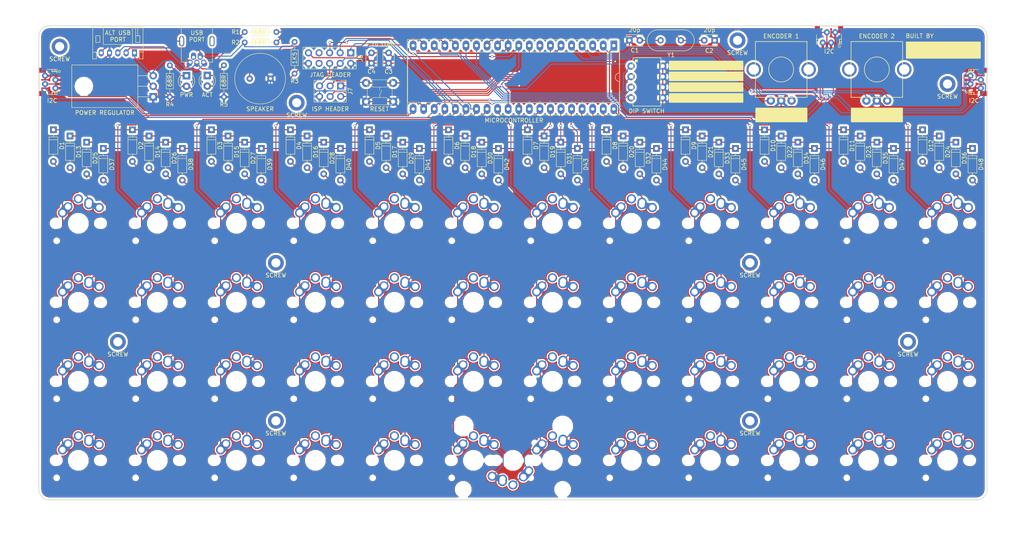
<source format=kicad_pcb>
(kicad_pcb (version 4) (host pcbnew 4.0.7)
  (layers (0 F.Cu signal) (31 B.Cu signal) (34 B.Paste user) (35 F.Paste user) (36 B.SilkS user) (37 F.SilkS user) (38 B.Mask user) (39 F.Mask user) (44 Edge.Cuts user))
  (net 0 "")
  (net 1 "Net-(U1-Pad32)")
  (net 2 D-)
  (net 3 D+)
  (net 4 GND)
  (net 5 VCC)
  (net 6 SDA)
  (net 7 SCL)
  (net 8 +5V)
  (net 9 "Net-(C1-Pad1)")
  (net 10 "Net-(C2-Pad1)")
  (net 11 "Net-(R1-Pad2)")
  (net 12 "Net-(R2-Pad2)")
  (net 13 ROW0)
  (net 14 "Net-(D1-Pad2)")
  (net 15 "Net-(D2-Pad2)")
  (net 16 "Net-(D3-Pad2)")
  (net 17 "Net-(D4-Pad2)")
  (net 18 "Net-(D5-Pad2)")
  (net 19 "Net-(D6-Pad2)")
  (net 20 "Net-(D7-Pad2)")
  (net 21 "Net-(D8-Pad2)")
  (net 22 "Net-(D9-Pad2)")
  (net 23 "Net-(D10-Pad2)")
  (net 24 "Net-(D11-Pad2)")
  (net 25 "Net-(D12-Pad2)")
  (net 26 ROW1)
  (net 27 "Net-(D13-Pad2)")
  (net 28 "Net-(D14-Pad2)")
  (net 29 "Net-(D15-Pad2)")
  (net 30 "Net-(D16-Pad2)")
  (net 31 "Net-(D17-Pad2)")
  (net 32 "Net-(D18-Pad2)")
  (net 33 "Net-(D19-Pad2)")
  (net 34 "Net-(D20-Pad2)")
  (net 35 "Net-(D21-Pad2)")
  (net 36 "Net-(D22-Pad2)")
  (net 37 "Net-(D23-Pad2)")
  (net 38 "Net-(D24-Pad2)")
  (net 39 ROW2)
  (net 40 "Net-(D25-Pad2)")
  (net 41 "Net-(D26-Pad2)")
  (net 42 "Net-(D27-Pad2)")
  (net 43 "Net-(D28-Pad2)")
  (net 44 "Net-(D29-Pad2)")
  (net 45 "Net-(D30-Pad2)")
  (net 46 "Net-(D31-Pad2)")
  (net 47 "Net-(D32-Pad2)")
  (net 48 "Net-(D33-Pad2)")
  (net 49 "Net-(D34-Pad2)")
  (net 50 "Net-(D35-Pad2)")
  (net 51 "Net-(D36-Pad2)")
  (net 52 ROW3)
  (net 53 "Net-(D37-Pad2)")
  (net 54 "Net-(D38-Pad2)")
  (net 55 "Net-(D39-Pad2)")
  (net 56 "Net-(D40-Pad2)")
  (net 57 "Net-(D41-Pad2)")
  (net 58 "Net-(D42-Pad2)")
  (net 59 "Net-(D43-Pad2)")
  (net 60 "Net-(D44-Pad2)")
  (net 61 "Net-(D45-Pad2)")
  (net 62 "Net-(D46-Pad2)")
  (net 63 "Net-(D47-Pad2)")
  (net 64 "Net-(D48-Pad2)")
  (net 65 COL0)
  (net 66 COL1)
  (net 67 COL2)
  (net 68 COL3)
  (net 69 COL4)
  (net 70 COL5)
  (net 71 COL6)
  (net 72 COL7)
  (net 73 COL8)
  (net 74 COL9)
  (net 75 COL10)
  (net 76 COL11)
  (net 77 RESET)
  (net 78 "Net-(J6-Pad7)")
  (net 79 "Net-(J6-Pad8)")
  (net 80 MISO)
  (net 81 SCK)
  (net 82 MOSI)
  (net 83 D5)
  (net 84 D4)
  (net 85 D1)
  (net 86 D0)
  (net 87 SHL)
  (net 88 "Net-(USB1-Pad4)")
  (net 89 "Net-(LED1-Pad1)")
  (net 90 "Net-(LED2-Pad1)")
  (net 91 D6)
  (net 92 B3)
  (net 93 B4)
  (net 94 B1)
  (net 95 B2)
  (module Mounting_Holes:MountingHole_2.2mm_M2_DIN965_Pad (layer F.Cu) (at 243.5 111.5)
    (fp_text reference REF** hide)
    (fp_text value MountingHole_2.2mm_M2_DIN965_Pad)
    (pad 1 thru_hole circle (at 0 0) (size 3.8 3.8) (drill 2.2) (layers *.Cu *.Mask))
  )
  (module Mounting_Holes:MountingHole_2.2mm_M2_DIN965_Pad (layer F.Cu) (at 202.5 39)
    (fp_text reference REF** hide)
    (fp_text value MountingHole_2.2mm_M2_DIN965_Pad)
    (pad 1 thru_hole circle (at 0 0) (size 3.8 3.8) (drill 2.2) (layers *.Cu *.Mask))
  )
  (module Mounting_Holes:MountingHole_2.2mm_M2_DIN965_Pad (layer F.Cu) (at 96.5 54)
    (fp_text reference REF** hide)
    (fp_text value MountingHole_2.2mm_M2_DIN965_Pad)
    (pad 1 thru_hole circle (at 0 0) (size 3.8 3.8) (drill 2.2) (layers *.Cu *.Mask))
  )
  (module Mounting_Holes:MountingHole_2.2mm_M2_DIN965_Pad (layer F.Cu) (at 39.5 40.5)
    (fp_text reference REF** hide)
    (fp_text value MountingHole_2.2mm_M2_DIN965_Pad)
    (pad 1 thru_hole circle (at 0 0) (size 3.8 3.8) (drill 2.2) (layers *.Cu *.Mask))
  )
  (module Mounting_Holes:MountingHole_2.2mm_M2_DIN965_Pad (layer F.Cu) (at 205.5 92.5)
    (fp_text reference REF** hide)
    (fp_text value MountingHole_2.2mm_M2_DIN965_Pad)
    (pad 1 thru_hole circle (at 0 0) (size 3.8 3.8) (drill 2.2) (layers *.Cu *.Mask))
  )
  (module Mounting_Holes:MountingHole_2.2mm_M2_DIN965_Pad (layer F.Cu) (at 91.5 92.5)
    (fp_text reference REF** hide)
    (fp_text value MountingHole_2.2mm_M2_DIN965_Pad)
    (pad 1 thru_hole circle (at 0 0) (size 3.8 3.8) (drill 2.2) (layers *.Cu *.Mask))
  )
  (module Mounting_Holes:MountingHole_2.2mm_M2_DIN965_Pad (layer F.Cu) (at 53.5 111.5)
    (fp_text reference REF** hide)
    (fp_text value MountingHole_2.2mm_M2_DIN965_Pad)
    (pad 1 thru_hole circle (at 0 0) (size 3.8 3.8) (drill 2.2) (layers *.Cu *.Mask))
  )
  (module Mounting_Holes:MountingHole_2.2mm_M2_DIN965_Pad (layer F.Cu) (at 91.5 130.5)
    (fp_text reference REF** hide)
    (fp_text value MountingHole_2.2mm_M2_DIN965_Pad)
    (pad 1 thru_hole circle (at 0 0) (size 3.8 3.8) (drill 2.2) (layers *.Cu *.Mask))
  )
  (module Mounting_Holes:MountingHole_2.2mm_M2_DIN965_Pad (layer F.Cu) (at 205.5 130.5)
    (fp_text reference REF** hide)
    (fp_text value MountingHole_2.2mm_M2_DIN965_Pad)
    (pad 1 thru_hole circle (at 0 0) (size 3.8 3.8) (drill 2.2) (layers *.Cu *.Mask))
  )
  (module Resistors_THT:R_Axial_DIN0204_L3.6mm_D1.6mm_P7.62mm_Horizontal (layer F.Cu) (at 66 45 270)
    (fp_text reference R4 (at 9.4 0 360) (layer F.SilkS))
    (fp_text value 68R)
    (pad 1 thru_hole circle (at 0 0 270) (size 1.4 1.4) (drill 0.7) (layers *.Cu *.Mask) (net 89 "Net-(LED1-Pad1)"))
    (pad 2 thru_hole oval (at 7.62 0 270) (size 1.4 1.4) (drill 0.7) (layers *.Cu *.Mask) (net 4 GND))
  )
  (module Resistors_THT:R_Axial_DIN0204_L3.6mm_D1.6mm_P7.62mm_Horizontal (layer F.Cu) (at 79 45 270)
    (fp_text reference R5 (at 9.4 0 360) (layer F.SilkS))
    (fp_text value 68R)
    (pad 1 thru_hole circle (at 0 0 270) (size 1.4 1.4) (drill 0.7) (layers *.Cu *.Mask) (net 90 "Net-(LED2-Pad1)"))
    (pad 2 thru_hole oval (at 7.62 0 270) (size 1.4 1.4) (drill 0.7) (layers *.Cu *.Mask) (net 4 GND))
  )
  (module Housings_DIP:DIP-40_W15.24mm_Socket_LongPads (layer F.Cu) (at 172.76 40.26 270)
    (fp_text reference U1 hide)
    (fp_text value ATMEGA32A-PU)
    (pad 1 thru_hole rect (at 0 0 270) (size 2.4 1.6) (drill 0.8) (layers *.Cu *.Mask) (net 76 COL11))
    (pad 21 thru_hole oval (at 15.24 48.26 270) (size 2.4 1.6) (drill 0.8) (layers *.Cu *.Mask) (net 65 COL0))
    (pad 2 thru_hole oval (at 0 2.54 270) (size 2.4 1.6) (drill 0.8) (layers *.Cu *.Mask) (net 94 B1))
    (pad 22 thru_hole oval (at 15.24 45.72 270) (size 2.4 1.6) (drill 0.8) (layers *.Cu *.Mask) (net 7 SCL))
    (pad 3 thru_hole oval (at 0 5.08 270) (size 2.4 1.6) (drill 0.8) (layers *.Cu *.Mask) (net 95 B2))
    (pad 23 thru_hole oval (at 15.24 43.18 270) (size 2.4 1.6) (drill 0.8) (layers *.Cu *.Mask) (net 6 SDA))
    (pad 4 thru_hole oval (at 0 7.62 270) (size 2.4 1.6) (drill 0.8) (layers *.Cu *.Mask) (net 92 B3))
    (pad 24 thru_hole oval (at 15.24 40.64 270) (size 2.4 1.6) (drill 0.8) (layers *.Cu *.Mask) (net 66 COL1))
    (pad 5 thru_hole oval (at 0 10.16 270) (size 2.4 1.6) (drill 0.8) (layers *.Cu *.Mask) (net 93 B4))
    (pad 25 thru_hole oval (at 15.24 38.1 270) (size 2.4 1.6) (drill 0.8) (layers *.Cu *.Mask) (net 67 COL2))
    (pad 6 thru_hole oval (at 0 12.7 270) (size 2.4 1.6) (drill 0.8) (layers *.Cu *.Mask) (net 82 MOSI))
    (pad 26 thru_hole oval (at 15.24 35.56 270) (size 2.4 1.6) (drill 0.8) (layers *.Cu *.Mask) (net 68 COL3))
    (pad 7 thru_hole oval (at 0 15.24 270) (size 2.4 1.6) (drill 0.8) (layers *.Cu *.Mask) (net 80 MISO))
    (pad 27 thru_hole oval (at 15.24 33.02 270) (size 2.4 1.6) (drill 0.8) (layers *.Cu *.Mask) (net 69 COL4))
    (pad 8 thru_hole oval (at 0 17.78 270) (size 2.4 1.6) (drill 0.8) (layers *.Cu *.Mask) (net 81 SCK))
    (pad 28 thru_hole oval (at 15.24 30.48 270) (size 2.4 1.6) (drill 0.8) (layers *.Cu *.Mask) (net 70 COL5))
    (pad 9 thru_hole oval (at 0 20.32 270) (size 2.4 1.6) (drill 0.8) (layers *.Cu *.Mask) (net 77 RESET))
    (pad 29 thru_hole oval (at 15.24 27.94 270) (size 2.4 1.6) (drill 0.8) (layers *.Cu *.Mask) (net 71 COL6))
    (pad 10 thru_hole oval (at 0 22.86 270) (size 2.4 1.6) (drill 0.8) (layers *.Cu *.Mask) (net 5 VCC))
    (pad 30 thru_hole oval (at 15.24 25.4 270) (size 2.4 1.6) (drill 0.8) (layers *.Cu *.Mask) (net 5 VCC))
    (pad 11 thru_hole oval (at 0 25.4 270) (size 2.4 1.6) (drill 0.8) (layers *.Cu *.Mask) (net 4 GND))
    (pad 31 thru_hole oval (at 15.24 22.86 270) (size 2.4 1.6) (drill 0.8) (layers *.Cu *.Mask) (net 4 GND))
    (pad 12 thru_hole oval (at 0 27.94 270) (size 2.4 1.6) (drill 0.8) (layers *.Cu *.Mask) (net 9 "Net-(C1-Pad1)"))
    (pad 32 thru_hole oval (at 15.24 20.32 270) (size 2.4 1.6) (drill 0.8) (layers *.Cu *.Mask) (net 1 "Net-(U1-Pad32)"))
    (pad 13 thru_hole oval (at 0 30.48 270) (size 2.4 1.6) (drill 0.8) (layers *.Cu *.Mask) (net 10 "Net-(C2-Pad1)"))
    (pad 33 thru_hole oval (at 15.24 17.78 270) (size 2.4 1.6) (drill 0.8) (layers *.Cu *.Mask) (net 13 ROW0))
    (pad 14 thru_hole oval (at 0 33.02 270) (size 2.4 1.6) (drill 0.8) (layers *.Cu *.Mask) (net 86 D0))
    (pad 34 thru_hole oval (at 15.24 15.24 270) (size 2.4 1.6) (drill 0.8) (layers *.Cu *.Mask) (net 26 ROW1))
    (pad 15 thru_hole oval (at 0 35.56 270) (size 2.4 1.6) (drill 0.8) (layers *.Cu *.Mask) (net 85 D1))
    (pad 35 thru_hole oval (at 15.24 12.7 270) (size 2.4 1.6) (drill 0.8) (layers *.Cu *.Mask) (net 39 ROW2))
    (pad 16 thru_hole oval (at 0 38.1 270) (size 2.4 1.6) (drill 0.8) (layers *.Cu *.Mask) (net 11 "Net-(R1-Pad2)"))
    (pad 36 thru_hole oval (at 15.24 10.16 270) (size 2.4 1.6) (drill 0.8) (layers *.Cu *.Mask) (net 52 ROW3))
    (pad 17 thru_hole oval (at 0 40.64 270) (size 2.4 1.6) (drill 0.8) (layers *.Cu *.Mask) (net 12 "Net-(R2-Pad2)"))
    (pad 37 thru_hole oval (at 15.24 7.62 270) (size 2.4 1.6) (drill 0.8) (layers *.Cu *.Mask) (net 72 COL7))
    (pad 18 thru_hole oval (at 0 43.18 270) (size 2.4 1.6) (drill 0.8) (layers *.Cu *.Mask) (net 84 D4))
    (pad 38 thru_hole oval (at 15.24 5.08 270) (size 2.4 1.6) (drill 0.8) (layers *.Cu *.Mask) (net 73 COL8))
    (pad 19 thru_hole oval (at 0 45.72 270) (size 2.4 1.6) (drill 0.8) (layers *.Cu *.Mask) (net 83 D5))
    (pad 39 thru_hole oval (at 15.24 2.54 270) (size 2.4 1.6) (drill 0.8) (layers *.Cu *.Mask) (net 74 COL9))
    (pad 20 thru_hole oval (at 0 48.26 270) (size 2.4 1.6) (drill 0.8) (layers *.Cu *.Mask) (net 91 D6))
    (pad 40 thru_hole oval (at 15.24 0 270) (size 2.4 1.6) (drill 0.8) (layers *.Cu *.Mask) (net 75 COL10))
  )
  (module olkb:UniKBSwitch_1u (layer F.Cu) (at 44 83 180)
    (fp_text reference K1)
    (fp_text value Switch hide)
    (pad 1 smd oval (at 3.155 3.23 138) (size 2.25 4.17) (layers B.Cu B.Mask) (net 65 COL0))
    (pad 2 smd oval (at -2.52 4.79 176) (size 2.25 2.83) (layers B.Cu B.Mask) (net 14 "Net-(D1-Pad2)"))
    (pad 1 thru_hole circle (at 2.5 4 180) (size 1.77 1.77) (drill 1.46) (layers *.Cu *.Mask) (net 65 COL0))
    (pad 1 thru_hole circle (at 3.81 2.54 180) (size 1.77 1.77) (drill 1.46) (layers *.Cu *.Mask) (net 65 COL0))
    (pad 2 thru_hole circle (at -2.5 4.5 180) (size 1.77 1.77) (drill 1.46) (layers *.Cu *.Mask) (net 14 "Net-(D1-Pad2)"))
    (pad HOLE np_thru_hole circle (at 5.22 -4.2 180) (size 0.6 0.6) (drill 0.6) (layers *.Cu *.Mask))
    (pad 2 thru_hole circle (at -2.54 5.08 180) (size 1.77 1.77) (drill 1.46) (layers *.Cu *.Mask) (net 14 "Net-(D1-Pad2)"))
    (pad 2 smd circle (at -5 3.8 180) (size 2.25 2.25) (layers B.Cu B.Mask) (net 14 "Net-(D1-Pad2)"))
    (pad 1 smd circle (at 0 5.9 180) (size 2.25 2.25) (layers B.Cu B.Mask) (net 65 COL0))
    (pad "" np_thru_hole circle (at -5.5 0 180) (size 1.78 1.78) (drill 1.78) (layers *.Cu *.Mask))
    (pad 1 thru_hole circle (at 0 5.9 180) (size 1.77 1.77) (drill 1.47) (layers *.Cu *.Mask) (net 65 COL0))
    (pad 2 thru_hole circle (at -5 3.8 180) (size 1.77 1.77) (drill 1.46) (layers *.Cu *.Mask) (net 14 "Net-(D1-Pad2)"))
    (pad "" np_thru_hole circle (at 5.5 0 180) (size 1.78 1.78) (drill 1.78) (layers *.Cu *.Mask))
    (pad "" np_thru_hole circle (at 0 0 180) (size 3.9878 3.9878) (drill 3.9878) (layers *.Cu *.Mask))
    (pad "" np_thru_hole circle (at -5.08 0 180) (size 1.68 1.68) (drill 1.68) (layers *.Cu *.Mask))
    (pad "" np_thru_hole circle (at 5.08 0 180) (size 1.68 1.68) (drill 1.68) (layers *.Cu *.Mask))
    (pad 2 smd oval (at -3.8 4.2 166) (size 4 1.524) (layers B.Cu B.Mask) (net 14 "Net-(D1-Pad2)"))
  )
  (module olkb:UniKBSwitch_1u (layer F.Cu) (at 253 83 180)
    (fp_text reference K12)
    (fp_text value Switch hide)
    (pad 1 smd oval (at 3.155 3.23 138) (size 2.25 4.17) (layers B.Cu B.Mask) (net 76 COL11))
    (pad 2 smd oval (at -2.52 4.79 176) (size 2.25 2.83) (layers B.Cu B.Mask) (net 25 "Net-(D12-Pad2)"))
    (pad 1 thru_hole circle (at 2.5 4 180) (size 1.77 1.77) (drill 1.46) (layers *.Cu *.Mask) (net 76 COL11))
    (pad 1 thru_hole circle (at 3.81 2.54 180) (size 1.77 1.77) (drill 1.46) (layers *.Cu *.Mask) (net 76 COL11))
    (pad 2 thru_hole circle (at -2.5 4.5 180) (size 1.77 1.77) (drill 1.46) (layers *.Cu *.Mask) (net 25 "Net-(D12-Pad2)"))
    (pad HOLE np_thru_hole circle (at 5.22 -4.2 180) (size 0.6 0.6) (drill 0.6) (layers *.Cu *.Mask))
    (pad 2 thru_hole circle (at -2.54 5.08 180) (size 1.77 1.77) (drill 1.46) (layers *.Cu *.Mask) (net 25 "Net-(D12-Pad2)"))
    (pad 2 smd circle (at -5 3.8 180) (size 2.25 2.25) (layers B.Cu B.Mask) (net 25 "Net-(D12-Pad2)"))
    (pad 1 smd circle (at 0 5.9 180) (size 2.25 2.25) (layers B.Cu B.Mask) (net 76 COL11))
    (pad "" np_thru_hole circle (at -5.5 0 180) (size 1.78 1.78) (drill 1.78) (layers *.Cu *.Mask))
    (pad 1 thru_hole circle (at 0 5.9 180) (size 1.77 1.77) (drill 1.47) (layers *.Cu *.Mask) (net 76 COL11))
    (pad 2 thru_hole circle (at -5 3.8 180) (size 1.77 1.77) (drill 1.46) (layers *.Cu *.Mask) (net 25 "Net-(D12-Pad2)"))
    (pad "" np_thru_hole circle (at 5.5 0 180) (size 1.78 1.78) (drill 1.78) (layers *.Cu *.Mask))
    (pad "" np_thru_hole circle (at 0 0 180) (size 3.9878 3.9878) (drill 3.9878) (layers *.Cu *.Mask))
    (pad "" np_thru_hole circle (at -5.08 0 180) (size 1.68 1.68) (drill 1.68) (layers *.Cu *.Mask))
    (pad "" np_thru_hole circle (at 5.08 0 180) (size 1.68 1.68) (drill 1.68) (layers *.Cu *.Mask))
    (pad 2 smd oval (at -3.8 4.2 166) (size 4 1.524) (layers B.Cu B.Mask) (net 25 "Net-(D12-Pad2)"))
  )
  (module olkb:UniKBSwitch_1u (layer F.Cu) (at 234 83 180)
    (fp_text reference K11)
    (fp_text value Switch hide)
    (pad 1 smd oval (at 3.155 3.23 138) (size 2.25 4.17) (layers B.Cu B.Mask) (net 75 COL10))
    (pad 2 smd oval (at -2.52 4.79 176) (size 2.25 2.83) (layers B.Cu B.Mask) (net 24 "Net-(D11-Pad2)"))
    (pad 1 thru_hole circle (at 2.5 4 180) (size 1.77 1.77) (drill 1.46) (layers *.Cu *.Mask) (net 75 COL10))
    (pad 1 thru_hole circle (at 3.81 2.54 180) (size 1.77 1.77) (drill 1.46) (layers *.Cu *.Mask) (net 75 COL10))
    (pad 2 thru_hole circle (at -2.5 4.5 180) (size 1.77 1.77) (drill 1.46) (layers *.Cu *.Mask) (net 24 "Net-(D11-Pad2)"))
    (pad HOLE np_thru_hole circle (at 5.22 -4.2 180) (size 0.6 0.6) (drill 0.6) (layers *.Cu *.Mask))
    (pad 2 thru_hole circle (at -2.54 5.08 180) (size 1.77 1.77) (drill 1.46) (layers *.Cu *.Mask) (net 24 "Net-(D11-Pad2)"))
    (pad 2 smd circle (at -5 3.8 180) (size 2.25 2.25) (layers B.Cu B.Mask) (net 24 "Net-(D11-Pad2)"))
    (pad 1 smd circle (at 0 5.9 180) (size 2.25 2.25) (layers B.Cu B.Mask) (net 75 COL10))
    (pad "" np_thru_hole circle (at -5.5 0 180) (size 1.78 1.78) (drill 1.78) (layers *.Cu *.Mask))
    (pad 1 thru_hole circle (at 0 5.9 180) (size 1.77 1.77) (drill 1.47) (layers *.Cu *.Mask) (net 75 COL10))
    (pad 2 thru_hole circle (at -5 3.8 180) (size 1.77 1.77) (drill 1.46) (layers *.Cu *.Mask) (net 24 "Net-(D11-Pad2)"))
    (pad "" np_thru_hole circle (at 5.5 0 180) (size 1.78 1.78) (drill 1.78) (layers *.Cu *.Mask))
    (pad "" np_thru_hole circle (at 0 0 180) (size 3.9878 3.9878) (drill 3.9878) (layers *.Cu *.Mask))
    (pad "" np_thru_hole circle (at -5.08 0 180) (size 1.68 1.68) (drill 1.68) (layers *.Cu *.Mask))
    (pad "" np_thru_hole circle (at 5.08 0 180) (size 1.68 1.68) (drill 1.68) (layers *.Cu *.Mask))
    (pad 2 smd oval (at -3.8 4.2 166) (size 4 1.524) (layers B.Cu B.Mask) (net 24 "Net-(D11-Pad2)"))
  )
  (module olkb:UniKBSwitch_1u (layer F.Cu) (at 215 83 180)
    (fp_text reference K10)
    (fp_text value Switch hide)
    (pad 1 smd oval (at 3.155 3.23 138) (size 2.25 4.17) (layers B.Cu B.Mask) (net 74 COL9))
    (pad 2 smd oval (at -2.52 4.79 176) (size 2.25 2.83) (layers B.Cu B.Mask) (net 23 "Net-(D10-Pad2)"))
    (pad 1 thru_hole circle (at 2.5 4 180) (size 1.77 1.77) (drill 1.46) (layers *.Cu *.Mask) (net 74 COL9))
    (pad 1 thru_hole circle (at 3.81 2.54 180) (size 1.77 1.77) (drill 1.46) (layers *.Cu *.Mask) (net 74 COL9))
    (pad 2 thru_hole circle (at -2.5 4.5 180) (size 1.77 1.77) (drill 1.46) (layers *.Cu *.Mask) (net 23 "Net-(D10-Pad2)"))
    (pad HOLE np_thru_hole circle (at 5.22 -4.2 180) (size 0.6 0.6) (drill 0.6) (layers *.Cu *.Mask))
    (pad 2 thru_hole circle (at -2.54 5.08 180) (size 1.77 1.77) (drill 1.46) (layers *.Cu *.Mask) (net 23 "Net-(D10-Pad2)"))
    (pad 2 smd circle (at -5 3.8 180) (size 2.25 2.25) (layers B.Cu B.Mask) (net 23 "Net-(D10-Pad2)"))
    (pad 1 smd circle (at 0 5.9 180) (size 2.25 2.25) (layers B.Cu B.Mask) (net 74 COL9))
    (pad "" np_thru_hole circle (at -5.5 0 180) (size 1.78 1.78) (drill 1.78) (layers *.Cu *.Mask))
    (pad 1 thru_hole circle (at 0 5.9 180) (size 1.77 1.77) (drill 1.47) (layers *.Cu *.Mask) (net 74 COL9))
    (pad 2 thru_hole circle (at -5 3.8 180) (size 1.77 1.77) (drill 1.46) (layers *.Cu *.Mask) (net 23 "Net-(D10-Pad2)"))
    (pad "" np_thru_hole circle (at 5.5 0 180) (size 1.78 1.78) (drill 1.78) (layers *.Cu *.Mask))
    (pad "" np_thru_hole circle (at 0 0 180) (size 3.9878 3.9878) (drill 3.9878) (layers *.Cu *.Mask))
    (pad "" np_thru_hole circle (at -5.08 0 180) (size 1.68 1.68) (drill 1.68) (layers *.Cu *.Mask))
    (pad "" np_thru_hole circle (at 5.08 0 180) (size 1.68 1.68) (drill 1.68) (layers *.Cu *.Mask))
    (pad 2 smd oval (at -3.8 4.2 166) (size 4 1.524) (layers B.Cu B.Mask) (net 23 "Net-(D10-Pad2)"))
  )
  (module olkb:UniKBSwitch_1u (layer F.Cu) (at 196 83 180)
    (fp_text reference K9)
    (fp_text value Switch hide)
    (pad 1 smd oval (at 3.155 3.23 138) (size 2.25 4.17) (layers B.Cu B.Mask) (net 73 COL8))
    (pad 2 smd oval (at -2.52 4.79 176) (size 2.25 2.83) (layers B.Cu B.Mask) (net 22 "Net-(D9-Pad2)"))
    (pad 1 thru_hole circle (at 2.5 4 180) (size 1.77 1.77) (drill 1.46) (layers *.Cu *.Mask) (net 73 COL8))
    (pad 1 thru_hole circle (at 3.81 2.54 180) (size 1.77 1.77) (drill 1.46) (layers *.Cu *.Mask) (net 73 COL8))
    (pad 2 thru_hole circle (at -2.5 4.5 180) (size 1.77 1.77) (drill 1.46) (layers *.Cu *.Mask) (net 22 "Net-(D9-Pad2)"))
    (pad HOLE np_thru_hole circle (at 5.22 -4.2 180) (size 0.6 0.6) (drill 0.6) (layers *.Cu *.Mask))
    (pad 2 thru_hole circle (at -2.54 5.08 180) (size 1.77 1.77) (drill 1.46) (layers *.Cu *.Mask) (net 22 "Net-(D9-Pad2)"))
    (pad 2 smd circle (at -5 3.8 180) (size 2.25 2.25) (layers B.Cu B.Mask) (net 22 "Net-(D9-Pad2)"))
    (pad 1 smd circle (at 0 5.9 180) (size 2.25 2.25) (layers B.Cu B.Mask) (net 73 COL8))
    (pad "" np_thru_hole circle (at -5.5 0 180) (size 1.78 1.78) (drill 1.78) (layers *.Cu *.Mask))
    (pad 1 thru_hole circle (at 0 5.9 180) (size 1.77 1.77) (drill 1.47) (layers *.Cu *.Mask) (net 73 COL8))
    (pad 2 thru_hole circle (at -5 3.8 180) (size 1.77 1.77) (drill 1.46) (layers *.Cu *.Mask) (net 22 "Net-(D9-Pad2)"))
    (pad "" np_thru_hole circle (at 5.5 0 180) (size 1.78 1.78) (drill 1.78) (layers *.Cu *.Mask))
    (pad "" np_thru_hole circle (at 0 0 180) (size 3.9878 3.9878) (drill 3.9878) (layers *.Cu *.Mask))
    (pad "" np_thru_hole circle (at -5.08 0 180) (size 1.68 1.68) (drill 1.68) (layers *.Cu *.Mask))
    (pad "" np_thru_hole circle (at 5.08 0 180) (size 1.68 1.68) (drill 1.68) (layers *.Cu *.Mask))
    (pad 2 smd oval (at -3.8 4.2 166) (size 4 1.524) (layers B.Cu B.Mask) (net 22 "Net-(D9-Pad2)"))
  )
  (module olkb:UniKBSwitch_1u (layer F.Cu) (at 177 83 180)
    (fp_text reference K8)
    (fp_text value Switch hide)
    (pad 1 smd oval (at 3.155 3.23 138) (size 2.25 4.17) (layers B.Cu B.Mask) (net 72 COL7))
    (pad 2 smd oval (at -2.52 4.79 176) (size 2.25 2.83) (layers B.Cu B.Mask) (net 21 "Net-(D8-Pad2)"))
    (pad 1 thru_hole circle (at 2.5 4 180) (size 1.77 1.77) (drill 1.46) (layers *.Cu *.Mask) (net 72 COL7))
    (pad 1 thru_hole circle (at 3.81 2.54 180) (size 1.77 1.77) (drill 1.46) (layers *.Cu *.Mask) (net 72 COL7))
    (pad 2 thru_hole circle (at -2.5 4.5 180) (size 1.77 1.77) (drill 1.46) (layers *.Cu *.Mask) (net 21 "Net-(D8-Pad2)"))
    (pad HOLE np_thru_hole circle (at 5.22 -4.2 180) (size 0.6 0.6) (drill 0.6) (layers *.Cu *.Mask))
    (pad 2 thru_hole circle (at -2.54 5.08 180) (size 1.77 1.77) (drill 1.46) (layers *.Cu *.Mask) (net 21 "Net-(D8-Pad2)"))
    (pad 2 smd circle (at -5 3.8 180) (size 2.25 2.25) (layers B.Cu B.Mask) (net 21 "Net-(D8-Pad2)"))
    (pad 1 smd circle (at 0 5.9 180) (size 2.25 2.25) (layers B.Cu B.Mask) (net 72 COL7))
    (pad "" np_thru_hole circle (at -5.5 0 180) (size 1.78 1.78) (drill 1.78) (layers *.Cu *.Mask))
    (pad 1 thru_hole circle (at 0 5.9 180) (size 1.77 1.77) (drill 1.47) (layers *.Cu *.Mask) (net 72 COL7))
    (pad 2 thru_hole circle (at -5 3.8 180) (size 1.77 1.77) (drill 1.46) (layers *.Cu *.Mask) (net 21 "Net-(D8-Pad2)"))
    (pad "" np_thru_hole circle (at 5.5 0 180) (size 1.78 1.78) (drill 1.78) (layers *.Cu *.Mask))
    (pad "" np_thru_hole circle (at 0 0 180) (size 3.9878 3.9878) (drill 3.9878) (layers *.Cu *.Mask))
    (pad "" np_thru_hole circle (at -5.08 0 180) (size 1.68 1.68) (drill 1.68) (layers *.Cu *.Mask))
    (pad "" np_thru_hole circle (at 5.08 0 180) (size 1.68 1.68) (drill 1.68) (layers *.Cu *.Mask))
    (pad 2 smd oval (at -3.8 4.2 166) (size 4 1.524) (layers B.Cu B.Mask) (net 21 "Net-(D8-Pad2)"))
  )
  (module olkb:UniKBSwitch_1u (layer F.Cu) (at 158 83 180)
    (fp_text reference K7)
    (fp_text value Switch hide)
    (pad 1 smd oval (at 3.155 3.23 138) (size 2.25 4.17) (layers B.Cu B.Mask) (net 71 COL6))
    (pad 2 smd oval (at -2.52 4.79 176) (size 2.25 2.83) (layers B.Cu B.Mask) (net 20 "Net-(D7-Pad2)"))
    (pad 1 thru_hole circle (at 2.5 4 180) (size 1.77 1.77) (drill 1.46) (layers *.Cu *.Mask) (net 71 COL6))
    (pad 1 thru_hole circle (at 3.81 2.54 180) (size 1.77 1.77) (drill 1.46) (layers *.Cu *.Mask) (net 71 COL6))
    (pad 2 thru_hole circle (at -2.5 4.5 180) (size 1.77 1.77) (drill 1.46) (layers *.Cu *.Mask) (net 20 "Net-(D7-Pad2)"))
    (pad HOLE np_thru_hole circle (at 5.22 -4.2 180) (size 0.6 0.6) (drill 0.6) (layers *.Cu *.Mask))
    (pad 2 thru_hole circle (at -2.54 5.08 180) (size 1.77 1.77) (drill 1.46) (layers *.Cu *.Mask) (net 20 "Net-(D7-Pad2)"))
    (pad 2 smd circle (at -5 3.8 180) (size 2.25 2.25) (layers B.Cu B.Mask) (net 20 "Net-(D7-Pad2)"))
    (pad 1 smd circle (at 0 5.9 180) (size 2.25 2.25) (layers B.Cu B.Mask) (net 71 COL6))
    (pad "" np_thru_hole circle (at -5.5 0 180) (size 1.78 1.78) (drill 1.78) (layers *.Cu *.Mask))
    (pad 1 thru_hole circle (at 0 5.9 180) (size 1.77 1.77) (drill 1.47) (layers *.Cu *.Mask) (net 71 COL6))
    (pad 2 thru_hole circle (at -5 3.8 180) (size 1.77 1.77) (drill 1.46) (layers *.Cu *.Mask) (net 20 "Net-(D7-Pad2)"))
    (pad "" np_thru_hole circle (at 5.5 0 180) (size 1.78 1.78) (drill 1.78) (layers *.Cu *.Mask))
    (pad "" np_thru_hole circle (at 0 0 180) (size 3.9878 3.9878) (drill 3.9878) (layers *.Cu *.Mask))
    (pad "" np_thru_hole circle (at -5.08 0 180) (size 1.68 1.68) (drill 1.68) (layers *.Cu *.Mask))
    (pad "" np_thru_hole circle (at 5.08 0 180) (size 1.68 1.68) (drill 1.68) (layers *.Cu *.Mask))
    (pad 2 smd oval (at -3.8 4.2 166) (size 4 1.524) (layers B.Cu B.Mask) (net 20 "Net-(D7-Pad2)"))
  )
  (module olkb:UniKBSwitch_1u (layer F.Cu) (at 139 83 180)
    (fp_text reference K6)
    (fp_text value Switch hide)
    (pad 1 smd oval (at 3.155 3.23 138) (size 2.25 4.17) (layers B.Cu B.Mask) (net 70 COL5))
    (pad 2 smd oval (at -2.52 4.79 176) (size 2.25 2.83) (layers B.Cu B.Mask) (net 19 "Net-(D6-Pad2)"))
    (pad 1 thru_hole circle (at 2.5 4 180) (size 1.77 1.77) (drill 1.46) (layers *.Cu *.Mask) (net 70 COL5))
    (pad 1 thru_hole circle (at 3.81 2.54 180) (size 1.77 1.77) (drill 1.46) (layers *.Cu *.Mask) (net 70 COL5))
    (pad 2 thru_hole circle (at -2.5 4.5 180) (size 1.77 1.77) (drill 1.46) (layers *.Cu *.Mask) (net 19 "Net-(D6-Pad2)"))
    (pad HOLE np_thru_hole circle (at 5.22 -4.2 180) (size 0.6 0.6) (drill 0.6) (layers *.Cu *.Mask))
    (pad 2 thru_hole circle (at -2.54 5.08 180) (size 1.77 1.77) (drill 1.46) (layers *.Cu *.Mask) (net 19 "Net-(D6-Pad2)"))
    (pad 2 smd circle (at -5 3.8 180) (size 2.25 2.25) (layers B.Cu B.Mask) (net 19 "Net-(D6-Pad2)"))
    (pad 1 smd circle (at 0 5.9 180) (size 2.25 2.25) (layers B.Cu B.Mask) (net 70 COL5))
    (pad "" np_thru_hole circle (at -5.5 0 180) (size 1.78 1.78) (drill 1.78) (layers *.Cu *.Mask))
    (pad 1 thru_hole circle (at 0 5.9 180) (size 1.77 1.77) (drill 1.47) (layers *.Cu *.Mask) (net 70 COL5))
    (pad 2 thru_hole circle (at -5 3.8 180) (size 1.77 1.77) (drill 1.46) (layers *.Cu *.Mask) (net 19 "Net-(D6-Pad2)"))
    (pad "" np_thru_hole circle (at 5.5 0 180) (size 1.78 1.78) (drill 1.78) (layers *.Cu *.Mask))
    (pad "" np_thru_hole circle (at 0 0 180) (size 3.9878 3.9878) (drill 3.9878) (layers *.Cu *.Mask))
    (pad "" np_thru_hole circle (at -5.08 0 180) (size 1.68 1.68) (drill 1.68) (layers *.Cu *.Mask))
    (pad "" np_thru_hole circle (at 5.08 0 180) (size 1.68 1.68) (drill 1.68) (layers *.Cu *.Mask))
    (pad 2 smd oval (at -3.8 4.2 166) (size 4 1.524) (layers B.Cu B.Mask) (net 19 "Net-(D6-Pad2)"))
  )
  (module olkb:UniKBSwitch_1u (layer F.Cu) (at 120 83 180)
    (fp_text reference K5)
    (fp_text value Switch hide)
    (pad 1 smd oval (at 3.155 3.23 138) (size 2.25 4.17) (layers B.Cu B.Mask) (net 69 COL4))
    (pad 2 smd oval (at -2.52 4.79 176) (size 2.25 2.83) (layers B.Cu B.Mask) (net 18 "Net-(D5-Pad2)"))
    (pad 1 thru_hole circle (at 2.5 4 180) (size 1.77 1.77) (drill 1.46) (layers *.Cu *.Mask) (net 69 COL4))
    (pad 1 thru_hole circle (at 3.81 2.54 180) (size 1.77 1.77) (drill 1.46) (layers *.Cu *.Mask) (net 69 COL4))
    (pad 2 thru_hole circle (at -2.5 4.5 180) (size 1.77 1.77) (drill 1.46) (layers *.Cu *.Mask) (net 18 "Net-(D5-Pad2)"))
    (pad HOLE np_thru_hole circle (at 5.22 -4.2 180) (size 0.6 0.6) (drill 0.6) (layers *.Cu *.Mask))
    (pad 2 thru_hole circle (at -2.54 5.08 180) (size 1.77 1.77) (drill 1.46) (layers *.Cu *.Mask) (net 18 "Net-(D5-Pad2)"))
    (pad 2 smd circle (at -5 3.8 180) (size 2.25 2.25) (layers B.Cu B.Mask) (net 18 "Net-(D5-Pad2)"))
    (pad 1 smd circle (at 0 5.9 180) (size 2.25 2.25) (layers B.Cu B.Mask) (net 69 COL4))
    (pad "" np_thru_hole circle (at -5.5 0 180) (size 1.78 1.78) (drill 1.78) (layers *.Cu *.Mask))
    (pad 1 thru_hole circle (at 0 5.9 180) (size 1.77 1.77) (drill 1.47) (layers *.Cu *.Mask) (net 69 COL4))
    (pad 2 thru_hole circle (at -5 3.8 180) (size 1.77 1.77) (drill 1.46) (layers *.Cu *.Mask) (net 18 "Net-(D5-Pad2)"))
    (pad "" np_thru_hole circle (at 5.5 0 180) (size 1.78 1.78) (drill 1.78) (layers *.Cu *.Mask))
    (pad "" np_thru_hole circle (at 0 0 180) (size 3.9878 3.9878) (drill 3.9878) (layers *.Cu *.Mask))
    (pad "" np_thru_hole circle (at -5.08 0 180) (size 1.68 1.68) (drill 1.68) (layers *.Cu *.Mask))
    (pad "" np_thru_hole circle (at 5.08 0 180) (size 1.68 1.68) (drill 1.68) (layers *.Cu *.Mask))
    (pad 2 smd oval (at -3.8 4.2 166) (size 4 1.524) (layers B.Cu B.Mask) (net 18 "Net-(D5-Pad2)"))
  )
  (module olkb:UniKBSwitch_1u (layer F.Cu) (at 101 83 180)
    (fp_text reference K4)
    (fp_text value Switch hide)
    (pad 1 smd oval (at 3.155 3.23 138) (size 2.25 4.17) (layers B.Cu B.Mask) (net 68 COL3))
    (pad 2 smd oval (at -2.52 4.79 176) (size 2.25 2.83) (layers B.Cu B.Mask) (net 17 "Net-(D4-Pad2)"))
    (pad 1 thru_hole circle (at 2.5 4 180) (size 1.77 1.77) (drill 1.46) (layers *.Cu *.Mask) (net 68 COL3))
    (pad 1 thru_hole circle (at 3.81 2.54 180) (size 1.77 1.77) (drill 1.46) (layers *.Cu *.Mask) (net 68 COL3))
    (pad 2 thru_hole circle (at -2.5 4.5 180) (size 1.77 1.77) (drill 1.46) (layers *.Cu *.Mask) (net 17 "Net-(D4-Pad2)"))
    (pad HOLE np_thru_hole circle (at 5.22 -4.2 180) (size 0.6 0.6) (drill 0.6) (layers *.Cu *.Mask))
    (pad 2 thru_hole circle (at -2.54 5.08 180) (size 1.77 1.77) (drill 1.46) (layers *.Cu *.Mask) (net 17 "Net-(D4-Pad2)"))
    (pad 2 smd circle (at -5 3.8 180) (size 2.25 2.25) (layers B.Cu B.Mask) (net 17 "Net-(D4-Pad2)"))
    (pad 1 smd circle (at 0 5.9 180) (size 2.25 2.25) (layers B.Cu B.Mask) (net 68 COL3))
    (pad "" np_thru_hole circle (at -5.5 0 180) (size 1.78 1.78) (drill 1.78) (layers *.Cu *.Mask))
    (pad 1 thru_hole circle (at 0 5.9 180) (size 1.77 1.77) (drill 1.47) (layers *.Cu *.Mask) (net 68 COL3))
    (pad 2 thru_hole circle (at -5 3.8 180) (size 1.77 1.77) (drill 1.46) (layers *.Cu *.Mask) (net 17 "Net-(D4-Pad2)"))
    (pad "" np_thru_hole circle (at 5.5 0 180) (size 1.78 1.78) (drill 1.78) (layers *.Cu *.Mask))
    (pad "" np_thru_hole circle (at 0 0 180) (size 3.9878 3.9878) (drill 3.9878) (layers *.Cu *.Mask))
    (pad "" np_thru_hole circle (at -5.08 0 180) (size 1.68 1.68) (drill 1.68) (layers *.Cu *.Mask))
    (pad "" np_thru_hole circle (at 5.08 0 180) (size 1.68 1.68) (drill 1.68) (layers *.Cu *.Mask))
    (pad 2 smd oval (at -3.8 4.2 166) (size 4 1.524) (layers B.Cu B.Mask) (net 17 "Net-(D4-Pad2)"))
  )
  (module olkb:UniKBSwitch_1u (layer F.Cu) (at 82 83 180)
    (fp_text reference K3)
    (fp_text value Switch hide)
    (pad 1 smd oval (at 3.155 3.23 138) (size 2.25 4.17) (layers B.Cu B.Mask) (net 67 COL2))
    (pad 2 smd oval (at -2.52 4.79 176) (size 2.25 2.83) (layers B.Cu B.Mask) (net 16 "Net-(D3-Pad2)"))
    (pad 1 thru_hole circle (at 2.5 4 180) (size 1.77 1.77) (drill 1.46) (layers *.Cu *.Mask) (net 67 COL2))
    (pad 1 thru_hole circle (at 3.81 2.54 180) (size 1.77 1.77) (drill 1.46) (layers *.Cu *.Mask) (net 67 COL2))
    (pad 2 thru_hole circle (at -2.5 4.5 180) (size 1.77 1.77) (drill 1.46) (layers *.Cu *.Mask) (net 16 "Net-(D3-Pad2)"))
    (pad HOLE np_thru_hole circle (at 5.22 -4.2 180) (size 0.6 0.6) (drill 0.6) (layers *.Cu *.Mask))
    (pad 2 thru_hole circle (at -2.54 5.08 180) (size 1.77 1.77) (drill 1.46) (layers *.Cu *.Mask) (net 16 "Net-(D3-Pad2)"))
    (pad 2 smd circle (at -5 3.8 180) (size 2.25 2.25) (layers B.Cu B.Mask) (net 16 "Net-(D3-Pad2)"))
    (pad 1 smd circle (at 0 5.9 180) (size 2.25 2.25) (layers B.Cu B.Mask) (net 67 COL2))
    (pad "" np_thru_hole circle (at -5.5 0 180) (size 1.78 1.78) (drill 1.78) (layers *.Cu *.Mask))
    (pad 1 thru_hole circle (at 0 5.9 180) (size 1.77 1.77) (drill 1.47) (layers *.Cu *.Mask) (net 67 COL2))
    (pad 2 thru_hole circle (at -5 3.8 180) (size 1.77 1.77) (drill 1.46) (layers *.Cu *.Mask) (net 16 "Net-(D3-Pad2)"))
    (pad "" np_thru_hole circle (at 5.5 0 180) (size 1.78 1.78) (drill 1.78) (layers *.Cu *.Mask))
    (pad "" np_thru_hole circle (at 0 0 180) (size 3.9878 3.9878) (drill 3.9878) (layers *.Cu *.Mask))
    (pad "" np_thru_hole circle (at -5.08 0 180) (size 1.68 1.68) (drill 1.68) (layers *.Cu *.Mask))
    (pad "" np_thru_hole circle (at 5.08 0 180) (size 1.68 1.68) (drill 1.68) (layers *.Cu *.Mask))
    (pad 2 smd oval (at -3.8 4.2 166) (size 4 1.524) (layers B.Cu B.Mask) (net 16 "Net-(D3-Pad2)"))
  )
  (module olkb:UniKBSwitch_1u (layer F.Cu) (at 63 83 180)
    (fp_text reference K2)
    (fp_text value Switch hide)
    (pad 1 smd oval (at 3.155 3.23 138) (size 2.25 4.17) (layers B.Cu B.Mask) (net 66 COL1))
    (pad 2 smd oval (at -2.52 4.79 176) (size 2.25 2.83) (layers B.Cu B.Mask) (net 15 "Net-(D2-Pad2)"))
    (pad 1 thru_hole circle (at 2.5 4 180) (size 1.77 1.77) (drill 1.46) (layers *.Cu *.Mask) (net 66 COL1))
    (pad 1 thru_hole circle (at 3.81 2.54 180) (size 1.77 1.77) (drill 1.46) (layers *.Cu *.Mask) (net 66 COL1))
    (pad 2 thru_hole circle (at -2.5 4.5 180) (size 1.77 1.77) (drill 1.46) (layers *.Cu *.Mask) (net 15 "Net-(D2-Pad2)"))
    (pad HOLE np_thru_hole circle (at 5.22 -4.2 180) (size 0.6 0.6) (drill 0.6) (layers *.Cu *.Mask))
    (pad 2 thru_hole circle (at -2.54 5.08 180) (size 1.77 1.77) (drill 1.46) (layers *.Cu *.Mask) (net 15 "Net-(D2-Pad2)"))
    (pad 2 smd circle (at -5 3.8 180) (size 2.25 2.25) (layers B.Cu B.Mask) (net 15 "Net-(D2-Pad2)"))
    (pad 1 smd circle (at 0 5.9 180) (size 2.25 2.25) (layers B.Cu B.Mask) (net 66 COL1))
    (pad "" np_thru_hole circle (at -5.5 0 180) (size 1.78 1.78) (drill 1.78) (layers *.Cu *.Mask))
    (pad 1 thru_hole circle (at 0 5.9 180) (size 1.77 1.77) (drill 1.47) (layers *.Cu *.Mask) (net 66 COL1))
    (pad 2 thru_hole circle (at -5 3.8 180) (size 1.77 1.77) (drill 1.46) (layers *.Cu *.Mask) (net 15 "Net-(D2-Pad2)"))
    (pad "" np_thru_hole circle (at 5.5 0 180) (size 1.78 1.78) (drill 1.78) (layers *.Cu *.Mask))
    (pad "" np_thru_hole circle (at 0 0 180) (size 3.9878 3.9878) (drill 3.9878) (layers *.Cu *.Mask))
    (pad "" np_thru_hole circle (at -5.08 0 180) (size 1.68 1.68) (drill 1.68) (layers *.Cu *.Mask))
    (pad "" np_thru_hole circle (at 5.08 0 180) (size 1.68 1.68) (drill 1.68) (layers *.Cu *.Mask))
    (pad 2 smd oval (at -3.8 4.2 166) (size 4 1.524) (layers B.Cu B.Mask) (net 15 "Net-(D2-Pad2)"))
  )
  (module olkb:PEC12R-4XXXF-NXXXX (layer F.Cu) (at 236 46)
    (fp_text reference SW3 hide)
    (fp_text value Rotary_Encoder)
    (pad 2 thru_hole circle (at 0 7.5) (size 2 2) (drill 1) (layers *.Cu *.Mask) (net 4 GND))
    (pad 3 thru_hole circle (at 2.5 7.5) (size 2 2) (drill 1) (layers *.Cu *.Mask) (net 94 B1))
    (pad 1 thru_hole circle (at -2.5 7.5) (size 2 2) (drill 1) (layers *.Cu *.Mask) (net 95 B2))
    (pad "" thru_hole circle (at 6.6 0) (size 3.5 3.5) (drill 2.5) (layers *.Cu *.Mask))
    (pad "" thru_hole circle (at -6.6 0) (size 3.5 3.5) (drill 2.5) (layers *.Cu *.Mask))
  )
  (module TO_SOT_Packages_THT:TO-220-3_Horizontal (layer F.Cu) (at 62 52.58 90)
    (fp_text reference U2 hide)
    (fp_text value LD1117S33TR_SOT223)
    (pad 0 np_thru_hole oval (at 2.54 -16.66 90) (size 3.5 3.5) (drill 3.5) (layers *.Cu *.Mask))
    (pad 1 thru_hole rect (at 0 0 90) (size 1.8 1.8) (drill 1) (layers *.Cu *.Mask) (net 4 GND))
    (pad 2 thru_hole oval (at 2.54 0 90) (size 1.8 1.8) (drill 1) (layers *.Cu *.Mask) (net 5 VCC))
    (pad 3 thru_hole oval (at 5.08 0 90) (size 1.8 1.8) (drill 1) (layers *.Cu *.Mask) (net 8 +5V))
  )
  (module Capacitors_THT:C_Disc_D3.8mm_W2.6mm_P2.50mm (layer F.Cu) (at 179 39 180)
    (fp_text reference C1 (at 1.2 -2.4 180) (layer F.SilkS))
    (fp_text value 20pF)
    (pad 1 thru_hole circle (at 0 0 180) (size 1.6 1.6) (drill 0.8) (layers *.Cu *.Mask) (net 9 "Net-(C1-Pad1)"))
    (pad 2 thru_hole circle (at 2.5 0 180) (size 1.6 1.6) (drill 0.8) (layers *.Cu *.Mask) (net 4 GND))
  )
  (module Capacitors_THT:C_Disc_D3.8mm_W2.6mm_P2.50mm (layer F.Cu) (at 194.5 39)
    (fp_text reference C2 (at 1.2 2.5) (layer F.SilkS))
    (fp_text value 20pF)
    (pad 1 thru_hole circle (at 0 0) (size 1.6 1.6) (drill 0.8) (layers *.Cu *.Mask) (net 10 "Net-(C2-Pad1)"))
    (pad 2 thru_hole circle (at 2.5 0) (size 1.6 1.6) (drill 0.8) (layers *.Cu *.Mask) (net 4 GND))
  )
  (module Resistors_THT:R_Axial_DIN0204_L3.6mm_D1.6mm_P7.62mm_Horizontal (layer F.Cu) (at 84 37)
    (fp_text reference R1 (at -2.2 0) (layer F.SilkS))
    (fp_text value 68R)
    (pad 1 thru_hole circle (at 0 0) (size 1.4 1.4) (drill 0.7) (layers *.Cu *.Mask) (net 3 D+))
    (pad 2 thru_hole oval (at 7.62 0) (size 1.4 1.4) (drill 0.7) (layers *.Cu *.Mask) (net 11 "Net-(R1-Pad2)"))
  )
  (module Resistors_THT:R_Axial_DIN0204_L3.6mm_D1.6mm_P7.62mm_Horizontal (layer F.Cu) (at 84 39.5)
    (fp_text reference R2 (at -2.2 0) (layer F.SilkS))
    (fp_text value 68R)
    (pad 1 thru_hole circle (at 0 0) (size 1.4 1.4) (drill 0.7) (layers *.Cu *.Mask) (net 2 D-))
    (pad 2 thru_hole oval (at 7.62 0) (size 1.4 1.4) (drill 0.7) (layers *.Cu *.Mask) (net 12 "Net-(R2-Pad2)"))
  )
  (module Crystals:Crystal_HC49-U_Vertical (layer F.Cu) (at 184 39)
    (fp_text reference Y1 (at 2.5 3.5 180) (layer F.SilkS))
    (fp_text value Crystal)
    (pad 1 thru_hole circle (at 0 0) (size 1.5 1.5) (drill 0.8) (layers *.Cu *.Mask) (net 9 "Net-(C1-Pad1)"))
    (pad 2 thru_hole circle (at 4.88 0) (size 1.5 1.5) (drill 0.8) (layers *.Cu *.Mask) (net 10 "Net-(C2-Pad1)"))
  )
  (module Capacitors_THT:C_Disc_D3.8mm_W2.6mm_P2.50mm (layer F.Cu) (at 118.6 44.5 90)
    (fp_text reference C3 (at -2 0 180) (layer F.SilkS))
    (fp_text value 100n)
    (pad 1 thru_hole circle (at 0 0 90) (size 1.6 1.6) (drill 0.8) (layers *.Cu *.Mask) (net 4 GND))
    (pad 2 thru_hole circle (at 2.5 0 90) (size 1.6 1.6) (drill 0.8) (layers *.Cu *.Mask) (net 5 VCC))
  )
  (module Capacitors_THT:C_Disc_D3.8mm_W2.6mm_P2.50mm (layer F.Cu) (at 114.5 44.5 90)
    (fp_text reference C4 (at -2 0 180) (layer F.SilkS))
    (fp_text value 4u7)
    (pad 1 thru_hole circle (at 0 0 90) (size 1.6 1.6) (drill 0.8) (layers *.Cu *.Mask) (net 4 GND))
    (pad 2 thru_hole circle (at 2.5 0 90) (size 1.6 1.6) (drill 0.8) (layers *.Cu *.Mask) (net 5 VCC))
  )
  (module Connectors_JST:JST_PH_S5B-PH-K_05x2.00mm_Angled (layer F.Cu) (at 57.5 42 180)
    (fp_text reference J2 hide)
    (fp_text value Conn_01x05)
    (pad 1 thru_hole rect (at 0 0 180) (size 1.2 1.7) (drill 0.75) (layers *.Cu *.Mask) (net 8 +5V))
    (pad 2 thru_hole oval (at 2 0 180) (size 1.2 1.7) (drill 0.75) (layers *.Cu *.Mask) (net 2 D-))
    (pad 3 thru_hole oval (at 4 0 180) (size 1.2 1.7) (drill 0.75) (layers *.Cu *.Mask) (net 3 D+))
    (pad 4 thru_hole oval (at 6 0 180) (size 1.2 1.7) (drill 0.75) (layers *.Cu *.Mask) (net 4 GND))
    (pad 5 thru_hole oval (at 8 0 180) (size 1.2 1.7) (drill 0.75) (layers *.Cu *.Mask) (net 87 SHL))
  )
  (module Resistors_THT:R_Axial_DIN0204_L3.6mm_D1.6mm_P7.62mm_Horizontal (layer F.Cu) (at 96 39.38 270)
    (fp_text reference R3 (at 9.42 0 360) (layer F.SilkS))
    (fp_text value 1K5)
    (pad 1 thru_hole circle (at 0 0 270) (size 1.4 1.4) (drill 0.7) (layers *.Cu *.Mask) (net 2 D-))
    (pad 2 thru_hole oval (at 7.62 0 270) (size 1.4 1.4) (drill 0.7) (layers *.Cu *.Mask) (net 5 VCC))
  )
  (module Diodes_THT:D_DO-35_SOD27_P7.62mm_Horizontal (layer F.Cu) (at 38 60.5 270)
    (fp_text reference D1 (at 3.81 -2.06 270) (layer F.SilkS))
    (fp_text value D)
    (pad 1 thru_hole rect (at 0 0 270) (size 1.6 1.6) (drill 0.8) (layers *.Cu *.Mask) (net 13 ROW0))
    (pad 2 thru_hole oval (at 7.62 0 270) (size 1.6 1.6) (drill 0.8) (layers *.Cu *.Mask) (net 14 "Net-(D1-Pad2)"))
  )
  (module Diodes_THT:D_DO-35_SOD27_P7.62mm_Horizontal (layer F.Cu) (at 57 60.5 270)
    (fp_text reference D2 (at 3.81 -2.06 270) (layer F.SilkS))
    (fp_text value D)
    (pad 1 thru_hole rect (at 0 0 270) (size 1.6 1.6) (drill 0.8) (layers *.Cu *.Mask) (net 13 ROW0))
    (pad 2 thru_hole oval (at 7.62 0 270) (size 1.6 1.6) (drill 0.8) (layers *.Cu *.Mask) (net 15 "Net-(D2-Pad2)"))
  )
  (module Diodes_THT:D_DO-35_SOD27_P7.62mm_Horizontal (layer F.Cu) (at 76 60.5 270)
    (fp_text reference D3 (at 3.81 -2.06 270) (layer F.SilkS))
    (fp_text value D)
    (pad 1 thru_hole rect (at 0 0 270) (size 1.6 1.6) (drill 0.8) (layers *.Cu *.Mask) (net 13 ROW0))
    (pad 2 thru_hole oval (at 7.62 0 270) (size 1.6 1.6) (drill 0.8) (layers *.Cu *.Mask) (net 16 "Net-(D3-Pad2)"))
  )
  (module Diodes_THT:D_DO-35_SOD27_P7.62mm_Horizontal (layer F.Cu) (at 95 60.5 270)
    (fp_text reference D4 (at 3.81 -2.06 270) (layer F.SilkS))
    (fp_text value D)
    (pad 1 thru_hole rect (at 0 0 270) (size 1.6 1.6) (drill 0.8) (layers *.Cu *.Mask) (net 13 ROW0))
    (pad 2 thru_hole oval (at 7.62 0 270) (size 1.6 1.6) (drill 0.8) (layers *.Cu *.Mask) (net 17 "Net-(D4-Pad2)"))
  )
  (module Diodes_THT:D_DO-35_SOD27_P7.62mm_Horizontal (layer F.Cu) (at 114 60.5 270)
    (fp_text reference D5 (at 3.81 -2.06 270) (layer F.SilkS))
    (fp_text value D)
    (pad 1 thru_hole rect (at 0 0 270) (size 1.6 1.6) (drill 0.8) (layers *.Cu *.Mask) (net 13 ROW0))
    (pad 2 thru_hole oval (at 7.62 0 270) (size 1.6 1.6) (drill 0.8) (layers *.Cu *.Mask) (net 18 "Net-(D5-Pad2)"))
  )
  (module Diodes_THT:D_DO-35_SOD27_P7.62mm_Horizontal (layer F.Cu) (at 133 60.5 270)
    (fp_text reference D6 (at 3.81 -2.06 270) (layer F.SilkS))
    (fp_text value D)
    (pad 1 thru_hole rect (at 0 0 270) (size 1.6 1.6) (drill 0.8) (layers *.Cu *.Mask) (net 13 ROW0))
    (pad 2 thru_hole oval (at 7.62 0 270) (size 1.6 1.6) (drill 0.8) (layers *.Cu *.Mask) (net 19 "Net-(D6-Pad2)"))
  )
  (module Diodes_THT:D_DO-35_SOD27_P7.62mm_Horizontal (layer F.Cu) (at 152 60.5 270)
    (fp_text reference D7 (at 3.81 -2.06 270) (layer F.SilkS))
    (fp_text value D)
    (pad 1 thru_hole rect (at 0 0 270) (size 1.6 1.6) (drill 0.8) (layers *.Cu *.Mask) (net 13 ROW0))
    (pad 2 thru_hole oval (at 7.62 0 270) (size 1.6 1.6) (drill 0.8) (layers *.Cu *.Mask) (net 20 "Net-(D7-Pad2)"))
  )
  (module Diodes_THT:D_DO-35_SOD27_P7.62mm_Horizontal (layer F.Cu) (at 171 60.5 270)
    (fp_text reference D8 (at 3.81 -2.06 270) (layer F.SilkS))
    (fp_text value D)
    (pad 1 thru_hole rect (at 0 0 270) (size 1.6 1.6) (drill 0.8) (layers *.Cu *.Mask) (net 13 ROW0))
    (pad 2 thru_hole oval (at 7.62 0 270) (size 1.6 1.6) (drill 0.8) (layers *.Cu *.Mask) (net 21 "Net-(D8-Pad2)"))
  )
  (module Diodes_THT:D_DO-35_SOD27_P7.62mm_Horizontal (layer F.Cu) (at 190 60.5 270)
    (fp_text reference D9 (at 3.81 -2.06 270) (layer F.SilkS))
    (fp_text value D)
    (pad 1 thru_hole rect (at 0 0 270) (size 1.6 1.6) (drill 0.8) (layers *.Cu *.Mask) (net 13 ROW0))
    (pad 2 thru_hole oval (at 7.62 0 270) (size 1.6 1.6) (drill 0.8) (layers *.Cu *.Mask) (net 22 "Net-(D9-Pad2)"))
  )
  (module Diodes_THT:D_DO-35_SOD27_P7.62mm_Horizontal (layer F.Cu) (at 209 60.5 270)
    (fp_text reference D10 (at 3.81 -2.06 270) (layer F.SilkS))
    (fp_text value D)
    (pad 1 thru_hole rect (at 0 0 270) (size 1.6 1.6) (drill 0.8) (layers *.Cu *.Mask) (net 13 ROW0))
    (pad 2 thru_hole oval (at 7.62 0 270) (size 1.6 1.6) (drill 0.8) (layers *.Cu *.Mask) (net 23 "Net-(D10-Pad2)"))
  )
  (module Diodes_THT:D_DO-35_SOD27_P7.62mm_Horizontal (layer F.Cu) (at 228 60.5 270)
    (fp_text reference D11 (at 3.81 -2.06 270) (layer F.SilkS))
    (fp_text value D)
    (pad 1 thru_hole rect (at 0 0 270) (size 1.6 1.6) (drill 0.8) (layers *.Cu *.Mask) (net 13 ROW0))
    (pad 2 thru_hole oval (at 7.62 0 270) (size 1.6 1.6) (drill 0.8) (layers *.Cu *.Mask) (net 24 "Net-(D11-Pad2)"))
  )
  (module Diodes_THT:D_DO-35_SOD27_P7.62mm_Horizontal (layer F.Cu) (at 247 60.5 270)
    (fp_text reference D12 (at 3.81 -2.06 270) (layer F.SilkS))
    (fp_text value D)
    (pad 1 thru_hole rect (at 0 0 270) (size 1.6 1.6) (drill 0.8) (layers *.Cu *.Mask) (net 13 ROW0))
    (pad 2 thru_hole oval (at 7.62 0 270) (size 1.6 1.6) (drill 0.8) (layers *.Cu *.Mask) (net 25 "Net-(D12-Pad2)"))
  )
  (module Diodes_THT:D_DO-35_SOD27_P7.62mm_Horizontal (layer F.Cu) (at 42 62 270)
    (fp_text reference D13 (at 3.81 -2.06 270) (layer F.SilkS))
    (fp_text value D)
    (pad 1 thru_hole rect (at 0 0 270) (size 1.6 1.6) (drill 0.8) (layers *.Cu *.Mask) (net 26 ROW1))
    (pad 2 thru_hole oval (at 7.62 0 270) (size 1.6 1.6) (drill 0.8) (layers *.Cu *.Mask) (net 27 "Net-(D13-Pad2)"))
  )
  (module Diodes_THT:D_DO-35_SOD27_P7.62mm_Horizontal (layer F.Cu) (at 61 62 270)
    (fp_text reference D14 (at 3.81 -2.06 270) (layer F.SilkS))
    (fp_text value D)
    (pad 1 thru_hole rect (at 0 0 270) (size 1.6 1.6) (drill 0.8) (layers *.Cu *.Mask) (net 26 ROW1))
    (pad 2 thru_hole oval (at 7.62 0 270) (size 1.6 1.6) (drill 0.8) (layers *.Cu *.Mask) (net 28 "Net-(D14-Pad2)"))
  )
  (module Diodes_THT:D_DO-35_SOD27_P7.62mm_Horizontal (layer F.Cu) (at 80 62 270)
    (fp_text reference D15 (at 3.81 -2.06 270) (layer F.SilkS))
    (fp_text value D)
    (pad 1 thru_hole rect (at 0 0 270) (size 1.6 1.6) (drill 0.8) (layers *.Cu *.Mask) (net 26 ROW1))
    (pad 2 thru_hole oval (at 7.62 0 270) (size 1.6 1.6) (drill 0.8) (layers *.Cu *.Mask) (net 29 "Net-(D15-Pad2)"))
  )
  (module Diodes_THT:D_DO-35_SOD27_P7.62mm_Horizontal (layer F.Cu) (at 99 62 270)
    (fp_text reference D16 (at 3.81 -2.06 270) (layer F.SilkS))
    (fp_text value D)
    (pad 1 thru_hole rect (at 0 0 270) (size 1.6 1.6) (drill 0.8) (layers *.Cu *.Mask) (net 26 ROW1))
    (pad 2 thru_hole oval (at 7.62 0 270) (size 1.6 1.6) (drill 0.8) (layers *.Cu *.Mask) (net 30 "Net-(D16-Pad2)"))
  )
  (module Diodes_THT:D_DO-35_SOD27_P7.62mm_Horizontal (layer F.Cu) (at 118 62 270)
    (fp_text reference D17 (at 3.81 -2.06 270) (layer F.SilkS))
    (fp_text value D)
    (pad 1 thru_hole rect (at 0 0 270) (size 1.6 1.6) (drill 0.8) (layers *.Cu *.Mask) (net 26 ROW1))
    (pad 2 thru_hole oval (at 7.62 0 270) (size 1.6 1.6) (drill 0.8) (layers *.Cu *.Mask) (net 31 "Net-(D17-Pad2)"))
  )
  (module Diodes_THT:D_DO-35_SOD27_P7.62mm_Horizontal (layer F.Cu) (at 137 62 270)
    (fp_text reference D18 (at 3.81 -2.06 270) (layer F.SilkS))
    (fp_text value D)
    (pad 1 thru_hole rect (at 0 0 270) (size 1.6 1.6) (drill 0.8) (layers *.Cu *.Mask) (net 26 ROW1))
    (pad 2 thru_hole oval (at 7.62 0 270) (size 1.6 1.6) (drill 0.8) (layers *.Cu *.Mask) (net 32 "Net-(D18-Pad2)"))
  )
  (module Diodes_THT:D_DO-35_SOD27_P7.62mm_Horizontal (layer F.Cu) (at 156 62 270)
    (fp_text reference D19 (at 3.81 -2.06 270) (layer F.SilkS))
    (fp_text value D)
    (pad 1 thru_hole rect (at 0 0 270) (size 1.6 1.6) (drill 0.8) (layers *.Cu *.Mask) (net 26 ROW1))
    (pad 2 thru_hole oval (at 7.62 0 270) (size 1.6 1.6) (drill 0.8) (layers *.Cu *.Mask) (net 33 "Net-(D19-Pad2)"))
  )
  (module Diodes_THT:D_DO-35_SOD27_P7.62mm_Horizontal (layer F.Cu) (at 175 62 270)
    (fp_text reference D20 (at 3.81 -2.06 270) (layer F.SilkS))
    (fp_text value D)
    (pad 1 thru_hole rect (at 0 0 270) (size 1.6 1.6) (drill 0.8) (layers *.Cu *.Mask) (net 26 ROW1))
    (pad 2 thru_hole oval (at 7.62 0 270) (size 1.6 1.6) (drill 0.8) (layers *.Cu *.Mask) (net 34 "Net-(D20-Pad2)"))
  )
  (module Diodes_THT:D_DO-35_SOD27_P7.62mm_Horizontal (layer F.Cu) (at 194 62 270)
    (fp_text reference D21 (at 3.81 -2.06 270) (layer F.SilkS))
    (fp_text value D)
    (pad 1 thru_hole rect (at 0 0 270) (size 1.6 1.6) (drill 0.8) (layers *.Cu *.Mask) (net 26 ROW1))
    (pad 2 thru_hole oval (at 7.62 0 270) (size 1.6 1.6) (drill 0.8) (layers *.Cu *.Mask) (net 35 "Net-(D21-Pad2)"))
  )
  (module Diodes_THT:D_DO-35_SOD27_P7.62mm_Horizontal (layer F.Cu) (at 213 62 270)
    (fp_text reference D22 (at 3.81 -2.06 270) (layer F.SilkS))
    (fp_text value D)
    (pad 1 thru_hole rect (at 0 0 270) (size 1.6 1.6) (drill 0.8) (layers *.Cu *.Mask) (net 26 ROW1))
    (pad 2 thru_hole oval (at 7.62 0 270) (size 1.6 1.6) (drill 0.8) (layers *.Cu *.Mask) (net 36 "Net-(D22-Pad2)"))
  )
  (module Diodes_THT:D_DO-35_SOD27_P7.62mm_Horizontal (layer F.Cu) (at 232 62 270)
    (fp_text reference D23 (at 3.81 -2.06 270) (layer F.SilkS))
    (fp_text value D)
    (pad 1 thru_hole rect (at 0 0 270) (size 1.6 1.6) (drill 0.8) (layers *.Cu *.Mask) (net 26 ROW1))
    (pad 2 thru_hole oval (at 7.62 0 270) (size 1.6 1.6) (drill 0.8) (layers *.Cu *.Mask) (net 37 "Net-(D23-Pad2)"))
  )
  (module Diodes_THT:D_DO-35_SOD27_P7.62mm_Horizontal (layer F.Cu) (at 251 62 270)
    (fp_text reference D24 (at 3.81 -2.06 270) (layer F.SilkS))
    (fp_text value D)
    (pad 1 thru_hole rect (at 0 0 270) (size 1.6 1.6) (drill 0.8) (layers *.Cu *.Mask) (net 26 ROW1))
    (pad 2 thru_hole oval (at 7.62 0 270) (size 1.6 1.6) (drill 0.8) (layers *.Cu *.Mask) (net 38 "Net-(D24-Pad2)"))
  )
  (module Diodes_THT:D_DO-35_SOD27_P7.62mm_Horizontal (layer F.Cu) (at 46 63.5 270)
    (fp_text reference D25 (at 3.81 -2.06 270) (layer F.SilkS))
    (fp_text value D)
    (pad 1 thru_hole rect (at 0 0 270) (size 1.6 1.6) (drill 0.8) (layers *.Cu *.Mask) (net 39 ROW2))
    (pad 2 thru_hole oval (at 7.62 0 270) (size 1.6 1.6) (drill 0.8) (layers *.Cu *.Mask) (net 40 "Net-(D25-Pad2)"))
  )
  (module Diodes_THT:D_DO-35_SOD27_P7.62mm_Horizontal (layer F.Cu) (at 65 63.5 270)
    (fp_text reference D26 (at 3.81 -2.06 270) (layer F.SilkS))
    (fp_text value D)
    (pad 1 thru_hole rect (at 0 0 270) (size 1.6 1.6) (drill 0.8) (layers *.Cu *.Mask) (net 39 ROW2))
    (pad 2 thru_hole oval (at 7.62 0 270) (size 1.6 1.6) (drill 0.8) (layers *.Cu *.Mask) (net 41 "Net-(D26-Pad2)"))
  )
  (module Diodes_THT:D_DO-35_SOD27_P7.62mm_Horizontal (layer F.Cu) (at 84 63.5 270)
    (fp_text reference D27 (at 3.81 -2.06 270) (layer F.SilkS))
    (fp_text value D)
    (pad 1 thru_hole rect (at 0 0 270) (size 1.6 1.6) (drill 0.8) (layers *.Cu *.Mask) (net 39 ROW2))
    (pad 2 thru_hole oval (at 7.62 0 270) (size 1.6 1.6) (drill 0.8) (layers *.Cu *.Mask) (net 42 "Net-(D27-Pad2)"))
  )
  (module Diodes_THT:D_DO-35_SOD27_P7.62mm_Horizontal (layer F.Cu) (at 103 63.5 270)
    (fp_text reference D28 (at 3.81 -2.06 270) (layer F.SilkS))
    (fp_text value D)
    (pad 1 thru_hole rect (at 0 0 270) (size 1.6 1.6) (drill 0.8) (layers *.Cu *.Mask) (net 39 ROW2))
    (pad 2 thru_hole oval (at 7.62 0 270) (size 1.6 1.6) (drill 0.8) (layers *.Cu *.Mask) (net 43 "Net-(D28-Pad2)"))
  )
  (module Diodes_THT:D_DO-35_SOD27_P7.62mm_Horizontal (layer F.Cu) (at 122 63.5 270)
    (fp_text reference D29 (at 3.81 -2.06 270) (layer F.SilkS))
    (fp_text value D)
    (pad 1 thru_hole rect (at 0 0 270) (size 1.6 1.6) (drill 0.8) (layers *.Cu *.Mask) (net 39 ROW2))
    (pad 2 thru_hole oval (at 7.62 0 270) (size 1.6 1.6) (drill 0.8) (layers *.Cu *.Mask) (net 44 "Net-(D29-Pad2)"))
  )
  (module Diodes_THT:D_DO-35_SOD27_P7.62mm_Horizontal (layer F.Cu) (at 141 63.5 270)
    (fp_text reference D30 (at 3.81 -2.06 270) (layer F.SilkS))
    (fp_text value D)
    (pad 1 thru_hole rect (at 0 0 270) (size 1.6 1.6) (drill 0.8) (layers *.Cu *.Mask) (net 39 ROW2))
    (pad 2 thru_hole oval (at 7.62 0 270) (size 1.6 1.6) (drill 0.8) (layers *.Cu *.Mask) (net 45 "Net-(D30-Pad2)"))
  )
  (module Diodes_THT:D_DO-35_SOD27_P7.62mm_Horizontal (layer F.Cu) (at 160 63.5 270)
    (fp_text reference D31 (at 3.81 -2.06 270) (layer F.SilkS))
    (fp_text value D)
    (pad 1 thru_hole rect (at 0 0 270) (size 1.6 1.6) (drill 0.8) (layers *.Cu *.Mask) (net 39 ROW2))
    (pad 2 thru_hole oval (at 7.62 0 270) (size 1.6 1.6) (drill 0.8) (layers *.Cu *.Mask) (net 46 "Net-(D31-Pad2)"))
  )
  (module Diodes_THT:D_DO-35_SOD27_P7.62mm_Horizontal (layer F.Cu) (at 179 63.5 270)
    (fp_text reference D32 (at 3.81 -2.06 270) (layer F.SilkS))
    (fp_text value D)
    (pad 1 thru_hole rect (at 0 0 270) (size 1.6 1.6) (drill 0.8) (layers *.Cu *.Mask) (net 39 ROW2))
    (pad 2 thru_hole oval (at 7.62 0 270) (size 1.6 1.6) (drill 0.8) (layers *.Cu *.Mask) (net 47 "Net-(D32-Pad2)"))
  )
  (module Diodes_THT:D_DO-35_SOD27_P7.62mm_Horizontal (layer F.Cu) (at 198 63.5 270)
    (fp_text reference D33 (at 3.81 -2.06 270) (layer F.SilkS))
    (fp_text value D)
    (pad 1 thru_hole rect (at 0 0 270) (size 1.6 1.6) (drill 0.8) (layers *.Cu *.Mask) (net 39 ROW2))
    (pad 2 thru_hole oval (at 7.62 0 270) (size 1.6 1.6) (drill 0.8) (layers *.Cu *.Mask) (net 48 "Net-(D33-Pad2)"))
  )
  (module Diodes_THT:D_DO-35_SOD27_P7.62mm_Horizontal (layer F.Cu) (at 217 63.5 270)
    (fp_text reference D34 (at 3.81 -2.06 270) (layer F.SilkS))
    (fp_text value D)
    (pad 1 thru_hole rect (at 0 0 270) (size 1.6 1.6) (drill 0.8) (layers *.Cu *.Mask) (net 39 ROW2))
    (pad 2 thru_hole oval (at 7.62 0 270) (size 1.6 1.6) (drill 0.8) (layers *.Cu *.Mask) (net 49 "Net-(D34-Pad2)"))
  )
  (module Diodes_THT:D_DO-35_SOD27_P7.62mm_Horizontal (layer F.Cu) (at 236 63.5 270)
    (fp_text reference D35 (at 3.81 -2.06 270) (layer F.SilkS))
    (fp_text value D)
    (pad 1 thru_hole rect (at 0 0 270) (size 1.6 1.6) (drill 0.8) (layers *.Cu *.Mask) (net 39 ROW2))
    (pad 2 thru_hole oval (at 7.62 0 270) (size 1.6 1.6) (drill 0.8) (layers *.Cu *.Mask) (net 50 "Net-(D35-Pad2)"))
  )
  (module Diodes_THT:D_DO-35_SOD27_P7.62mm_Horizontal (layer F.Cu) (at 255 63.5 270)
    (fp_text reference D36 (at 3.81 -2.06 270) (layer F.SilkS))
    (fp_text value D)
    (pad 1 thru_hole rect (at 0 0 270) (size 1.6 1.6) (drill 0.8) (layers *.Cu *.Mask) (net 39 ROW2))
    (pad 2 thru_hole oval (at 7.62 0 270) (size 1.6 1.6) (drill 0.8) (layers *.Cu *.Mask) (net 51 "Net-(D36-Pad2)"))
  )
  (module Diodes_THT:D_DO-35_SOD27_P7.62mm_Horizontal (layer F.Cu) (at 50 65 270)
    (fp_text reference D37 (at 3.81 -2.06 270) (layer F.SilkS))
    (fp_text value D)
    (pad 1 thru_hole rect (at 0 0 270) (size 1.6 1.6) (drill 0.8) (layers *.Cu *.Mask) (net 52 ROW3))
    (pad 2 thru_hole oval (at 7.62 0 270) (size 1.6 1.6) (drill 0.8) (layers *.Cu *.Mask) (net 53 "Net-(D37-Pad2)"))
  )
  (module Diodes_THT:D_DO-35_SOD27_P7.62mm_Horizontal (layer F.Cu) (at 69 65 270)
    (fp_text reference D38 (at 3.81 -2.06 270) (layer F.SilkS))
    (fp_text value D)
    (pad 1 thru_hole rect (at 0 0 270) (size 1.6 1.6) (drill 0.8) (layers *.Cu *.Mask) (net 52 ROW3))
    (pad 2 thru_hole oval (at 7.62 0 270) (size 1.6 1.6) (drill 0.8) (layers *.Cu *.Mask) (net 54 "Net-(D38-Pad2)"))
  )
  (module Diodes_THT:D_DO-35_SOD27_P7.62mm_Horizontal (layer F.Cu) (at 88 65 270)
    (fp_text reference D39 (at 3.81 -2.06 270) (layer F.SilkS))
    (fp_text value D)
    (pad 1 thru_hole rect (at 0 0 270) (size 1.6 1.6) (drill 0.8) (layers *.Cu *.Mask) (net 52 ROW3))
    (pad 2 thru_hole oval (at 7.62 0 270) (size 1.6 1.6) (drill 0.8) (layers *.Cu *.Mask) (net 55 "Net-(D39-Pad2)"))
  )
  (module Diodes_THT:D_DO-35_SOD27_P7.62mm_Horizontal (layer F.Cu) (at 107 65 270)
    (fp_text reference D40 (at 3.81 -2.06 270) (layer F.SilkS))
    (fp_text value D)
    (pad 1 thru_hole rect (at 0 0 270) (size 1.6 1.6) (drill 0.8) (layers *.Cu *.Mask) (net 52 ROW3))
    (pad 2 thru_hole oval (at 7.62 0 270) (size 1.6 1.6) (drill 0.8) (layers *.Cu *.Mask) (net 56 "Net-(D40-Pad2)"))
  )
  (module Diodes_THT:D_DO-35_SOD27_P7.62mm_Horizontal (layer F.Cu) (at 126 65 270)
    (fp_text reference D41 (at 3.81 -2.06 270) (layer F.SilkS))
    (fp_text value D)
    (pad 1 thru_hole rect (at 0 0 270) (size 1.6 1.6) (drill 0.8) (layers *.Cu *.Mask) (net 52 ROW3))
    (pad 2 thru_hole oval (at 7.62 0 270) (size 1.6 1.6) (drill 0.8) (layers *.Cu *.Mask) (net 57 "Net-(D41-Pad2)"))
  )
  (module Diodes_THT:D_DO-35_SOD27_P7.62mm_Horizontal (layer F.Cu) (at 145 65 270)
    (fp_text reference D42 (at 3.81 -2.06 270) (layer F.SilkS))
    (fp_text value D)
    (pad 1 thru_hole rect (at 0 0 270) (size 1.6 1.6) (drill 0.8) (layers *.Cu *.Mask) (net 52 ROW3))
    (pad 2 thru_hole oval (at 7.62 0 270) (size 1.6 1.6) (drill 0.8) (layers *.Cu *.Mask) (net 58 "Net-(D42-Pad2)"))
  )
  (module Diodes_THT:D_DO-35_SOD27_P7.62mm_Horizontal (layer F.Cu) (at 164 65 270)
    (fp_text reference D43 (at 3.81 -2.06 270) (layer F.SilkS))
    (fp_text value D)
    (pad 1 thru_hole rect (at 0 0 270) (size 1.6 1.6) (drill 0.8) (layers *.Cu *.Mask) (net 52 ROW3))
    (pad 2 thru_hole oval (at 7.62 0 270) (size 1.6 1.6) (drill 0.8) (layers *.Cu *.Mask) (net 59 "Net-(D43-Pad2)"))
  )
  (module Diodes_THT:D_DO-35_SOD27_P7.62mm_Horizontal (layer F.Cu) (at 183 65 270)
    (fp_text reference D44 (at 3.81 -2.06 270) (layer F.SilkS))
    (fp_text value D)
    (pad 1 thru_hole rect (at 0 0 270) (size 1.6 1.6) (drill 0.8) (layers *.Cu *.Mask) (net 52 ROW3))
    (pad 2 thru_hole oval (at 7.62 0 270) (size 1.6 1.6) (drill 0.8) (layers *.Cu *.Mask) (net 60 "Net-(D44-Pad2)"))
  )
  (module Diodes_THT:D_DO-35_SOD27_P7.62mm_Horizontal (layer F.Cu) (at 202 65 270)
    (fp_text reference D45 (at 3.81 -2.06 270) (layer F.SilkS))
    (fp_text value D)
    (pad 1 thru_hole rect (at 0 0 270) (size 1.6 1.6) (drill 0.8) (layers *.Cu *.Mask) (net 52 ROW3))
    (pad 2 thru_hole oval (at 7.62 0 270) (size 1.6 1.6) (drill 0.8) (layers *.Cu *.Mask) (net 61 "Net-(D45-Pad2)"))
  )
  (module Diodes_THT:D_DO-35_SOD27_P7.62mm_Horizontal (layer F.Cu) (at 221 65 270)
    (fp_text reference D46 (at 3.81 -2.06 270) (layer F.SilkS))
    (fp_text value D)
    (pad 1 thru_hole rect (at 0 0 270) (size 1.6 1.6) (drill 0.8) (layers *.Cu *.Mask) (net 52 ROW3))
    (pad 2 thru_hole oval (at 7.62 0 270) (size 1.6 1.6) (drill 0.8) (layers *.Cu *.Mask) (net 62 "Net-(D46-Pad2)"))
  )
  (module Diodes_THT:D_DO-35_SOD27_P7.62mm_Horizontal (layer F.Cu) (at 240 65 270)
    (fp_text reference D47 (at 3.81 -2.06 270) (layer F.SilkS))
    (fp_text value D)
    (pad 1 thru_hole rect (at 0 0 270) (size 1.6 1.6) (drill 0.8) (layers *.Cu *.Mask) (net 52 ROW3))
    (pad 2 thru_hole oval (at 7.62 0 270) (size 1.6 1.6) (drill 0.8) (layers *.Cu *.Mask) (net 63 "Net-(D47-Pad2)"))
  )
  (module Diodes_THT:D_DO-35_SOD27_P7.62mm_Horizontal (layer F.Cu) (at 259 65 270)
    (fp_text reference D48 (at 3.81 -2.06 270) (layer F.SilkS))
    (fp_text value D)
    (pad 1 thru_hole rect (at 0 0 270) (size 1.6 1.6) (drill 0.8) (layers *.Cu *.Mask) (net 52 ROW3))
    (pad 2 thru_hole oval (at 7.62 0 270) (size 1.6 1.6) (drill 0.8) (layers *.Cu *.Mask) (net 64 "Net-(D48-Pad2)"))
  )
  (module olkb:UniKBSwitch_1u (layer F.Cu) (at 44 102 180)
    (fp_text reference K13)
    (fp_text value Switch hide)
    (pad 1 smd oval (at 3.155 3.23 138) (size 2.25 4.17) (layers B.Cu B.Mask) (net 65 COL0))
    (pad 2 smd oval (at -2.52 4.79 176) (size 2.25 2.83) (layers B.Cu B.Mask) (net 27 "Net-(D13-Pad2)"))
    (pad 1 thru_hole circle (at 2.5 4 180) (size 1.77 1.77) (drill 1.46) (layers *.Cu *.Mask) (net 65 COL0))
    (pad 1 thru_hole circle (at 3.81 2.54 180) (size 1.77 1.77) (drill 1.46) (layers *.Cu *.Mask) (net 65 COL0))
    (pad 2 thru_hole circle (at -2.5 4.5 180) (size 1.77 1.77) (drill 1.46) (layers *.Cu *.Mask) (net 27 "Net-(D13-Pad2)"))
    (pad HOLE np_thru_hole circle (at 5.22 -4.2 180) (size 0.6 0.6) (drill 0.6) (layers *.Cu *.Mask))
    (pad 2 thru_hole circle (at -2.54 5.08 180) (size 1.77 1.77) (drill 1.46) (layers *.Cu *.Mask) (net 27 "Net-(D13-Pad2)"))
    (pad 2 smd circle (at -5 3.8 180) (size 2.25 2.25) (layers B.Cu B.Mask) (net 27 "Net-(D13-Pad2)"))
    (pad 1 smd circle (at 0 5.9 180) (size 2.25 2.25) (layers B.Cu B.Mask) (net 65 COL0))
    (pad "" np_thru_hole circle (at -5.5 0 180) (size 1.78 1.78) (drill 1.78) (layers *.Cu *.Mask))
    (pad 1 thru_hole circle (at 0 5.9 180) (size 1.77 1.77) (drill 1.47) (layers *.Cu *.Mask) (net 65 COL0))
    (pad 2 thru_hole circle (at -5 3.8 180) (size 1.77 1.77) (drill 1.46) (layers *.Cu *.Mask) (net 27 "Net-(D13-Pad2)"))
    (pad "" np_thru_hole circle (at 5.5 0 180) (size 1.78 1.78) (drill 1.78) (layers *.Cu *.Mask))
    (pad "" np_thru_hole circle (at 0 0 180) (size 3.9878 3.9878) (drill 3.9878) (layers *.Cu *.Mask))
    (pad "" np_thru_hole circle (at -5.08 0 180) (size 1.68 1.68) (drill 1.68) (layers *.Cu *.Mask))
    (pad "" np_thru_hole circle (at 5.08 0 180) (size 1.68 1.68) (drill 1.68) (layers *.Cu *.Mask))
    (pad 2 smd oval (at -3.8 4.2 166) (size 4 1.524) (layers B.Cu B.Mask) (net 27 "Net-(D13-Pad2)"))
  )
  (module olkb:UniKBSwitch_1u (layer F.Cu) (at 63 102 180)
    (fp_text reference K14)
    (fp_text value Switch hide)
    (pad 1 smd oval (at 3.155 3.23 138) (size 2.25 4.17) (layers B.Cu B.Mask) (net 66 COL1))
    (pad 2 smd oval (at -2.52 4.79 176) (size 2.25 2.83) (layers B.Cu B.Mask) (net 28 "Net-(D14-Pad2)"))
    (pad 1 thru_hole circle (at 2.5 4 180) (size 1.77 1.77) (drill 1.46) (layers *.Cu *.Mask) (net 66 COL1))
    (pad 1 thru_hole circle (at 3.81 2.54 180) (size 1.77 1.77) (drill 1.46) (layers *.Cu *.Mask) (net 66 COL1))
    (pad 2 thru_hole circle (at -2.5 4.5 180) (size 1.77 1.77) (drill 1.46) (layers *.Cu *.Mask) (net 28 "Net-(D14-Pad2)"))
    (pad HOLE np_thru_hole circle (at 5.22 -4.2 180) (size 0.6 0.6) (drill 0.6) (layers *.Cu *.Mask))
    (pad 2 thru_hole circle (at -2.54 5.08 180) (size 1.77 1.77) (drill 1.46) (layers *.Cu *.Mask) (net 28 "Net-(D14-Pad2)"))
    (pad 2 smd circle (at -5 3.8 180) (size 2.25 2.25) (layers B.Cu B.Mask) (net 28 "Net-(D14-Pad2)"))
    (pad 1 smd circle (at 0 5.9 180) (size 2.25 2.25) (layers B.Cu B.Mask) (net 66 COL1))
    (pad "" np_thru_hole circle (at -5.5 0 180) (size 1.78 1.78) (drill 1.78) (layers *.Cu *.Mask))
    (pad 1 thru_hole circle (at 0 5.9 180) (size 1.77 1.77) (drill 1.47) (layers *.Cu *.Mask) (net 66 COL1))
    (pad 2 thru_hole circle (at -5 3.8 180) (size 1.77 1.77) (drill 1.46) (layers *.Cu *.Mask) (net 28 "Net-(D14-Pad2)"))
    (pad "" np_thru_hole circle (at 5.5 0 180) (size 1.78 1.78) (drill 1.78) (layers *.Cu *.Mask))
    (pad "" np_thru_hole circle (at 0 0 180) (size 3.9878 3.9878) (drill 3.9878) (layers *.Cu *.Mask))
    (pad "" np_thru_hole circle (at -5.08 0 180) (size 1.68 1.68) (drill 1.68) (layers *.Cu *.Mask))
    (pad "" np_thru_hole circle (at 5.08 0 180) (size 1.68 1.68) (drill 1.68) (layers *.Cu *.Mask))
    (pad 2 smd oval (at -3.8 4.2 166) (size 4 1.524) (layers B.Cu B.Mask) (net 28 "Net-(D14-Pad2)"))
  )
  (module olkb:UniKBSwitch_1u (layer F.Cu) (at 82 102 180)
    (fp_text reference K15)
    (fp_text value Switch hide)
    (pad 1 smd oval (at 3.155 3.23 138) (size 2.25 4.17) (layers B.Cu B.Mask) (net 67 COL2))
    (pad 2 smd oval (at -2.52 4.79 176) (size 2.25 2.83) (layers B.Cu B.Mask) (net 29 "Net-(D15-Pad2)"))
    (pad 1 thru_hole circle (at 2.5 4 180) (size 1.77 1.77) (drill 1.46) (layers *.Cu *.Mask) (net 67 COL2))
    (pad 1 thru_hole circle (at 3.81 2.54 180) (size 1.77 1.77) (drill 1.46) (layers *.Cu *.Mask) (net 67 COL2))
    (pad 2 thru_hole circle (at -2.5 4.5 180) (size 1.77 1.77) (drill 1.46) (layers *.Cu *.Mask) (net 29 "Net-(D15-Pad2)"))
    (pad HOLE np_thru_hole circle (at 5.22 -4.2 180) (size 0.6 0.6) (drill 0.6) (layers *.Cu *.Mask))
    (pad 2 thru_hole circle (at -2.54 5.08 180) (size 1.77 1.77) (drill 1.46) (layers *.Cu *.Mask) (net 29 "Net-(D15-Pad2)"))
    (pad 2 smd circle (at -5 3.8 180) (size 2.25 2.25) (layers B.Cu B.Mask) (net 29 "Net-(D15-Pad2)"))
    (pad 1 smd circle (at 0 5.9 180) (size 2.25 2.25) (layers B.Cu B.Mask) (net 67 COL2))
    (pad "" np_thru_hole circle (at -5.5 0 180) (size 1.78 1.78) (drill 1.78) (layers *.Cu *.Mask))
    (pad 1 thru_hole circle (at 0 5.9 180) (size 1.77 1.77) (drill 1.47) (layers *.Cu *.Mask) (net 67 COL2))
    (pad 2 thru_hole circle (at -5 3.8 180) (size 1.77 1.77) (drill 1.46) (layers *.Cu *.Mask) (net 29 "Net-(D15-Pad2)"))
    (pad "" np_thru_hole circle (at 5.5 0 180) (size 1.78 1.78) (drill 1.78) (layers *.Cu *.Mask))
    (pad "" np_thru_hole circle (at 0 0 180) (size 3.9878 3.9878) (drill 3.9878) (layers *.Cu *.Mask))
    (pad "" np_thru_hole circle (at -5.08 0 180) (size 1.68 1.68) (drill 1.68) (layers *.Cu *.Mask))
    (pad "" np_thru_hole circle (at 5.08 0 180) (size 1.68 1.68) (drill 1.68) (layers *.Cu *.Mask))
    (pad 2 smd oval (at -3.8 4.2 166) (size 4 1.524) (layers B.Cu B.Mask) (net 29 "Net-(D15-Pad2)"))
  )
  (module olkb:UniKBSwitch_1u (layer F.Cu) (at 101 102 180)
    (fp_text reference K16)
    (fp_text value Switch hide)
    (pad 1 smd oval (at 3.155 3.23 138) (size 2.25 4.17) (layers B.Cu B.Mask) (net 68 COL3))
    (pad 2 smd oval (at -2.52 4.79 176) (size 2.25 2.83) (layers B.Cu B.Mask) (net 30 "Net-(D16-Pad2)"))
    (pad 1 thru_hole circle (at 2.5 4 180) (size 1.77 1.77) (drill 1.46) (layers *.Cu *.Mask) (net 68 COL3))
    (pad 1 thru_hole circle (at 3.81 2.54 180) (size 1.77 1.77) (drill 1.46) (layers *.Cu *.Mask) (net 68 COL3))
    (pad 2 thru_hole circle (at -2.5 4.5 180) (size 1.77 1.77) (drill 1.46) (layers *.Cu *.Mask) (net 30 "Net-(D16-Pad2)"))
    (pad HOLE np_thru_hole circle (at 5.22 -4.2 180) (size 0.6 0.6) (drill 0.6) (layers *.Cu *.Mask))
    (pad 2 thru_hole circle (at -2.54 5.08 180) (size 1.77 1.77) (drill 1.46) (layers *.Cu *.Mask) (net 30 "Net-(D16-Pad2)"))
    (pad 2 smd circle (at -5 3.8 180) (size 2.25 2.25) (layers B.Cu B.Mask) (net 30 "Net-(D16-Pad2)"))
    (pad 1 smd circle (at 0 5.9 180) (size 2.25 2.25) (layers B.Cu B.Mask) (net 68 COL3))
    (pad "" np_thru_hole circle (at -5.5 0 180) (size 1.78 1.78) (drill 1.78) (layers *.Cu *.Mask))
    (pad 1 thru_hole circle (at 0 5.9 180) (size 1.77 1.77) (drill 1.47) (layers *.Cu *.Mask) (net 68 COL3))
    (pad 2 thru_hole circle (at -5 3.8 180) (size 1.77 1.77) (drill 1.46) (layers *.Cu *.Mask) (net 30 "Net-(D16-Pad2)"))
    (pad "" np_thru_hole circle (at 5.5 0 180) (size 1.78 1.78) (drill 1.78) (layers *.Cu *.Mask))
    (pad "" np_thru_hole circle (at 0 0 180) (size 3.9878 3.9878) (drill 3.9878) (layers *.Cu *.Mask))
    (pad "" np_thru_hole circle (at -5.08 0 180) (size 1.68 1.68) (drill 1.68) (layers *.Cu *.Mask))
    (pad "" np_thru_hole circle (at 5.08 0 180) (size 1.68 1.68) (drill 1.68) (layers *.Cu *.Mask))
    (pad 2 smd oval (at -3.8 4.2 166) (size 4 1.524) (layers B.Cu B.Mask) (net 30 "Net-(D16-Pad2)"))
  )
  (module olkb:UniKBSwitch_1u (layer F.Cu) (at 120 102 180)
    (fp_text reference K17)
    (fp_text value Switch hide)
    (pad 1 smd oval (at 3.155 3.23 138) (size 2.25 4.17) (layers B.Cu B.Mask) (net 69 COL4))
    (pad 2 smd oval (at -2.52 4.79 176) (size 2.25 2.83) (layers B.Cu B.Mask) (net 31 "Net-(D17-Pad2)"))
    (pad 1 thru_hole circle (at 2.5 4 180) (size 1.77 1.77) (drill 1.46) (layers *.Cu *.Mask) (net 69 COL4))
    (pad 1 thru_hole circle (at 3.81 2.54 180) (size 1.77 1.77) (drill 1.46) (layers *.Cu *.Mask) (net 69 COL4))
    (pad 2 thru_hole circle (at -2.5 4.5 180) (size 1.77 1.77) (drill 1.46) (layers *.Cu *.Mask) (net 31 "Net-(D17-Pad2)"))
    (pad HOLE np_thru_hole circle (at 5.22 -4.2 180) (size 0.6 0.6) (drill 0.6) (layers *.Cu *.Mask))
    (pad 2 thru_hole circle (at -2.54 5.08 180) (size 1.77 1.77) (drill 1.46) (layers *.Cu *.Mask) (net 31 "Net-(D17-Pad2)"))
    (pad 2 smd circle (at -5 3.8 180) (size 2.25 2.25) (layers B.Cu B.Mask) (net 31 "Net-(D17-Pad2)"))
    (pad 1 smd circle (at 0 5.9 180) (size 2.25 2.25) (layers B.Cu B.Mask) (net 69 COL4))
    (pad "" np_thru_hole circle (at -5.5 0 180) (size 1.78 1.78) (drill 1.78) (layers *.Cu *.Mask))
    (pad 1 thru_hole circle (at 0 5.9 180) (size 1.77 1.77) (drill 1.47) (layers *.Cu *.Mask) (net 69 COL4))
    (pad 2 thru_hole circle (at -5 3.8 180) (size 1.77 1.77) (drill 1.46) (layers *.Cu *.Mask) (net 31 "Net-(D17-Pad2)"))
    (pad "" np_thru_hole circle (at 5.5 0 180) (size 1.78 1.78) (drill 1.78) (layers *.Cu *.Mask))
    (pad "" np_thru_hole circle (at 0 0 180) (size 3.9878 3.9878) (drill 3.9878) (layers *.Cu *.Mask))
    (pad "" np_thru_hole circle (at -5.08 0 180) (size 1.68 1.68) (drill 1.68) (layers *.Cu *.Mask))
    (pad "" np_thru_hole circle (at 5.08 0 180) (size 1.68 1.68) (drill 1.68) (layers *.Cu *.Mask))
    (pad 2 smd oval (at -3.8 4.2 166) (size 4 1.524) (layers B.Cu B.Mask) (net 31 "Net-(D17-Pad2)"))
  )
  (module olkb:UniKBSwitch_1u (layer F.Cu) (at 139 102 180)
    (fp_text reference K18)
    (fp_text value Switch hide)
    (pad 1 smd oval (at 3.155 3.23 138) (size 2.25 4.17) (layers B.Cu B.Mask) (net 70 COL5))
    (pad 2 smd oval (at -2.52 4.79 176) (size 2.25 2.83) (layers B.Cu B.Mask) (net 32 "Net-(D18-Pad2)"))
    (pad 1 thru_hole circle (at 2.5 4 180) (size 1.77 1.77) (drill 1.46) (layers *.Cu *.Mask) (net 70 COL5))
    (pad 1 thru_hole circle (at 3.81 2.54 180) (size 1.77 1.77) (drill 1.46) (layers *.Cu *.Mask) (net 70 COL5))
    (pad 2 thru_hole circle (at -2.5 4.5 180) (size 1.77 1.77) (drill 1.46) (layers *.Cu *.Mask) (net 32 "Net-(D18-Pad2)"))
    (pad HOLE np_thru_hole circle (at 5.22 -4.2 180) (size 0.6 0.6) (drill 0.6) (layers *.Cu *.Mask))
    (pad 2 thru_hole circle (at -2.54 5.08 180) (size 1.77 1.77) (drill 1.46) (layers *.Cu *.Mask) (net 32 "Net-(D18-Pad2)"))
    (pad 2 smd circle (at -5 3.8 180) (size 2.25 2.25) (layers B.Cu B.Mask) (net 32 "Net-(D18-Pad2)"))
    (pad 1 smd circle (at 0 5.9 180) (size 2.25 2.25) (layers B.Cu B.Mask) (net 70 COL5))
    (pad "" np_thru_hole circle (at -5.5 0 180) (size 1.78 1.78) (drill 1.78) (layers *.Cu *.Mask))
    (pad 1 thru_hole circle (at 0 5.9 180) (size 1.77 1.77) (drill 1.47) (layers *.Cu *.Mask) (net 70 COL5))
    (pad 2 thru_hole circle (at -5 3.8 180) (size 1.77 1.77) (drill 1.46) (layers *.Cu *.Mask) (net 32 "Net-(D18-Pad2)"))
    (pad "" np_thru_hole circle (at 5.5 0 180) (size 1.78 1.78) (drill 1.78) (layers *.Cu *.Mask))
    (pad "" np_thru_hole circle (at 0 0 180) (size 3.9878 3.9878) (drill 3.9878) (layers *.Cu *.Mask))
    (pad "" np_thru_hole circle (at -5.08 0 180) (size 1.68 1.68) (drill 1.68) (layers *.Cu *.Mask))
    (pad "" np_thru_hole circle (at 5.08 0 180) (size 1.68 1.68) (drill 1.68) (layers *.Cu *.Mask))
    (pad 2 smd oval (at -3.8 4.2 166) (size 4 1.524) (layers B.Cu B.Mask) (net 32 "Net-(D18-Pad2)"))
  )
  (module olkb:UniKBSwitch_1u (layer F.Cu) (at 158 102 180)
    (fp_text reference K19)
    (fp_text value Switch hide)
    (pad 1 smd oval (at 3.155 3.23 138) (size 2.25 4.17) (layers B.Cu B.Mask) (net 71 COL6))
    (pad 2 smd oval (at -2.52 4.79 176) (size 2.25 2.83) (layers B.Cu B.Mask) (net 33 "Net-(D19-Pad2)"))
    (pad 1 thru_hole circle (at 2.5 4 180) (size 1.77 1.77) (drill 1.46) (layers *.Cu *.Mask) (net 71 COL6))
    (pad 1 thru_hole circle (at 3.81 2.54 180) (size 1.77 1.77) (drill 1.46) (layers *.Cu *.Mask) (net 71 COL6))
    (pad 2 thru_hole circle (at -2.5 4.5 180) (size 1.77 1.77) (drill 1.46) (layers *.Cu *.Mask) (net 33 "Net-(D19-Pad2)"))
    (pad HOLE np_thru_hole circle (at 5.22 -4.2 180) (size 0.6 0.6) (drill 0.6) (layers *.Cu *.Mask))
    (pad 2 thru_hole circle (at -2.54 5.08 180) (size 1.77 1.77) (drill 1.46) (layers *.Cu *.Mask) (net 33 "Net-(D19-Pad2)"))
    (pad 2 smd circle (at -5 3.8 180) (size 2.25 2.25) (layers B.Cu B.Mask) (net 33 "Net-(D19-Pad2)"))
    (pad 1 smd circle (at 0 5.9 180) (size 2.25 2.25) (layers B.Cu B.Mask) (net 71 COL6))
    (pad "" np_thru_hole circle (at -5.5 0 180) (size 1.78 1.78) (drill 1.78) (layers *.Cu *.Mask))
    (pad 1 thru_hole circle (at 0 5.9 180) (size 1.77 1.77) (drill 1.47) (layers *.Cu *.Mask) (net 71 COL6))
    (pad 2 thru_hole circle (at -5 3.8 180) (size 1.77 1.77) (drill 1.46) (layers *.Cu *.Mask) (net 33 "Net-(D19-Pad2)"))
    (pad "" np_thru_hole circle (at 5.5 0 180) (size 1.78 1.78) (drill 1.78) (layers *.Cu *.Mask))
    (pad "" np_thru_hole circle (at 0 0 180) (size 3.9878 3.9878) (drill 3.9878) (layers *.Cu *.Mask))
    (pad "" np_thru_hole circle (at -5.08 0 180) (size 1.68 1.68) (drill 1.68) (layers *.Cu *.Mask))
    (pad "" np_thru_hole circle (at 5.08 0 180) (size 1.68 1.68) (drill 1.68) (layers *.Cu *.Mask))
    (pad 2 smd oval (at -3.8 4.2 166) (size 4 1.524) (layers B.Cu B.Mask) (net 33 "Net-(D19-Pad2)"))
  )
  (module olkb:UniKBSwitch_1u (layer F.Cu) (at 177 102 180)
    (fp_text reference K20)
    (fp_text value Switch hide)
    (pad 1 smd oval (at 3.155 3.23 138) (size 2.25 4.17) (layers B.Cu B.Mask) (net 72 COL7))
    (pad 2 smd oval (at -2.52 4.79 176) (size 2.25 2.83) (layers B.Cu B.Mask) (net 34 "Net-(D20-Pad2)"))
    (pad 1 thru_hole circle (at 2.5 4 180) (size 1.77 1.77) (drill 1.46) (layers *.Cu *.Mask) (net 72 COL7))
    (pad 1 thru_hole circle (at 3.81 2.54 180) (size 1.77 1.77) (drill 1.46) (layers *.Cu *.Mask) (net 72 COL7))
    (pad 2 thru_hole circle (at -2.5 4.5 180) (size 1.77 1.77) (drill 1.46) (layers *.Cu *.Mask) (net 34 "Net-(D20-Pad2)"))
    (pad HOLE np_thru_hole circle (at 5.22 -4.2 180) (size 0.6 0.6) (drill 0.6) (layers *.Cu *.Mask))
    (pad 2 thru_hole circle (at -2.54 5.08 180) (size 1.77 1.77) (drill 1.46) (layers *.Cu *.Mask) (net 34 "Net-(D20-Pad2)"))
    (pad 2 smd circle (at -5 3.8 180) (size 2.25 2.25) (layers B.Cu B.Mask) (net 34 "Net-(D20-Pad2)"))
    (pad 1 smd circle (at 0 5.9 180) (size 2.25 2.25) (layers B.Cu B.Mask) (net 72 COL7))
    (pad "" np_thru_hole circle (at -5.5 0 180) (size 1.78 1.78) (drill 1.78) (layers *.Cu *.Mask))
    (pad 1 thru_hole circle (at 0 5.9 180) (size 1.77 1.77) (drill 1.47) (layers *.Cu *.Mask) (net 72 COL7))
    (pad 2 thru_hole circle (at -5 3.8 180) (size 1.77 1.77) (drill 1.46) (layers *.Cu *.Mask) (net 34 "Net-(D20-Pad2)"))
    (pad "" np_thru_hole circle (at 5.5 0 180) (size 1.78 1.78) (drill 1.78) (layers *.Cu *.Mask))
    (pad "" np_thru_hole circle (at 0 0 180) (size 3.9878 3.9878) (drill 3.9878) (layers *.Cu *.Mask))
    (pad "" np_thru_hole circle (at -5.08 0 180) (size 1.68 1.68) (drill 1.68) (layers *.Cu *.Mask))
    (pad "" np_thru_hole circle (at 5.08 0 180) (size 1.68 1.68) (drill 1.68) (layers *.Cu *.Mask))
    (pad 2 smd oval (at -3.8 4.2 166) (size 4 1.524) (layers B.Cu B.Mask) (net 34 "Net-(D20-Pad2)"))
  )
  (module olkb:UniKBSwitch_1u (layer F.Cu) (at 196 102 180)
    (fp_text reference K21)
    (fp_text value Switch hide)
    (pad 1 smd oval (at 3.155 3.23 138) (size 2.25 4.17) (layers B.Cu B.Mask) (net 73 COL8))
    (pad 2 smd oval (at -2.52 4.79 176) (size 2.25 2.83) (layers B.Cu B.Mask) (net 35 "Net-(D21-Pad2)"))
    (pad 1 thru_hole circle (at 2.5 4 180) (size 1.77 1.77) (drill 1.46) (layers *.Cu *.Mask) (net 73 COL8))
    (pad 1 thru_hole circle (at 3.81 2.54 180) (size 1.77 1.77) (drill 1.46) (layers *.Cu *.Mask) (net 73 COL8))
    (pad 2 thru_hole circle (at -2.5 4.5 180) (size 1.77 1.77) (drill 1.46) (layers *.Cu *.Mask) (net 35 "Net-(D21-Pad2)"))
    (pad HOLE np_thru_hole circle (at 5.22 -4.2 180) (size 0.6 0.6) (drill 0.6) (layers *.Cu *.Mask))
    (pad 2 thru_hole circle (at -2.54 5.08 180) (size 1.77 1.77) (drill 1.46) (layers *.Cu *.Mask) (net 35 "Net-(D21-Pad2)"))
    (pad 2 smd circle (at -5 3.8 180) (size 2.25 2.25) (layers B.Cu B.Mask) (net 35 "Net-(D21-Pad2)"))
    (pad 1 smd circle (at 0 5.9 180) (size 2.25 2.25) (layers B.Cu B.Mask) (net 73 COL8))
    (pad "" np_thru_hole circle (at -5.5 0 180) (size 1.78 1.78) (drill 1.78) (layers *.Cu *.Mask))
    (pad 1 thru_hole circle (at 0 5.9 180) (size 1.77 1.77) (drill 1.47) (layers *.Cu *.Mask) (net 73 COL8))
    (pad 2 thru_hole circle (at -5 3.8 180) (size 1.77 1.77) (drill 1.46) (layers *.Cu *.Mask) (net 35 "Net-(D21-Pad2)"))
    (pad "" np_thru_hole circle (at 5.5 0 180) (size 1.78 1.78) (drill 1.78) (layers *.Cu *.Mask))
    (pad "" np_thru_hole circle (at 0 0 180) (size 3.9878 3.9878) (drill 3.9878) (layers *.Cu *.Mask))
    (pad "" np_thru_hole circle (at -5.08 0 180) (size 1.68 1.68) (drill 1.68) (layers *.Cu *.Mask))
    (pad "" np_thru_hole circle (at 5.08 0 180) (size 1.68 1.68) (drill 1.68) (layers *.Cu *.Mask))
    (pad 2 smd oval (at -3.8 4.2 166) (size 4 1.524) (layers B.Cu B.Mask) (net 35 "Net-(D21-Pad2)"))
  )
  (module olkb:UniKBSwitch_1u (layer F.Cu) (at 215 102 180)
    (fp_text reference K22)
    (fp_text value Switch hide)
    (pad 1 smd oval (at 3.155 3.23 138) (size 2.25 4.17) (layers B.Cu B.Mask) (net 74 COL9))
    (pad 2 smd oval (at -2.52 4.79 176) (size 2.25 2.83) (layers B.Cu B.Mask) (net 36 "Net-(D22-Pad2)"))
    (pad 1 thru_hole circle (at 2.5 4 180) (size 1.77 1.77) (drill 1.46) (layers *.Cu *.Mask) (net 74 COL9))
    (pad 1 thru_hole circle (at 3.81 2.54 180) (size 1.77 1.77) (drill 1.46) (layers *.Cu *.Mask) (net 74 COL9))
    (pad 2 thru_hole circle (at -2.5 4.5 180) (size 1.77 1.77) (drill 1.46) (layers *.Cu *.Mask) (net 36 "Net-(D22-Pad2)"))
    (pad HOLE np_thru_hole circle (at 5.22 -4.2 180) (size 0.6 0.6) (drill 0.6) (layers *.Cu *.Mask))
    (pad 2 thru_hole circle (at -2.54 5.08 180) (size 1.77 1.77) (drill 1.46) (layers *.Cu *.Mask) (net 36 "Net-(D22-Pad2)"))
    (pad 2 smd circle (at -5 3.8 180) (size 2.25 2.25) (layers B.Cu B.Mask) (net 36 "Net-(D22-Pad2)"))
    (pad 1 smd circle (at 0 5.9 180) (size 2.25 2.25) (layers B.Cu B.Mask) (net 74 COL9))
    (pad "" np_thru_hole circle (at -5.5 0 180) (size 1.78 1.78) (drill 1.78) (layers *.Cu *.Mask))
    (pad 1 thru_hole circle (at 0 5.9 180) (size 1.77 1.77) (drill 1.47) (layers *.Cu *.Mask) (net 74 COL9))
    (pad 2 thru_hole circle (at -5 3.8 180) (size 1.77 1.77) (drill 1.46) (layers *.Cu *.Mask) (net 36 "Net-(D22-Pad2)"))
    (pad "" np_thru_hole circle (at 5.5 0 180) (size 1.78 1.78) (drill 1.78) (layers *.Cu *.Mask))
    (pad "" np_thru_hole circle (at 0 0 180) (size 3.9878 3.9878) (drill 3.9878) (layers *.Cu *.Mask))
    (pad "" np_thru_hole circle (at -5.08 0 180) (size 1.68 1.68) (drill 1.68) (layers *.Cu *.Mask))
    (pad "" np_thru_hole circle (at 5.08 0 180) (size 1.68 1.68) (drill 1.68) (layers *.Cu *.Mask))
    (pad 2 smd oval (at -3.8 4.2 166) (size 4 1.524) (layers B.Cu B.Mask) (net 36 "Net-(D22-Pad2)"))
  )
  (module olkb:UniKBSwitch_1u (layer F.Cu) (at 234 102 180)
    (fp_text reference K23)
    (fp_text value Switch hide)
    (pad 1 smd oval (at 3.155 3.23 138) (size 2.25 4.17) (layers B.Cu B.Mask) (net 75 COL10))
    (pad 2 smd oval (at -2.52 4.79 176) (size 2.25 2.83) (layers B.Cu B.Mask) (net 37 "Net-(D23-Pad2)"))
    (pad 1 thru_hole circle (at 2.5 4 180) (size 1.77 1.77) (drill 1.46) (layers *.Cu *.Mask) (net 75 COL10))
    (pad 1 thru_hole circle (at 3.81 2.54 180) (size 1.77 1.77) (drill 1.46) (layers *.Cu *.Mask) (net 75 COL10))
    (pad 2 thru_hole circle (at -2.5 4.5 180) (size 1.77 1.77) (drill 1.46) (layers *.Cu *.Mask) (net 37 "Net-(D23-Pad2)"))
    (pad HOLE np_thru_hole circle (at 5.22 -4.2 180) (size 0.6 0.6) (drill 0.6) (layers *.Cu *.Mask))
    (pad 2 thru_hole circle (at -2.54 5.08 180) (size 1.77 1.77) (drill 1.46) (layers *.Cu *.Mask) (net 37 "Net-(D23-Pad2)"))
    (pad 2 smd circle (at -5 3.8 180) (size 2.25 2.25) (layers B.Cu B.Mask) (net 37 "Net-(D23-Pad2)"))
    (pad 1 smd circle (at 0 5.9 180) (size 2.25 2.25) (layers B.Cu B.Mask) (net 75 COL10))
    (pad "" np_thru_hole circle (at -5.5 0 180) (size 1.78 1.78) (drill 1.78) (layers *.Cu *.Mask))
    (pad 1 thru_hole circle (at 0 5.9 180) (size 1.77 1.77) (drill 1.47) (layers *.Cu *.Mask) (net 75 COL10))
    (pad 2 thru_hole circle (at -5 3.8 180) (size 1.77 1.77) (drill 1.46) (layers *.Cu *.Mask) (net 37 "Net-(D23-Pad2)"))
    (pad "" np_thru_hole circle (at 5.5 0 180) (size 1.78 1.78) (drill 1.78) (layers *.Cu *.Mask))
    (pad "" np_thru_hole circle (at 0 0 180) (size 3.9878 3.9878) (drill 3.9878) (layers *.Cu *.Mask))
    (pad "" np_thru_hole circle (at -5.08 0 180) (size 1.68 1.68) (drill 1.68) (layers *.Cu *.Mask))
    (pad "" np_thru_hole circle (at 5.08 0 180) (size 1.68 1.68) (drill 1.68) (layers *.Cu *.Mask))
    (pad 2 smd oval (at -3.8 4.2 166) (size 4 1.524) (layers B.Cu B.Mask) (net 37 "Net-(D23-Pad2)"))
  )
  (module olkb:UniKBSwitch_1u (layer F.Cu) (at 253 102 180)
    (fp_text reference K24)
    (fp_text value Switch hide)
    (pad 1 smd oval (at 3.155 3.23 138) (size 2.25 4.17) (layers B.Cu B.Mask) (net 76 COL11))
    (pad 2 smd oval (at -2.52 4.79 176) (size 2.25 2.83) (layers B.Cu B.Mask) (net 38 "Net-(D24-Pad2)"))
    (pad 1 thru_hole circle (at 2.5 4 180) (size 1.77 1.77) (drill 1.46) (layers *.Cu *.Mask) (net 76 COL11))
    (pad 1 thru_hole circle (at 3.81 2.54 180) (size 1.77 1.77) (drill 1.46) (layers *.Cu *.Mask) (net 76 COL11))
    (pad 2 thru_hole circle (at -2.5 4.5 180) (size 1.77 1.77) (drill 1.46) (layers *.Cu *.Mask) (net 38 "Net-(D24-Pad2)"))
    (pad HOLE np_thru_hole circle (at 5.22 -4.2 180) (size 0.6 0.6) (drill 0.6) (layers *.Cu *.Mask))
    (pad 2 thru_hole circle (at -2.54 5.08 180) (size 1.77 1.77) (drill 1.46) (layers *.Cu *.Mask) (net 38 "Net-(D24-Pad2)"))
    (pad 2 smd circle (at -5 3.8 180) (size 2.25 2.25) (layers B.Cu B.Mask) (net 38 "Net-(D24-Pad2)"))
    (pad 1 smd circle (at 0 5.9 180) (size 2.25 2.25) (layers B.Cu B.Mask) (net 76 COL11))
    (pad "" np_thru_hole circle (at -5.5 0 180) (size 1.78 1.78) (drill 1.78) (layers *.Cu *.Mask))
    (pad 1 thru_hole circle (at 0 5.9 180) (size 1.77 1.77) (drill 1.47) (layers *.Cu *.Mask) (net 76 COL11))
    (pad 2 thru_hole circle (at -5 3.8 180) (size 1.77 1.77) (drill 1.46) (layers *.Cu *.Mask) (net 38 "Net-(D24-Pad2)"))
    (pad "" np_thru_hole circle (at 5.5 0 180) (size 1.78 1.78) (drill 1.78) (layers *.Cu *.Mask))
    (pad "" np_thru_hole circle (at 0 0 180) (size 3.9878 3.9878) (drill 3.9878) (layers *.Cu *.Mask))
    (pad "" np_thru_hole circle (at -5.08 0 180) (size 1.68 1.68) (drill 1.68) (layers *.Cu *.Mask))
    (pad "" np_thru_hole circle (at 5.08 0 180) (size 1.68 1.68) (drill 1.68) (layers *.Cu *.Mask))
    (pad 2 smd oval (at -3.8 4.2 166) (size 4 1.524) (layers B.Cu B.Mask) (net 38 "Net-(D24-Pad2)"))
  )
  (module olkb:UniKBSwitch_1u (layer F.Cu) (at 44 121 180)
    (fp_text reference K25)
    (fp_text value Switch hide)
    (pad 1 smd oval (at 3.155 3.23 138) (size 2.25 4.17) (layers B.Cu B.Mask) (net 65 COL0))
    (pad 2 smd oval (at -2.52 4.79 176) (size 2.25 2.83) (layers B.Cu B.Mask) (net 40 "Net-(D25-Pad2)"))
    (pad 1 thru_hole circle (at 2.5 4 180) (size 1.77 1.77) (drill 1.46) (layers *.Cu *.Mask) (net 65 COL0))
    (pad 1 thru_hole circle (at 3.81 2.54 180) (size 1.77 1.77) (drill 1.46) (layers *.Cu *.Mask) (net 65 COL0))
    (pad 2 thru_hole circle (at -2.5 4.5 180) (size 1.77 1.77) (drill 1.46) (layers *.Cu *.Mask) (net 40 "Net-(D25-Pad2)"))
    (pad HOLE np_thru_hole circle (at 5.22 -4.2 180) (size 0.6 0.6) (drill 0.6) (layers *.Cu *.Mask))
    (pad 2 thru_hole circle (at -2.54 5.08 180) (size 1.77 1.77) (drill 1.46) (layers *.Cu *.Mask) (net 40 "Net-(D25-Pad2)"))
    (pad 2 smd circle (at -5 3.8 180) (size 2.25 2.25) (layers B.Cu B.Mask) (net 40 "Net-(D25-Pad2)"))
    (pad 1 smd circle (at 0 5.9 180) (size 2.25 2.25) (layers B.Cu B.Mask) (net 65 COL0))
    (pad "" np_thru_hole circle (at -5.5 0 180) (size 1.78 1.78) (drill 1.78) (layers *.Cu *.Mask))
    (pad 1 thru_hole circle (at 0 5.9 180) (size 1.77 1.77) (drill 1.47) (layers *.Cu *.Mask) (net 65 COL0))
    (pad 2 thru_hole circle (at -5 3.8 180) (size 1.77 1.77) (drill 1.46) (layers *.Cu *.Mask) (net 40 "Net-(D25-Pad2)"))
    (pad "" np_thru_hole circle (at 5.5 0 180) (size 1.78 1.78) (drill 1.78) (layers *.Cu *.Mask))
    (pad "" np_thru_hole circle (at 0 0 180) (size 3.9878 3.9878) (drill 3.9878) (layers *.Cu *.Mask))
    (pad "" np_thru_hole circle (at -5.08 0 180) (size 1.68 1.68) (drill 1.68) (layers *.Cu *.Mask))
    (pad "" np_thru_hole circle (at 5.08 0 180) (size 1.68 1.68) (drill 1.68) (layers *.Cu *.Mask))
    (pad 2 smd oval (at -3.8 4.2 166) (size 4 1.524) (layers B.Cu B.Mask) (net 40 "Net-(D25-Pad2)"))
  )
  (module olkb:UniKBSwitch_1u (layer F.Cu) (at 63 121 180)
    (fp_text reference K26)
    (fp_text value Switch hide)
    (pad 1 smd oval (at 3.155 3.23 138) (size 2.25 4.17) (layers B.Cu B.Mask) (net 66 COL1))
    (pad 2 smd oval (at -2.52 4.79 176) (size 2.25 2.83) (layers B.Cu B.Mask) (net 41 "Net-(D26-Pad2)"))
    (pad 1 thru_hole circle (at 2.5 4 180) (size 1.77 1.77) (drill 1.46) (layers *.Cu *.Mask) (net 66 COL1))
    (pad 1 thru_hole circle (at 3.81 2.54 180) (size 1.77 1.77) (drill 1.46) (layers *.Cu *.Mask) (net 66 COL1))
    (pad 2 thru_hole circle (at -2.5 4.5 180) (size 1.77 1.77) (drill 1.46) (layers *.Cu *.Mask) (net 41 "Net-(D26-Pad2)"))
    (pad HOLE np_thru_hole circle (at 5.22 -4.2 180) (size 0.6 0.6) (drill 0.6) (layers *.Cu *.Mask))
    (pad 2 thru_hole circle (at -2.54 5.08 180) (size 1.77 1.77) (drill 1.46) (layers *.Cu *.Mask) (net 41 "Net-(D26-Pad2)"))
    (pad 2 smd circle (at -5 3.8 180) (size 2.25 2.25) (layers B.Cu B.Mask) (net 41 "Net-(D26-Pad2)"))
    (pad 1 smd circle (at 0 5.9 180) (size 2.25 2.25) (layers B.Cu B.Mask) (net 66 COL1))
    (pad "" np_thru_hole circle (at -5.5 0 180) (size 1.78 1.78) (drill 1.78) (layers *.Cu *.Mask))
    (pad 1 thru_hole circle (at 0 5.9 180) (size 1.77 1.77) (drill 1.47) (layers *.Cu *.Mask) (net 66 COL1))
    (pad 2 thru_hole circle (at -5 3.8 180) (size 1.77 1.77) (drill 1.46) (layers *.Cu *.Mask) (net 41 "Net-(D26-Pad2)"))
    (pad "" np_thru_hole circle (at 5.5 0 180) (size 1.78 1.78) (drill 1.78) (layers *.Cu *.Mask))
    (pad "" np_thru_hole circle (at 0 0 180) (size 3.9878 3.9878) (drill 3.9878) (layers *.Cu *.Mask))
    (pad "" np_thru_hole circle (at -5.08 0 180) (size 1.68 1.68) (drill 1.68) (layers *.Cu *.Mask))
    (pad "" np_thru_hole circle (at 5.08 0 180) (size 1.68 1.68) (drill 1.68) (layers *.Cu *.Mask))
    (pad 2 smd oval (at -3.8 4.2 166) (size 4 1.524) (layers B.Cu B.Mask) (net 41 "Net-(D26-Pad2)"))
  )
  (module olkb:UniKBSwitch_1u (layer F.Cu) (at 82 121 180)
    (fp_text reference K27)
    (fp_text value Switch hide)
    (pad 1 smd oval (at 3.155 3.23 138) (size 2.25 4.17) (layers B.Cu B.Mask) (net 67 COL2))
    (pad 2 smd oval (at -2.52 4.79 176) (size 2.25 2.83) (layers B.Cu B.Mask) (net 42 "Net-(D27-Pad2)"))
    (pad 1 thru_hole circle (at 2.5 4 180) (size 1.77 1.77) (drill 1.46) (layers *.Cu *.Mask) (net 67 COL2))
    (pad 1 thru_hole circle (at 3.81 2.54 180) (size 1.77 1.77) (drill 1.46) (layers *.Cu *.Mask) (net 67 COL2))
    (pad 2 thru_hole circle (at -2.5 4.5 180) (size 1.77 1.77) (drill 1.46) (layers *.Cu *.Mask) (net 42 "Net-(D27-Pad2)"))
    (pad HOLE np_thru_hole circle (at 5.22 -4.2 180) (size 0.6 0.6) (drill 0.6) (layers *.Cu *.Mask))
    (pad 2 thru_hole circle (at -2.54 5.08 180) (size 1.77 1.77) (drill 1.46) (layers *.Cu *.Mask) (net 42 "Net-(D27-Pad2)"))
    (pad 2 smd circle (at -5 3.8 180) (size 2.25 2.25) (layers B.Cu B.Mask) (net 42 "Net-(D27-Pad2)"))
    (pad 1 smd circle (at 0 5.9 180) (size 2.25 2.25) (layers B.Cu B.Mask) (net 67 COL2))
    (pad "" np_thru_hole circle (at -5.5 0 180) (size 1.78 1.78) (drill 1.78) (layers *.Cu *.Mask))
    (pad 1 thru_hole circle (at 0 5.9 180) (size 1.77 1.77) (drill 1.47) (layers *.Cu *.Mask) (net 67 COL2))
    (pad 2 thru_hole circle (at -5 3.8 180) (size 1.77 1.77) (drill 1.46) (layers *.Cu *.Mask) (net 42 "Net-(D27-Pad2)"))
    (pad "" np_thru_hole circle (at 5.5 0 180) (size 1.78 1.78) (drill 1.78) (layers *.Cu *.Mask))
    (pad "" np_thru_hole circle (at 0 0 180) (size 3.9878 3.9878) (drill 3.9878) (layers *.Cu *.Mask))
    (pad "" np_thru_hole circle (at -5.08 0 180) (size 1.68 1.68) (drill 1.68) (layers *.Cu *.Mask))
    (pad "" np_thru_hole circle (at 5.08 0 180) (size 1.68 1.68) (drill 1.68) (layers *.Cu *.Mask))
    (pad 2 smd oval (at -3.8 4.2 166) (size 4 1.524) (layers B.Cu B.Mask) (net 42 "Net-(D27-Pad2)"))
  )
  (module olkb:UniKBSwitch_1u (layer F.Cu) (at 101 121 180)
    (fp_text reference K28)
    (fp_text value Switch hide)
    (pad 1 smd oval (at 3.155 3.23 138) (size 2.25 4.17) (layers B.Cu B.Mask) (net 68 COL3))
    (pad 2 smd oval (at -2.52 4.79 176) (size 2.25 2.83) (layers B.Cu B.Mask) (net 43 "Net-(D28-Pad2)"))
    (pad 1 thru_hole circle (at 2.5 4 180) (size 1.77 1.77) (drill 1.46) (layers *.Cu *.Mask) (net 68 COL3))
    (pad 1 thru_hole circle (at 3.81 2.54 180) (size 1.77 1.77) (drill 1.46) (layers *.Cu *.Mask) (net 68 COL3))
    (pad 2 thru_hole circle (at -2.5 4.5 180) (size 1.77 1.77) (drill 1.46) (layers *.Cu *.Mask) (net 43 "Net-(D28-Pad2)"))
    (pad HOLE np_thru_hole circle (at 5.22 -4.2 180) (size 0.6 0.6) (drill 0.6) (layers *.Cu *.Mask))
    (pad 2 thru_hole circle (at -2.54 5.08 180) (size 1.77 1.77) (drill 1.46) (layers *.Cu *.Mask) (net 43 "Net-(D28-Pad2)"))
    (pad 2 smd circle (at -5 3.8 180) (size 2.25 2.25) (layers B.Cu B.Mask) (net 43 "Net-(D28-Pad2)"))
    (pad 1 smd circle (at 0 5.9 180) (size 2.25 2.25) (layers B.Cu B.Mask) (net 68 COL3))
    (pad "" np_thru_hole circle (at -5.5 0 180) (size 1.78 1.78) (drill 1.78) (layers *.Cu *.Mask))
    (pad 1 thru_hole circle (at 0 5.9 180) (size 1.77 1.77) (drill 1.47) (layers *.Cu *.Mask) (net 68 COL3))
    (pad 2 thru_hole circle (at -5 3.8 180) (size 1.77 1.77) (drill 1.46) (layers *.Cu *.Mask) (net 43 "Net-(D28-Pad2)"))
    (pad "" np_thru_hole circle (at 5.5 0 180) (size 1.78 1.78) (drill 1.78) (layers *.Cu *.Mask))
    (pad "" np_thru_hole circle (at 0 0 180) (size 3.9878 3.9878) (drill 3.9878) (layers *.Cu *.Mask))
    (pad "" np_thru_hole circle (at -5.08 0 180) (size 1.68 1.68) (drill 1.68) (layers *.Cu *.Mask))
    (pad "" np_thru_hole circle (at 5.08 0 180) (size 1.68 1.68) (drill 1.68) (layers *.Cu *.Mask))
    (pad 2 smd oval (at -3.8 4.2 166) (size 4 1.524) (layers B.Cu B.Mask) (net 43 "Net-(D28-Pad2)"))
  )
  (module olkb:UniKBSwitch_1u (layer F.Cu) (at 120 121 180)
    (fp_text reference K29)
    (fp_text value Switch hide)
    (pad 1 smd oval (at 3.155 3.23 138) (size 2.25 4.17) (layers B.Cu B.Mask) (net 69 COL4))
    (pad 2 smd oval (at -2.52 4.79 176) (size 2.25 2.83) (layers B.Cu B.Mask) (net 44 "Net-(D29-Pad2)"))
    (pad 1 thru_hole circle (at 2.5 4 180) (size 1.77 1.77) (drill 1.46) (layers *.Cu *.Mask) (net 69 COL4))
    (pad 1 thru_hole circle (at 3.81 2.54 180) (size 1.77 1.77) (drill 1.46) (layers *.Cu *.Mask) (net 69 COL4))
    (pad 2 thru_hole circle (at -2.5 4.5 180) (size 1.77 1.77) (drill 1.46) (layers *.Cu *.Mask) (net 44 "Net-(D29-Pad2)"))
    (pad HOLE np_thru_hole circle (at 5.22 -4.2 180) (size 0.6 0.6) (drill 0.6) (layers *.Cu *.Mask))
    (pad 2 thru_hole circle (at -2.54 5.08 180) (size 1.77 1.77) (drill 1.46) (layers *.Cu *.Mask) (net 44 "Net-(D29-Pad2)"))
    (pad 2 smd circle (at -5 3.8 180) (size 2.25 2.25) (layers B.Cu B.Mask) (net 44 "Net-(D29-Pad2)"))
    (pad 1 smd circle (at 0 5.9 180) (size 2.25 2.25) (layers B.Cu B.Mask) (net 69 COL4))
    (pad "" np_thru_hole circle (at -5.5 0 180) (size 1.78 1.78) (drill 1.78) (layers *.Cu *.Mask))
    (pad 1 thru_hole circle (at 0 5.9 180) (size 1.77 1.77) (drill 1.47) (layers *.Cu *.Mask) (net 69 COL4))
    (pad 2 thru_hole circle (at -5 3.8 180) (size 1.77 1.77) (drill 1.46) (layers *.Cu *.Mask) (net 44 "Net-(D29-Pad2)"))
    (pad "" np_thru_hole circle (at 5.5 0 180) (size 1.78 1.78) (drill 1.78) (layers *.Cu *.Mask))
    (pad "" np_thru_hole circle (at 0 0 180) (size 3.9878 3.9878) (drill 3.9878) (layers *.Cu *.Mask))
    (pad "" np_thru_hole circle (at -5.08 0 180) (size 1.68 1.68) (drill 1.68) (layers *.Cu *.Mask))
    (pad "" np_thru_hole circle (at 5.08 0 180) (size 1.68 1.68) (drill 1.68) (layers *.Cu *.Mask))
    (pad 2 smd oval (at -3.8 4.2 166) (size 4 1.524) (layers B.Cu B.Mask) (net 44 "Net-(D29-Pad2)"))
  )
  (module olkb:UniKBSwitch_1u (layer F.Cu) (at 139 121 180)
    (fp_text reference K30)
    (fp_text value Switch hide)
    (pad 1 smd oval (at 3.155 3.23 138) (size 2.25 4.17) (layers B.Cu B.Mask) (net 70 COL5))
    (pad 2 smd oval (at -2.52 4.79 176) (size 2.25 2.83) (layers B.Cu B.Mask) (net 45 "Net-(D30-Pad2)"))
    (pad 1 thru_hole circle (at 2.5 4 180) (size 1.77 1.77) (drill 1.46) (layers *.Cu *.Mask) (net 70 COL5))
    (pad 1 thru_hole circle (at 3.81 2.54 180) (size 1.77 1.77) (drill 1.46) (layers *.Cu *.Mask) (net 70 COL5))
    (pad 2 thru_hole circle (at -2.5 4.5 180) (size 1.77 1.77) (drill 1.46) (layers *.Cu *.Mask) (net 45 "Net-(D30-Pad2)"))
    (pad HOLE np_thru_hole circle (at 5.22 -4.2 180) (size 0.6 0.6) (drill 0.6) (layers *.Cu *.Mask))
    (pad 2 thru_hole circle (at -2.54 5.08 180) (size 1.77 1.77) (drill 1.46) (layers *.Cu *.Mask) (net 45 "Net-(D30-Pad2)"))
    (pad 2 smd circle (at -5 3.8 180) (size 2.25 2.25) (layers B.Cu B.Mask) (net 45 "Net-(D30-Pad2)"))
    (pad 1 smd circle (at 0 5.9 180) (size 2.25 2.25) (layers B.Cu B.Mask) (net 70 COL5))
    (pad "" np_thru_hole circle (at -5.5 0 180) (size 1.78 1.78) (drill 1.78) (layers *.Cu *.Mask))
    (pad 1 thru_hole circle (at 0 5.9 180) (size 1.77 1.77) (drill 1.47) (layers *.Cu *.Mask) (net 70 COL5))
    (pad 2 thru_hole circle (at -5 3.8 180) (size 1.77 1.77) (drill 1.46) (layers *.Cu *.Mask) (net 45 "Net-(D30-Pad2)"))
    (pad "" np_thru_hole circle (at 5.5 0 180) (size 1.78 1.78) (drill 1.78) (layers *.Cu *.Mask))
    (pad "" np_thru_hole circle (at 0 0 180) (size 3.9878 3.9878) (drill 3.9878) (layers *.Cu *.Mask))
    (pad "" np_thru_hole circle (at -5.08 0 180) (size 1.68 1.68) (drill 1.68) (layers *.Cu *.Mask))
    (pad "" np_thru_hole circle (at 5.08 0 180) (size 1.68 1.68) (drill 1.68) (layers *.Cu *.Mask))
    (pad 2 smd oval (at -3.8 4.2 166) (size 4 1.524) (layers B.Cu B.Mask) (net 45 "Net-(D30-Pad2)"))
  )
  (module olkb:UniKBSwitch_1u (layer F.Cu) (at 158 121 180)
    (fp_text reference K31)
    (fp_text value Switch hide)
    (pad 1 smd oval (at 3.155 3.23 138) (size 2.25 4.17) (layers B.Cu B.Mask) (net 71 COL6))
    (pad 2 smd oval (at -2.52 4.79 176) (size 2.25 2.83) (layers B.Cu B.Mask) (net 46 "Net-(D31-Pad2)"))
    (pad 1 thru_hole circle (at 2.5 4 180) (size 1.77 1.77) (drill 1.46) (layers *.Cu *.Mask) (net 71 COL6))
    (pad 1 thru_hole circle (at 3.81 2.54 180) (size 1.77 1.77) (drill 1.46) (layers *.Cu *.Mask) (net 71 COL6))
    (pad 2 thru_hole circle (at -2.5 4.5 180) (size 1.77 1.77) (drill 1.46) (layers *.Cu *.Mask) (net 46 "Net-(D31-Pad2)"))
    (pad HOLE np_thru_hole circle (at 5.22 -4.2 180) (size 0.6 0.6) (drill 0.6) (layers *.Cu *.Mask))
    (pad 2 thru_hole circle (at -2.54 5.08 180) (size 1.77 1.77) (drill 1.46) (layers *.Cu *.Mask) (net 46 "Net-(D31-Pad2)"))
    (pad 2 smd circle (at -5 3.8 180) (size 2.25 2.25) (layers B.Cu B.Mask) (net 46 "Net-(D31-Pad2)"))
    (pad 1 smd circle (at 0 5.9 180) (size 2.25 2.25) (layers B.Cu B.Mask) (net 71 COL6))
    (pad "" np_thru_hole circle (at -5.5 0 180) (size 1.78 1.78) (drill 1.78) (layers *.Cu *.Mask))
    (pad 1 thru_hole circle (at 0 5.9 180) (size 1.77 1.77) (drill 1.47) (layers *.Cu *.Mask) (net 71 COL6))
    (pad 2 thru_hole circle (at -5 3.8 180) (size 1.77 1.77) (drill 1.46) (layers *.Cu *.Mask) (net 46 "Net-(D31-Pad2)"))
    (pad "" np_thru_hole circle (at 5.5 0 180) (size 1.78 1.78) (drill 1.78) (layers *.Cu *.Mask))
    (pad "" np_thru_hole circle (at 0 0 180) (size 3.9878 3.9878) (drill 3.9878) (layers *.Cu *.Mask))
    (pad "" np_thru_hole circle (at -5.08 0 180) (size 1.68 1.68) (drill 1.68) (layers *.Cu *.Mask))
    (pad "" np_thru_hole circle (at 5.08 0 180) (size 1.68 1.68) (drill 1.68) (layers *.Cu *.Mask))
    (pad 2 smd oval (at -3.8 4.2 166) (size 4 1.524) (layers B.Cu B.Mask) (net 46 "Net-(D31-Pad2)"))
  )
  (module olkb:UniKBSwitch_1u (layer F.Cu) (at 177 121 180)
    (fp_text reference K32)
    (fp_text value Switch hide)
    (pad 1 smd oval (at 3.155 3.23 138) (size 2.25 4.17) (layers B.Cu B.Mask) (net 72 COL7))
    (pad 2 smd oval (at -2.52 4.79 176) (size 2.25 2.83) (layers B.Cu B.Mask) (net 47 "Net-(D32-Pad2)"))
    (pad 1 thru_hole circle (at 2.5 4 180) (size 1.77 1.77) (drill 1.46) (layers *.Cu *.Mask) (net 72 COL7))
    (pad 1 thru_hole circle (at 3.81 2.54 180) (size 1.77 1.77) (drill 1.46) (layers *.Cu *.Mask) (net 72 COL7))
    (pad 2 thru_hole circle (at -2.5 4.5 180) (size 1.77 1.77) (drill 1.46) (layers *.Cu *.Mask) (net 47 "Net-(D32-Pad2)"))
    (pad HOLE np_thru_hole circle (at 5.22 -4.2 180) (size 0.6 0.6) (drill 0.6) (layers *.Cu *.Mask))
    (pad 2 thru_hole circle (at -2.54 5.08 180) (size 1.77 1.77) (drill 1.46) (layers *.Cu *.Mask) (net 47 "Net-(D32-Pad2)"))
    (pad 2 smd circle (at -5 3.8 180) (size 2.25 2.25) (layers B.Cu B.Mask) (net 47 "Net-(D32-Pad2)"))
    (pad 1 smd circle (at 0 5.9 180) (size 2.25 2.25) (layers B.Cu B.Mask) (net 72 COL7))
    (pad "" np_thru_hole circle (at -5.5 0 180) (size 1.78 1.78) (drill 1.78) (layers *.Cu *.Mask))
    (pad 1 thru_hole circle (at 0 5.9 180) (size 1.77 1.77) (drill 1.47) (layers *.Cu *.Mask) (net 72 COL7))
    (pad 2 thru_hole circle (at -5 3.8 180) (size 1.77 1.77) (drill 1.46) (layers *.Cu *.Mask) (net 47 "Net-(D32-Pad2)"))
    (pad "" np_thru_hole circle (at 5.5 0 180) (size 1.78 1.78) (drill 1.78) (layers *.Cu *.Mask))
    (pad "" np_thru_hole circle (at 0 0 180) (size 3.9878 3.9878) (drill 3.9878) (layers *.Cu *.Mask))
    (pad "" np_thru_hole circle (at -5.08 0 180) (size 1.68 1.68) (drill 1.68) (layers *.Cu *.Mask))
    (pad "" np_thru_hole circle (at 5.08 0 180) (size 1.68 1.68) (drill 1.68) (layers *.Cu *.Mask))
    (pad 2 smd oval (at -3.8 4.2 166) (size 4 1.524) (layers B.Cu B.Mask) (net 47 "Net-(D32-Pad2)"))
  )
  (module olkb:UniKBSwitch_1u (layer F.Cu) (at 196 121 180)
    (fp_text reference K33)
    (fp_text value Switch hide)
    (pad 1 smd oval (at 3.155 3.23 138) (size 2.25 4.17) (layers B.Cu B.Mask) (net 73 COL8))
    (pad 2 smd oval (at -2.52 4.79 176) (size 2.25 2.83) (layers B.Cu B.Mask) (net 48 "Net-(D33-Pad2)"))
    (pad 1 thru_hole circle (at 2.5 4 180) (size 1.77 1.77) (drill 1.46) (layers *.Cu *.Mask) (net 73 COL8))
    (pad 1 thru_hole circle (at 3.81 2.54 180) (size 1.77 1.77) (drill 1.46) (layers *.Cu *.Mask) (net 73 COL8))
    (pad 2 thru_hole circle (at -2.5 4.5 180) (size 1.77 1.77) (drill 1.46) (layers *.Cu *.Mask) (net 48 "Net-(D33-Pad2)"))
    (pad HOLE np_thru_hole circle (at 5.22 -4.2 180) (size 0.6 0.6) (drill 0.6) (layers *.Cu *.Mask))
    (pad 2 thru_hole circle (at -2.54 5.08 180) (size 1.77 1.77) (drill 1.46) (layers *.Cu *.Mask) (net 48 "Net-(D33-Pad2)"))
    (pad 2 smd circle (at -5 3.8 180) (size 2.25 2.25) (layers B.Cu B.Mask) (net 48 "Net-(D33-Pad2)"))
    (pad 1 smd circle (at 0 5.9 180) (size 2.25 2.25) (layers B.Cu B.Mask) (net 73 COL8))
    (pad "" np_thru_hole circle (at -5.5 0 180) (size 1.78 1.78) (drill 1.78) (layers *.Cu *.Mask))
    (pad 1 thru_hole circle (at 0 5.9 180) (size 1.77 1.77) (drill 1.47) (layers *.Cu *.Mask) (net 73 COL8))
    (pad 2 thru_hole circle (at -5 3.8 180) (size 1.77 1.77) (drill 1.46) (layers *.Cu *.Mask) (net 48 "Net-(D33-Pad2)"))
    (pad "" np_thru_hole circle (at 5.5 0 180) (size 1.78 1.78) (drill 1.78) (layers *.Cu *.Mask))
    (pad "" np_thru_hole circle (at 0 0 180) (size 3.9878 3.9878) (drill 3.9878) (layers *.Cu *.Mask))
    (pad "" np_thru_hole circle (at -5.08 0 180) (size 1.68 1.68) (drill 1.68) (layers *.Cu *.Mask))
    (pad "" np_thru_hole circle (at 5.08 0 180) (size 1.68 1.68) (drill 1.68) (layers *.Cu *.Mask))
    (pad 2 smd oval (at -3.8 4.2 166) (size 4 1.524) (layers B.Cu B.Mask) (net 48 "Net-(D33-Pad2)"))
  )
  (module olkb:UniKBSwitch_1u (layer F.Cu) (at 215 121 180)
    (fp_text reference K34)
    (fp_text value Switch hide)
    (pad 1 smd oval (at 3.155 3.23 138) (size 2.25 4.17) (layers B.Cu B.Mask) (net 74 COL9))
    (pad 2 smd oval (at -2.52 4.79 176) (size 2.25 2.83) (layers B.Cu B.Mask) (net 49 "Net-(D34-Pad2)"))
    (pad 1 thru_hole circle (at 2.5 4 180) (size 1.77 1.77) (drill 1.46) (layers *.Cu *.Mask) (net 74 COL9))
    (pad 1 thru_hole circle (at 3.81 2.54 180) (size 1.77 1.77) (drill 1.46) (layers *.Cu *.Mask) (net 74 COL9))
    (pad 2 thru_hole circle (at -2.5 4.5 180) (size 1.77 1.77) (drill 1.46) (layers *.Cu *.Mask) (net 49 "Net-(D34-Pad2)"))
    (pad HOLE np_thru_hole circle (at 5.22 -4.2 180) (size 0.6 0.6) (drill 0.6) (layers *.Cu *.Mask))
    (pad 2 thru_hole circle (at -2.54 5.08 180) (size 1.77 1.77) (drill 1.46) (layers *.Cu *.Mask) (net 49 "Net-(D34-Pad2)"))
    (pad 2 smd circle (at -5 3.8 180) (size 2.25 2.25) (layers B.Cu B.Mask) (net 49 "Net-(D34-Pad2)"))
    (pad 1 smd circle (at 0 5.9 180) (size 2.25 2.25) (layers B.Cu B.Mask) (net 74 COL9))
    (pad "" np_thru_hole circle (at -5.5 0 180) (size 1.78 1.78) (drill 1.78) (layers *.Cu *.Mask))
    (pad 1 thru_hole circle (at 0 5.9 180) (size 1.77 1.77) (drill 1.47) (layers *.Cu *.Mask) (net 74 COL9))
    (pad 2 thru_hole circle (at -5 3.8 180) (size 1.77 1.77) (drill 1.46) (layers *.Cu *.Mask) (net 49 "Net-(D34-Pad2)"))
    (pad "" np_thru_hole circle (at 5.5 0 180) (size 1.78 1.78) (drill 1.78) (layers *.Cu *.Mask))
    (pad "" np_thru_hole circle (at 0 0 180) (size 3.9878 3.9878) (drill 3.9878) (layers *.Cu *.Mask))
    (pad "" np_thru_hole circle (at -5.08 0 180) (size 1.68 1.68) (drill 1.68) (layers *.Cu *.Mask))
    (pad "" np_thru_hole circle (at 5.08 0 180) (size 1.68 1.68) (drill 1.68) (layers *.Cu *.Mask))
    (pad 2 smd oval (at -3.8 4.2 166) (size 4 1.524) (layers B.Cu B.Mask) (net 49 "Net-(D34-Pad2)"))
  )
  (module olkb:UniKBSwitch_1u (layer F.Cu) (at 234 121 180)
    (fp_text reference K35)
    (fp_text value Switch hide)
    (pad 1 smd oval (at 3.155 3.23 138) (size 2.25 4.17) (layers B.Cu B.Mask) (net 75 COL10))
    (pad 2 smd oval (at -2.52 4.79 176) (size 2.25 2.83) (layers B.Cu B.Mask) (net 50 "Net-(D35-Pad2)"))
    (pad 1 thru_hole circle (at 2.5 4 180) (size 1.77 1.77) (drill 1.46) (layers *.Cu *.Mask) (net 75 COL10))
    (pad 1 thru_hole circle (at 3.81 2.54 180) (size 1.77 1.77) (drill 1.46) (layers *.Cu *.Mask) (net 75 COL10))
    (pad 2 thru_hole circle (at -2.5 4.5 180) (size 1.77 1.77) (drill 1.46) (layers *.Cu *.Mask) (net 50 "Net-(D35-Pad2)"))
    (pad HOLE np_thru_hole circle (at 5.22 -4.2 180) (size 0.6 0.6) (drill 0.6) (layers *.Cu *.Mask))
    (pad 2 thru_hole circle (at -2.54 5.08 180) (size 1.77 1.77) (drill 1.46) (layers *.Cu *.Mask) (net 50 "Net-(D35-Pad2)"))
    (pad 2 smd circle (at -5 3.8 180) (size 2.25 2.25) (layers B.Cu B.Mask) (net 50 "Net-(D35-Pad2)"))
    (pad 1 smd circle (at 0 5.9 180) (size 2.25 2.25) (layers B.Cu B.Mask) (net 75 COL10))
    (pad "" np_thru_hole circle (at -5.5 0 180) (size 1.78 1.78) (drill 1.78) (layers *.Cu *.Mask))
    (pad 1 thru_hole circle (at 0 5.9 180) (size 1.77 1.77) (drill 1.47) (layers *.Cu *.Mask) (net 75 COL10))
    (pad 2 thru_hole circle (at -5 3.8 180) (size 1.77 1.77) (drill 1.46) (layers *.Cu *.Mask) (net 50 "Net-(D35-Pad2)"))
    (pad "" np_thru_hole circle (at 5.5 0 180) (size 1.78 1.78) (drill 1.78) (layers *.Cu *.Mask))
    (pad "" np_thru_hole circle (at 0 0 180) (size 3.9878 3.9878) (drill 3.9878) (layers *.Cu *.Mask))
    (pad "" np_thru_hole circle (at -5.08 0 180) (size 1.68 1.68) (drill 1.68) (layers *.Cu *.Mask))
    (pad "" np_thru_hole circle (at 5.08 0 180) (size 1.68 1.68) (drill 1.68) (layers *.Cu *.Mask))
    (pad 2 smd oval (at -3.8 4.2 166) (size 4 1.524) (layers B.Cu B.Mask) (net 50 "Net-(D35-Pad2)"))
  )
  (module olkb:UniKBSwitch_1u (layer F.Cu) (at 253 121 180)
    (fp_text reference K36)
    (fp_text value Switch hide)
    (pad 1 smd oval (at 3.155 3.23 138) (size 2.25 4.17) (layers B.Cu B.Mask) (net 76 COL11))
    (pad 2 smd oval (at -2.52 4.79 176) (size 2.25 2.83) (layers B.Cu B.Mask) (net 51 "Net-(D36-Pad2)"))
    (pad 1 thru_hole circle (at 2.5 4 180) (size 1.77 1.77) (drill 1.46) (layers *.Cu *.Mask) (net 76 COL11))
    (pad 1 thru_hole circle (at 3.81 2.54 180) (size 1.77 1.77) (drill 1.46) (layers *.Cu *.Mask) (net 76 COL11))
    (pad 2 thru_hole circle (at -2.5 4.5 180) (size 1.77 1.77) (drill 1.46) (layers *.Cu *.Mask) (net 51 "Net-(D36-Pad2)"))
    (pad HOLE np_thru_hole circle (at 5.22 -4.2 180) (size 0.6 0.6) (drill 0.6) (layers *.Cu *.Mask))
    (pad 2 thru_hole circle (at -2.54 5.08 180) (size 1.77 1.77) (drill 1.46) (layers *.Cu *.Mask) (net 51 "Net-(D36-Pad2)"))
    (pad 2 smd circle (at -5 3.8 180) (size 2.25 2.25) (layers B.Cu B.Mask) (net 51 "Net-(D36-Pad2)"))
    (pad 1 smd circle (at 0 5.9 180) (size 2.25 2.25) (layers B.Cu B.Mask) (net 76 COL11))
    (pad "" np_thru_hole circle (at -5.5 0 180) (size 1.78 1.78) (drill 1.78) (layers *.Cu *.Mask))
    (pad 1 thru_hole circle (at 0 5.9 180) (size 1.77 1.77) (drill 1.47) (layers *.Cu *.Mask) (net 76 COL11))
    (pad 2 thru_hole circle (at -5 3.8 180) (size 1.77 1.77) (drill 1.46) (layers *.Cu *.Mask) (net 51 "Net-(D36-Pad2)"))
    (pad "" np_thru_hole circle (at 5.5 0 180) (size 1.78 1.78) (drill 1.78) (layers *.Cu *.Mask))
    (pad "" np_thru_hole circle (at 0 0 180) (size 3.9878 3.9878) (drill 3.9878) (layers *.Cu *.Mask))
    (pad "" np_thru_hole circle (at -5.08 0 180) (size 1.68 1.68) (drill 1.68) (layers *.Cu *.Mask))
    (pad "" np_thru_hole circle (at 5.08 0 180) (size 1.68 1.68) (drill 1.68) (layers *.Cu *.Mask))
    (pad 2 smd oval (at -3.8 4.2 166) (size 4 1.524) (layers B.Cu B.Mask) (net 51 "Net-(D36-Pad2)"))
  )
  (module olkb:UniKBSwitch_1u (layer F.Cu) (at 44 140 180)
    (fp_text reference K37)
    (fp_text value Switch hide)
    (pad 1 smd oval (at 3.155 3.23 138) (size 2.25 4.17) (layers B.Cu B.Mask) (net 65 COL0))
    (pad 2 smd oval (at -2.52 4.79 176) (size 2.25 2.83) (layers B.Cu B.Mask) (net 53 "Net-(D37-Pad2)"))
    (pad 1 thru_hole circle (at 2.5 4 180) (size 1.77 1.77) (drill 1.46) (layers *.Cu *.Mask) (net 65 COL0))
    (pad 1 thru_hole circle (at 3.81 2.54 180) (size 1.77 1.77) (drill 1.46) (layers *.Cu *.Mask) (net 65 COL0))
    (pad 2 thru_hole circle (at -2.5 4.5 180) (size 1.77 1.77) (drill 1.46) (layers *.Cu *.Mask) (net 53 "Net-(D37-Pad2)"))
    (pad HOLE np_thru_hole circle (at 5.22 -4.2 180) (size 0.6 0.6) (drill 0.6) (layers *.Cu *.Mask))
    (pad 2 thru_hole circle (at -2.54 5.08 180) (size 1.77 1.77) (drill 1.46) (layers *.Cu *.Mask) (net 53 "Net-(D37-Pad2)"))
    (pad 2 smd circle (at -5 3.8 180) (size 2.25 2.25) (layers B.Cu B.Mask) (net 53 "Net-(D37-Pad2)"))
    (pad 1 smd circle (at 0 5.9 180) (size 2.25 2.25) (layers B.Cu B.Mask) (net 65 COL0))
    (pad "" np_thru_hole circle (at -5.5 0 180) (size 1.78 1.78) (drill 1.78) (layers *.Cu *.Mask))
    (pad 1 thru_hole circle (at 0 5.9 180) (size 1.77 1.77) (drill 1.47) (layers *.Cu *.Mask) (net 65 COL0))
    (pad 2 thru_hole circle (at -5 3.8 180) (size 1.77 1.77) (drill 1.46) (layers *.Cu *.Mask) (net 53 "Net-(D37-Pad2)"))
    (pad "" np_thru_hole circle (at 5.5 0 180) (size 1.78 1.78) (drill 1.78) (layers *.Cu *.Mask))
    (pad "" np_thru_hole circle (at 0 0 180) (size 3.9878 3.9878) (drill 3.9878) (layers *.Cu *.Mask))
    (pad "" np_thru_hole circle (at -5.08 0 180) (size 1.68 1.68) (drill 1.68) (layers *.Cu *.Mask))
    (pad "" np_thru_hole circle (at 5.08 0 180) (size 1.68 1.68) (drill 1.68) (layers *.Cu *.Mask))
    (pad 2 smd oval (at -3.8 4.2 166) (size 4 1.524) (layers B.Cu B.Mask) (net 53 "Net-(D37-Pad2)"))
  )
  (module olkb:UniKBSwitch_1u (layer F.Cu) (at 63 140 180)
    (fp_text reference K38)
    (fp_text value Switch hide)
    (pad 1 smd oval (at 3.155 3.23 138) (size 2.25 4.17) (layers B.Cu B.Mask) (net 66 COL1))
    (pad 2 smd oval (at -2.52 4.79 176) (size 2.25 2.83) (layers B.Cu B.Mask) (net 54 "Net-(D38-Pad2)"))
    (pad 1 thru_hole circle (at 2.5 4 180) (size 1.77 1.77) (drill 1.46) (layers *.Cu *.Mask) (net 66 COL1))
    (pad 1 thru_hole circle (at 3.81 2.54 180) (size 1.77 1.77) (drill 1.46) (layers *.Cu *.Mask) (net 66 COL1))
    (pad 2 thru_hole circle (at -2.5 4.5 180) (size 1.77 1.77) (drill 1.46) (layers *.Cu *.Mask) (net 54 "Net-(D38-Pad2)"))
    (pad HOLE np_thru_hole circle (at 5.22 -4.2 180) (size 0.6 0.6) (drill 0.6) (layers *.Cu *.Mask))
    (pad 2 thru_hole circle (at -2.54 5.08 180) (size 1.77 1.77) (drill 1.46) (layers *.Cu *.Mask) (net 54 "Net-(D38-Pad2)"))
    (pad 2 smd circle (at -5 3.8 180) (size 2.25 2.25) (layers B.Cu B.Mask) (net 54 "Net-(D38-Pad2)"))
    (pad 1 smd circle (at 0 5.9 180) (size 2.25 2.25) (layers B.Cu B.Mask) (net 66 COL1))
    (pad "" np_thru_hole circle (at -5.5 0 180) (size 1.78 1.78) (drill 1.78) (layers *.Cu *.Mask))
    (pad 1 thru_hole circle (at 0 5.9 180) (size 1.77 1.77) (drill 1.47) (layers *.Cu *.Mask) (net 66 COL1))
    (pad 2 thru_hole circle (at -5 3.8 180) (size 1.77 1.77) (drill 1.46) (layers *.Cu *.Mask) (net 54 "Net-(D38-Pad2)"))
    (pad "" np_thru_hole circle (at 5.5 0 180) (size 1.78 1.78) (drill 1.78) (layers *.Cu *.Mask))
    (pad "" np_thru_hole circle (at 0 0 180) (size 3.9878 3.9878) (drill 3.9878) (layers *.Cu *.Mask))
    (pad "" np_thru_hole circle (at -5.08 0 180) (size 1.68 1.68) (drill 1.68) (layers *.Cu *.Mask))
    (pad "" np_thru_hole circle (at 5.08 0 180) (size 1.68 1.68) (drill 1.68) (layers *.Cu *.Mask))
    (pad 2 smd oval (at -3.8 4.2 166) (size 4 1.524) (layers B.Cu B.Mask) (net 54 "Net-(D38-Pad2)"))
  )
  (module olkb:UniKBSwitch_1u (layer F.Cu) (at 82 140 180)
    (fp_text reference K39)
    (fp_text value Switch hide)
    (pad 1 smd oval (at 3.155 3.23 138) (size 2.25 4.17) (layers B.Cu B.Mask) (net 67 COL2))
    (pad 2 smd oval (at -2.52 4.79 176) (size 2.25 2.83) (layers B.Cu B.Mask) (net 55 "Net-(D39-Pad2)"))
    (pad 1 thru_hole circle (at 2.5 4 180) (size 1.77 1.77) (drill 1.46) (layers *.Cu *.Mask) (net 67 COL2))
    (pad 1 thru_hole circle (at 3.81 2.54 180) (size 1.77 1.77) (drill 1.46) (layers *.Cu *.Mask) (net 67 COL2))
    (pad 2 thru_hole circle (at -2.5 4.5 180) (size 1.77 1.77) (drill 1.46) (layers *.Cu *.Mask) (net 55 "Net-(D39-Pad2)"))
    (pad HOLE np_thru_hole circle (at 5.22 -4.2 180) (size 0.6 0.6) (drill 0.6) (layers *.Cu *.Mask))
    (pad 2 thru_hole circle (at -2.54 5.08 180) (size 1.77 1.77) (drill 1.46) (layers *.Cu *.Mask) (net 55 "Net-(D39-Pad2)"))
    (pad 2 smd circle (at -5 3.8 180) (size 2.25 2.25) (layers B.Cu B.Mask) (net 55 "Net-(D39-Pad2)"))
    (pad 1 smd circle (at 0 5.9 180) (size 2.25 2.25) (layers B.Cu B.Mask) (net 67 COL2))
    (pad "" np_thru_hole circle (at -5.5 0 180) (size 1.78 1.78) (drill 1.78) (layers *.Cu *.Mask))
    (pad 1 thru_hole circle (at 0 5.9 180) (size 1.77 1.77) (drill 1.47) (layers *.Cu *.Mask) (net 67 COL2))
    (pad 2 thru_hole circle (at -5 3.8 180) (size 1.77 1.77) (drill 1.46) (layers *.Cu *.Mask) (net 55 "Net-(D39-Pad2)"))
    (pad "" np_thru_hole circle (at 5.5 0 180) (size 1.78 1.78) (drill 1.78) (layers *.Cu *.Mask))
    (pad "" np_thru_hole circle (at 0 0 180) (size 3.9878 3.9878) (drill 3.9878) (layers *.Cu *.Mask))
    (pad "" np_thru_hole circle (at -5.08 0 180) (size 1.68 1.68) (drill 1.68) (layers *.Cu *.Mask))
    (pad "" np_thru_hole circle (at 5.08 0 180) (size 1.68 1.68) (drill 1.68) (layers *.Cu *.Mask))
    (pad 2 smd oval (at -3.8 4.2 166) (size 4 1.524) (layers B.Cu B.Mask) (net 55 "Net-(D39-Pad2)"))
  )
  (module olkb:UniKBSwitch_1u (layer F.Cu) (at 101 140 180)
    (fp_text reference K40)
    (fp_text value Switch hide)
    (pad 1 smd oval (at 3.155 3.23 138) (size 2.25 4.17) (layers B.Cu B.Mask) (net 68 COL3))
    (pad 2 smd oval (at -2.52 4.79 176) (size 2.25 2.83) (layers B.Cu B.Mask) (net 56 "Net-(D40-Pad2)"))
    (pad 1 thru_hole circle (at 2.5 4 180) (size 1.77 1.77) (drill 1.46) (layers *.Cu *.Mask) (net 68 COL3))
    (pad 1 thru_hole circle (at 3.81 2.54 180) (size 1.77 1.77) (drill 1.46) (layers *.Cu *.Mask) (net 68 COL3))
    (pad 2 thru_hole circle (at -2.5 4.5 180) (size 1.77 1.77) (drill 1.46) (layers *.Cu *.Mask) (net 56 "Net-(D40-Pad2)"))
    (pad HOLE np_thru_hole circle (at 5.22 -4.2 180) (size 0.6 0.6) (drill 0.6) (layers *.Cu *.Mask))
    (pad 2 thru_hole circle (at -2.54 5.08 180) (size 1.77 1.77) (drill 1.46) (layers *.Cu *.Mask) (net 56 "Net-(D40-Pad2)"))
    (pad 2 smd circle (at -5 3.8 180) (size 2.25 2.25) (layers B.Cu B.Mask) (net 56 "Net-(D40-Pad2)"))
    (pad 1 smd circle (at 0 5.9 180) (size 2.25 2.25) (layers B.Cu B.Mask) (net 68 COL3))
    (pad "" np_thru_hole circle (at -5.5 0 180) (size 1.78 1.78) (drill 1.78) (layers *.Cu *.Mask))
    (pad 1 thru_hole circle (at 0 5.9 180) (size 1.77 1.77) (drill 1.47) (layers *.Cu *.Mask) (net 68 COL3))
    (pad 2 thru_hole circle (at -5 3.8 180) (size 1.77 1.77) (drill 1.46) (layers *.Cu *.Mask) (net 56 "Net-(D40-Pad2)"))
    (pad "" np_thru_hole circle (at 5.5 0 180) (size 1.78 1.78) (drill 1.78) (layers *.Cu *.Mask))
    (pad "" np_thru_hole circle (at 0 0 180) (size 3.9878 3.9878) (drill 3.9878) (layers *.Cu *.Mask))
    (pad "" np_thru_hole circle (at -5.08 0 180) (size 1.68 1.68) (drill 1.68) (layers *.Cu *.Mask))
    (pad "" np_thru_hole circle (at 5.08 0 180) (size 1.68 1.68) (drill 1.68) (layers *.Cu *.Mask))
    (pad 2 smd oval (at -3.8 4.2 166) (size 4 1.524) (layers B.Cu B.Mask) (net 56 "Net-(D40-Pad2)"))
  )
  (module olkb:UniKBSwitch_1u (layer F.Cu) (at 120 140 180)
    (fp_text reference K41)
    (fp_text value Switch hide)
    (pad 1 smd oval (at 3.155 3.23 138) (size 2.25 4.17) (layers B.Cu B.Mask) (net 69 COL4))
    (pad 2 smd oval (at -2.52 4.79 176) (size 2.25 2.83) (layers B.Cu B.Mask) (net 57 "Net-(D41-Pad2)"))
    (pad 1 thru_hole circle (at 2.5 4 180) (size 1.77 1.77) (drill 1.46) (layers *.Cu *.Mask) (net 69 COL4))
    (pad 1 thru_hole circle (at 3.81 2.54 180) (size 1.77 1.77) (drill 1.46) (layers *.Cu *.Mask) (net 69 COL4))
    (pad 2 thru_hole circle (at -2.5 4.5 180) (size 1.77 1.77) (drill 1.46) (layers *.Cu *.Mask) (net 57 "Net-(D41-Pad2)"))
    (pad HOLE np_thru_hole circle (at 5.22 -4.2 180) (size 0.6 0.6) (drill 0.6) (layers *.Cu *.Mask))
    (pad 2 thru_hole circle (at -2.54 5.08 180) (size 1.77 1.77) (drill 1.46) (layers *.Cu *.Mask) (net 57 "Net-(D41-Pad2)"))
    (pad 2 smd circle (at -5 3.8 180) (size 2.25 2.25) (layers B.Cu B.Mask) (net 57 "Net-(D41-Pad2)"))
    (pad 1 smd circle (at 0 5.9 180) (size 2.25 2.25) (layers B.Cu B.Mask) (net 69 COL4))
    (pad "" np_thru_hole circle (at -5.5 0 180) (size 1.78 1.78) (drill 1.78) (layers *.Cu *.Mask))
    (pad 1 thru_hole circle (at 0 5.9 180) (size 1.77 1.77) (drill 1.47) (layers *.Cu *.Mask) (net 69 COL4))
    (pad 2 thru_hole circle (at -5 3.8 180) (size 1.77 1.77) (drill 1.46) (layers *.Cu *.Mask) (net 57 "Net-(D41-Pad2)"))
    (pad "" np_thru_hole circle (at 5.5 0 180) (size 1.78 1.78) (drill 1.78) (layers *.Cu *.Mask))
    (pad "" np_thru_hole circle (at 0 0 180) (size 3.9878 3.9878) (drill 3.9878) (layers *.Cu *.Mask))
    (pad "" np_thru_hole circle (at -5.08 0 180) (size 1.68 1.68) (drill 1.68) (layers *.Cu *.Mask))
    (pad "" np_thru_hole circle (at 5.08 0 180) (size 1.68 1.68) (drill 1.68) (layers *.Cu *.Mask))
    (pad 2 smd oval (at -3.8 4.2 166) (size 4 1.524) (layers B.Cu B.Mask) (net 57 "Net-(D41-Pad2)"))
  )
  (module olkb:UniKBSwitch_1u (layer F.Cu) (at 139 140 180)
    (fp_text reference K42)
    (fp_text value Switch hide)
    (pad 1 smd oval (at 3.155 3.23 138) (size 2.25 4.17) (layers B.Cu B.Mask) (net 70 COL5))
    (pad 2 smd oval (at -2.52 4.79 176) (size 2.25 2.83) (layers B.Cu B.Mask) (net 58 "Net-(D42-Pad2)"))
    (pad 1 thru_hole circle (at 2.5 4 180) (size 1.77 1.77) (drill 1.46) (layers *.Cu *.Mask) (net 70 COL5))
    (pad 1 thru_hole circle (at 3.81 2.54 180) (size 1.77 1.77) (drill 1.46) (layers *.Cu *.Mask) (net 70 COL5))
    (pad 2 thru_hole circle (at -2.5 4.5 180) (size 1.77 1.77) (drill 1.46) (layers *.Cu *.Mask) (net 58 "Net-(D42-Pad2)"))
    (pad HOLE np_thru_hole circle (at 5.22 -4.2 180) (size 0.6 0.6) (drill 0.6) (layers *.Cu *.Mask))
    (pad 2 thru_hole circle (at -2.54 5.08 180) (size 1.77 1.77) (drill 1.46) (layers *.Cu *.Mask) (net 58 "Net-(D42-Pad2)"))
    (pad 2 smd circle (at -5 3.8 180) (size 2.25 2.25) (layers B.Cu B.Mask) (net 58 "Net-(D42-Pad2)"))
    (pad 1 smd circle (at 0 5.9 180) (size 2.25 2.25) (layers B.Cu B.Mask) (net 70 COL5))
    (pad "" np_thru_hole circle (at -5.5 0 180) (size 1.78 1.78) (drill 1.78) (layers *.Cu *.Mask))
    (pad 1 thru_hole circle (at 0 5.9 180) (size 1.77 1.77) (drill 1.47) (layers *.Cu *.Mask) (net 70 COL5))
    (pad 2 thru_hole circle (at -5 3.8 180) (size 1.77 1.77) (drill 1.46) (layers *.Cu *.Mask) (net 58 "Net-(D42-Pad2)"))
    (pad "" np_thru_hole circle (at 5.5 0 180) (size 1.78 1.78) (drill 1.78) (layers *.Cu *.Mask))
    (pad "" np_thru_hole circle (at 0 0 180) (size 3.9878 3.9878) (drill 3.9878) (layers *.Cu *.Mask))
    (pad "" np_thru_hole circle (at -5.08 0 180) (size 1.68 1.68) (drill 1.68) (layers *.Cu *.Mask))
    (pad "" np_thru_hole circle (at 5.08 0 180) (size 1.68 1.68) (drill 1.68) (layers *.Cu *.Mask))
    (pad 2 smd oval (at -3.8 4.2 166) (size 4 1.524) (layers B.Cu B.Mask) (net 58 "Net-(D42-Pad2)"))
  )
  (module olkb:UniKBSwitch_1u (layer F.Cu) (at 158 140 180)
    (fp_text reference K43)
    (fp_text value Switch hide)
    (pad 1 smd oval (at 3.155 3.23 138) (size 2.25 4.17) (layers B.Cu B.Mask) (net 71 COL6))
    (pad 2 smd oval (at -2.52 4.79 176) (size 2.25 2.83) (layers B.Cu B.Mask) (net 59 "Net-(D43-Pad2)"))
    (pad 1 thru_hole circle (at 2.5 4 180) (size 1.77 1.77) (drill 1.46) (layers *.Cu *.Mask) (net 71 COL6))
    (pad 1 thru_hole circle (at 3.81 2.54 180) (size 1.77 1.77) (drill 1.46) (layers *.Cu *.Mask) (net 71 COL6))
    (pad 2 thru_hole circle (at -2.5 4.5 180) (size 1.77 1.77) (drill 1.46) (layers *.Cu *.Mask) (net 59 "Net-(D43-Pad2)"))
    (pad HOLE np_thru_hole circle (at 5.22 -4.2 180) (size 0.6 0.6) (drill 0.6) (layers *.Cu *.Mask))
    (pad 2 thru_hole circle (at -2.54 5.08 180) (size 1.77 1.77) (drill 1.46) (layers *.Cu *.Mask) (net 59 "Net-(D43-Pad2)"))
    (pad 2 smd circle (at -5 3.8 180) (size 2.25 2.25) (layers B.Cu B.Mask) (net 59 "Net-(D43-Pad2)"))
    (pad 1 smd circle (at 0 5.9 180) (size 2.25 2.25) (layers B.Cu B.Mask) (net 71 COL6))
    (pad "" np_thru_hole circle (at -5.5 0 180) (size 1.78 1.78) (drill 1.78) (layers *.Cu *.Mask))
    (pad 1 thru_hole circle (at 0 5.9 180) (size 1.77 1.77) (drill 1.47) (layers *.Cu *.Mask) (net 71 COL6))
    (pad 2 thru_hole circle (at -5 3.8 180) (size 1.77 1.77) (drill 1.46) (layers *.Cu *.Mask) (net 59 "Net-(D43-Pad2)"))
    (pad "" np_thru_hole circle (at 5.5 0 180) (size 1.78 1.78) (drill 1.78) (layers *.Cu *.Mask))
    (pad "" np_thru_hole circle (at 0 0 180) (size 3.9878 3.9878) (drill 3.9878) (layers *.Cu *.Mask))
    (pad "" np_thru_hole circle (at -5.08 0 180) (size 1.68 1.68) (drill 1.68) (layers *.Cu *.Mask))
    (pad "" np_thru_hole circle (at 5.08 0 180) (size 1.68 1.68) (drill 1.68) (layers *.Cu *.Mask))
    (pad 2 smd oval (at -3.8 4.2 166) (size 4 1.524) (layers B.Cu B.Mask) (net 59 "Net-(D43-Pad2)"))
  )
  (module olkb:UniKBSwitch_1u (layer F.Cu) (at 177 140 180)
    (fp_text reference K44)
    (fp_text value Switch hide)
    (pad 1 smd oval (at 3.155 3.23 138) (size 2.25 4.17) (layers B.Cu B.Mask) (net 72 COL7))
    (pad 2 smd oval (at -2.52 4.79 176) (size 2.25 2.83) (layers B.Cu B.Mask) (net 60 "Net-(D44-Pad2)"))
    (pad 1 thru_hole circle (at 2.5 4 180) (size 1.77 1.77) (drill 1.46) (layers *.Cu *.Mask) (net 72 COL7))
    (pad 1 thru_hole circle (at 3.81 2.54 180) (size 1.77 1.77) (drill 1.46) (layers *.Cu *.Mask) (net 72 COL7))
    (pad 2 thru_hole circle (at -2.5 4.5 180) (size 1.77 1.77) (drill 1.46) (layers *.Cu *.Mask) (net 60 "Net-(D44-Pad2)"))
    (pad HOLE np_thru_hole circle (at 5.22 -4.2 180) (size 0.6 0.6) (drill 0.6) (layers *.Cu *.Mask))
    (pad 2 thru_hole circle (at -2.54 5.08 180) (size 1.77 1.77) (drill 1.46) (layers *.Cu *.Mask) (net 60 "Net-(D44-Pad2)"))
    (pad 2 smd circle (at -5 3.8 180) (size 2.25 2.25) (layers B.Cu B.Mask) (net 60 "Net-(D44-Pad2)"))
    (pad 1 smd circle (at 0 5.9 180) (size 2.25 2.25) (layers B.Cu B.Mask) (net 72 COL7))
    (pad "" np_thru_hole circle (at -5.5 0 180) (size 1.78 1.78) (drill 1.78) (layers *.Cu *.Mask))
    (pad 1 thru_hole circle (at 0 5.9 180) (size 1.77 1.77) (drill 1.47) (layers *.Cu *.Mask) (net 72 COL7))
    (pad 2 thru_hole circle (at -5 3.8 180) (size 1.77 1.77) (drill 1.46) (layers *.Cu *.Mask) (net 60 "Net-(D44-Pad2)"))
    (pad "" np_thru_hole circle (at 5.5 0 180) (size 1.78 1.78) (drill 1.78) (layers *.Cu *.Mask))
    (pad "" np_thru_hole circle (at 0 0 180) (size 3.9878 3.9878) (drill 3.9878) (layers *.Cu *.Mask))
    (pad "" np_thru_hole circle (at -5.08 0 180) (size 1.68 1.68) (drill 1.68) (layers *.Cu *.Mask))
    (pad "" np_thru_hole circle (at 5.08 0 180) (size 1.68 1.68) (drill 1.68) (layers *.Cu *.Mask))
    (pad 2 smd oval (at -3.8 4.2 166) (size 4 1.524) (layers B.Cu B.Mask) (net 60 "Net-(D44-Pad2)"))
  )
  (module olkb:UniKBSwitch_1u (layer F.Cu) (at 196 140 180)
    (fp_text reference K45)
    (fp_text value Switch hide)
    (pad 1 smd oval (at 3.155 3.23 138) (size 2.25 4.17) (layers B.Cu B.Mask) (net 73 COL8))
    (pad 2 smd oval (at -2.52 4.79 176) (size 2.25 2.83) (layers B.Cu B.Mask) (net 61 "Net-(D45-Pad2)"))
    (pad 1 thru_hole circle (at 2.5 4 180) (size 1.77 1.77) (drill 1.46) (layers *.Cu *.Mask) (net 73 COL8))
    (pad 1 thru_hole circle (at 3.81 2.54 180) (size 1.77 1.77) (drill 1.46) (layers *.Cu *.Mask) (net 73 COL8))
    (pad 2 thru_hole circle (at -2.5 4.5 180) (size 1.77 1.77) (drill 1.46) (layers *.Cu *.Mask) (net 61 "Net-(D45-Pad2)"))
    (pad HOLE np_thru_hole circle (at 5.22 -4.2 180) (size 0.6 0.6) (drill 0.6) (layers *.Cu *.Mask))
    (pad 2 thru_hole circle (at -2.54 5.08 180) (size 1.77 1.77) (drill 1.46) (layers *.Cu *.Mask) (net 61 "Net-(D45-Pad2)"))
    (pad 2 smd circle (at -5 3.8 180) (size 2.25 2.25) (layers B.Cu B.Mask) (net 61 "Net-(D45-Pad2)"))
    (pad 1 smd circle (at 0 5.9 180) (size 2.25 2.25) (layers B.Cu B.Mask) (net 73 COL8))
    (pad "" np_thru_hole circle (at -5.5 0 180) (size 1.78 1.78) (drill 1.78) (layers *.Cu *.Mask))
    (pad 1 thru_hole circle (at 0 5.9 180) (size 1.77 1.77) (drill 1.47) (layers *.Cu *.Mask) (net 73 COL8))
    (pad 2 thru_hole circle (at -5 3.8 180) (size 1.77 1.77) (drill 1.46) (layers *.Cu *.Mask) (net 61 "Net-(D45-Pad2)"))
    (pad "" np_thru_hole circle (at 5.5 0 180) (size 1.78 1.78) (drill 1.78) (layers *.Cu *.Mask))
    (pad "" np_thru_hole circle (at 0 0 180) (size 3.9878 3.9878) (drill 3.9878) (layers *.Cu *.Mask))
    (pad "" np_thru_hole circle (at -5.08 0 180) (size 1.68 1.68) (drill 1.68) (layers *.Cu *.Mask))
    (pad "" np_thru_hole circle (at 5.08 0 180) (size 1.68 1.68) (drill 1.68) (layers *.Cu *.Mask))
    (pad 2 smd oval (at -3.8 4.2 166) (size 4 1.524) (layers B.Cu B.Mask) (net 61 "Net-(D45-Pad2)"))
  )
  (module olkb:UniKBSwitch_1u (layer F.Cu) (at 215 140 180)
    (fp_text reference K46)
    (fp_text value Switch hide)
    (pad 1 smd oval (at 3.155 3.23 138) (size 2.25 4.17) (layers B.Cu B.Mask) (net 74 COL9))
    (pad 2 smd oval (at -2.52 4.79 176) (size 2.25 2.83) (layers B.Cu B.Mask) (net 62 "Net-(D46-Pad2)"))
    (pad 1 thru_hole circle (at 2.5 4 180) (size 1.77 1.77) (drill 1.46) (layers *.Cu *.Mask) (net 74 COL9))
    (pad 1 thru_hole circle (at 3.81 2.54 180) (size 1.77 1.77) (drill 1.46) (layers *.Cu *.Mask) (net 74 COL9))
    (pad 2 thru_hole circle (at -2.5 4.5 180) (size 1.77 1.77) (drill 1.46) (layers *.Cu *.Mask) (net 62 "Net-(D46-Pad2)"))
    (pad HOLE np_thru_hole circle (at 5.22 -4.2 180) (size 0.6 0.6) (drill 0.6) (layers *.Cu *.Mask))
    (pad 2 thru_hole circle (at -2.54 5.08 180) (size 1.77 1.77) (drill 1.46) (layers *.Cu *.Mask) (net 62 "Net-(D46-Pad2)"))
    (pad 2 smd circle (at -5 3.8 180) (size 2.25 2.25) (layers B.Cu B.Mask) (net 62 "Net-(D46-Pad2)"))
    (pad 1 smd circle (at 0 5.9 180) (size 2.25 2.25) (layers B.Cu B.Mask) (net 74 COL9))
    (pad "" np_thru_hole circle (at -5.5 0 180) (size 1.78 1.78) (drill 1.78) (layers *.Cu *.Mask))
    (pad 1 thru_hole circle (at 0 5.9 180) (size 1.77 1.77) (drill 1.47) (layers *.Cu *.Mask) (net 74 COL9))
    (pad 2 thru_hole circle (at -5 3.8 180) (size 1.77 1.77) (drill 1.46) (layers *.Cu *.Mask) (net 62 "Net-(D46-Pad2)"))
    (pad "" np_thru_hole circle (at 5.5 0 180) (size 1.78 1.78) (drill 1.78) (layers *.Cu *.Mask))
    (pad "" np_thru_hole circle (at 0 0 180) (size 3.9878 3.9878) (drill 3.9878) (layers *.Cu *.Mask))
    (pad "" np_thru_hole circle (at -5.08 0 180) (size 1.68 1.68) (drill 1.68) (layers *.Cu *.Mask))
    (pad "" np_thru_hole circle (at 5.08 0 180) (size 1.68 1.68) (drill 1.68) (layers *.Cu *.Mask))
    (pad 2 smd oval (at -3.8 4.2 166) (size 4 1.524) (layers B.Cu B.Mask) (net 62 "Net-(D46-Pad2)"))
  )
  (module olkb:UniKBSwitch_1u (layer F.Cu) (at 234 140 180)
    (fp_text reference K47)
    (fp_text value Switch hide)
    (pad 1 smd oval (at 3.155 3.23 138) (size 2.25 4.17) (layers B.Cu B.Mask) (net 75 COL10))
    (pad 2 smd oval (at -2.52 4.79 176) (size 2.25 2.83) (layers B.Cu B.Mask) (net 63 "Net-(D47-Pad2)"))
    (pad 1 thru_hole circle (at 2.5 4 180) (size 1.77 1.77) (drill 1.46) (layers *.Cu *.Mask) (net 75 COL10))
    (pad 1 thru_hole circle (at 3.81 2.54 180) (size 1.77 1.77) (drill 1.46) (layers *.Cu *.Mask) (net 75 COL10))
    (pad 2 thru_hole circle (at -2.5 4.5 180) (size 1.77 1.77) (drill 1.46) (layers *.Cu *.Mask) (net 63 "Net-(D47-Pad2)"))
    (pad HOLE np_thru_hole circle (at 5.22 -4.2 180) (size 0.6 0.6) (drill 0.6) (layers *.Cu *.Mask))
    (pad 2 thru_hole circle (at -2.54 5.08 180) (size 1.77 1.77) (drill 1.46) (layers *.Cu *.Mask) (net 63 "Net-(D47-Pad2)"))
    (pad 2 smd circle (at -5 3.8 180) (size 2.25 2.25) (layers B.Cu B.Mask) (net 63 "Net-(D47-Pad2)"))
    (pad 1 smd circle (at 0 5.9 180) (size 2.25 2.25) (layers B.Cu B.Mask) (net 75 COL10))
    (pad "" np_thru_hole circle (at -5.5 0 180) (size 1.78 1.78) (drill 1.78) (layers *.Cu *.Mask))
    (pad 1 thru_hole circle (at 0 5.9 180) (size 1.77 1.77) (drill 1.47) (layers *.Cu *.Mask) (net 75 COL10))
    (pad 2 thru_hole circle (at -5 3.8 180) (size 1.77 1.77) (drill 1.46) (layers *.Cu *.Mask) (net 63 "Net-(D47-Pad2)"))
    (pad "" np_thru_hole circle (at 5.5 0 180) (size 1.78 1.78) (drill 1.78) (layers *.Cu *.Mask))
    (pad "" np_thru_hole circle (at 0 0 180) (size 3.9878 3.9878) (drill 3.9878) (layers *.Cu *.Mask))
    (pad "" np_thru_hole circle (at -5.08 0 180) (size 1.68 1.68) (drill 1.68) (layers *.Cu *.Mask))
    (pad "" np_thru_hole circle (at 5.08 0 180) (size 1.68 1.68) (drill 1.68) (layers *.Cu *.Mask))
    (pad 2 smd oval (at -3.8 4.2 166) (size 4 1.524) (layers B.Cu B.Mask) (net 63 "Net-(D47-Pad2)"))
  )
  (module olkb:UniKBSwitch_1u (layer F.Cu) (at 253 140 180)
    (fp_text reference K48)
    (fp_text value Switch hide)
    (pad 1 smd oval (at 3.155 3.23 138) (size 2.25 4.17) (layers B.Cu B.Mask) (net 76 COL11))
    (pad 2 smd oval (at -2.52 4.79 176) (size 2.25 2.83) (layers B.Cu B.Mask) (net 64 "Net-(D48-Pad2)"))
    (pad 1 thru_hole circle (at 2.5 4 180) (size 1.77 1.77) (drill 1.46) (layers *.Cu *.Mask) (net 76 COL11))
    (pad 1 thru_hole circle (at 3.81 2.54 180) (size 1.77 1.77) (drill 1.46) (layers *.Cu *.Mask) (net 76 COL11))
    (pad 2 thru_hole circle (at -2.5 4.5 180) (size 1.77 1.77) (drill 1.46) (layers *.Cu *.Mask) (net 64 "Net-(D48-Pad2)"))
    (pad HOLE np_thru_hole circle (at 5.22 -4.2 180) (size 0.6 0.6) (drill 0.6) (layers *.Cu *.Mask))
    (pad 2 thru_hole circle (at -2.54 5.08 180) (size 1.77 1.77) (drill 1.46) (layers *.Cu *.Mask) (net 64 "Net-(D48-Pad2)"))
    (pad 2 smd circle (at -5 3.8 180) (size 2.25 2.25) (layers B.Cu B.Mask) (net 64 "Net-(D48-Pad2)"))
    (pad 1 smd circle (at 0 5.9 180) (size 2.25 2.25) (layers B.Cu B.Mask) (net 76 COL11))
    (pad "" np_thru_hole circle (at -5.5 0 180) (size 1.78 1.78) (drill 1.78) (layers *.Cu *.Mask))
    (pad 1 thru_hole circle (at 0 5.9 180) (size 1.77 1.77) (drill 1.47) (layers *.Cu *.Mask) (net 76 COL11))
    (pad 2 thru_hole circle (at -5 3.8 180) (size 1.77 1.77) (drill 1.46) (layers *.Cu *.Mask) (net 64 "Net-(D48-Pad2)"))
    (pad "" np_thru_hole circle (at 5.5 0 180) (size 1.78 1.78) (drill 1.78) (layers *.Cu *.Mask))
    (pad "" np_thru_hole circle (at 0 0 180) (size 3.9878 3.9878) (drill 3.9878) (layers *.Cu *.Mask))
    (pad "" np_thru_hole circle (at -5.08 0 180) (size 1.68 1.68) (drill 1.68) (layers *.Cu *.Mask))
    (pad "" np_thru_hole circle (at 5.08 0 180) (size 1.68 1.68) (drill 1.68) (layers *.Cu *.Mask))
    (pad 2 smd oval (at -3.8 4.2 166) (size 4 1.524) (layers B.Cu B.Mask) (net 64 "Net-(D48-Pad2)"))
  )
  (module olkb:UniKBSwitch_1u (layer F.Cu) (at 148.5 140)
    (fp_text reference K49)
    (fp_text value Switch hide)
    (pad 1 smd oval (at 3.155 3.23 318) (size 2.25 4.17) (layers B.Cu B.Mask) (net 71 COL6))
    (pad 2 smd oval (at -2.52 4.79 356) (size 2.25 2.83) (layers B.Cu B.Mask) (net 58 "Net-(D42-Pad2)"))
    (pad 1 thru_hole circle (at 2.5 4) (size 1.77 1.77) (drill 1.46) (layers *.Cu *.Mask) (net 71 COL6))
    (pad 1 thru_hole circle (at 3.81 2.54) (size 1.77 1.77) (drill 1.46) (layers *.Cu *.Mask) (net 71 COL6))
    (pad 2 thru_hole circle (at -2.5 4.5) (size 1.77 1.77) (drill 1.46) (layers *.Cu *.Mask) (net 58 "Net-(D42-Pad2)"))
    (pad HOLE np_thru_hole circle (at 5.22 -4.2) (size 0.6 0.6) (drill 0.6) (layers *.Cu *.Mask))
    (pad 2 thru_hole circle (at -2.54 5.08) (size 1.77 1.77) (drill 1.46) (layers *.Cu *.Mask) (net 58 "Net-(D42-Pad2)"))
    (pad 2 smd circle (at -5 3.8) (size 2.25 2.25) (layers B.Cu B.Mask) (net 58 "Net-(D42-Pad2)"))
    (pad 1 smd circle (at 0 5.9) (size 2.25 2.25) (layers B.Cu B.Mask) (net 71 COL6))
    (pad "" np_thru_hole circle (at -5.5 0) (size 1.78 1.78) (drill 1.78) (layers *.Cu *.Mask))
    (pad 1 thru_hole circle (at 0 5.9) (size 1.77 1.77) (drill 1.47) (layers *.Cu *.Mask) (net 71 COL6))
    (pad 2 thru_hole circle (at -5 3.8) (size 1.77 1.77) (drill 1.46) (layers *.Cu *.Mask) (net 58 "Net-(D42-Pad2)"))
    (pad "" np_thru_hole circle (at 5.5 0) (size 1.78 1.78) (drill 1.78) (layers *.Cu *.Mask))
    (pad "" np_thru_hole circle (at 0 0) (size 3.9878 3.9878) (drill 3.9878) (layers *.Cu *.Mask))
    (pad "" np_thru_hole circle (at -5.08 0) (size 1.68 1.68) (drill 1.68) (layers *.Cu *.Mask))
    (pad "" np_thru_hole circle (at 5.08 0) (size 1.68 1.68) (drill 1.68) (layers *.Cu *.Mask))
    (pad 2 smd oval (at -3.8 4.2 346) (size 4 1.524) (layers B.Cu B.Mask) (net 58 "Net-(D42-Pad2)"))
  )
  (module olkb:PEC12R-4XXXF-NXXXX (layer F.Cu) (at 213 46)
    (fp_text reference SW2 hide)
    (fp_text value Rotary_Encoder)
    (pad 2 thru_hole circle (at 0 7.5) (size 2 2) (drill 1) (layers *.Cu *.Mask) (net 4 GND))
    (pad 3 thru_hole circle (at 2.5 7.5) (size 2 2) (drill 1) (layers *.Cu *.Mask) (net 92 B3))
    (pad 1 thru_hole circle (at -2.5 7.5) (size 2 2) (drill 1) (layers *.Cu *.Mask) (net 93 B4))
    (pad "" thru_hole circle (at 6.6 0) (size 3.5 3.5) (drill 2.5) (layers *.Cu *.Mask))
    (pad "" thru_hole circle (at -6.6 0) (size 3.5 3.5) (drill 2.5) (layers *.Cu *.Mask))
  )
  (module olkb:1302-9303 (layer F.Cu) (at 116.45 51.5)
    (fp_text reference J8 hide)
    (fp_text value Reset)
    (pad 2 thru_hole circle (at 3.25 -2.25) (size 2 2) (drill 1) (layers *.Cu *.Mask) (net 77 RESET))
    (pad 4 thru_hole circle (at 3.25 2.25) (size 2 2) (drill 1) (layers *.Cu *.Mask) (net 4 GND))
    (pad 3 thru_hole circle (at -3.25 2.25) (size 2 2) (drill 1) (layers *.Cu *.Mask) (net 4 GND))
    (pad 1 thru_hole circle (at -3.25 -2.25) (size 2 2) (drill 1) (layers *.Cu *.Mask) (net 77 RESET))
  )
  (module keebs:MX_2U_cutouts (layer F.Cu) (at 148.5 140 180)
    (fp_text reference MX-cut1)
    (fp_text value MX-stab hide)
    (pad "" np_thru_hole circle (at -11.95 -6.985 180) (size 3.048 3.048) (drill 3.048) (layers *.Cu *.Mask))
    (pad "" np_thru_hole circle (at 11.95 -6.985 180) (size 3.048 3.048) (drill 3.048) (layers *.Cu *.Mask))
    (pad "" np_thru_hole circle (at 11.95 8.255 180) (size 4 4) (drill 4) (layers *.Cu *.Mask))
    (pad "" np_thru_hole circle (at -11.95 8.255 180) (size 4 4) (drill 4) (layers *.Cu *.Mask))
  )
  (module LEDs:LED_D3.0mm (layer F.Cu) (at 70 47.5 270)
    (fp_text reference LED1 hide)
    (fp_text value LED)
    (pad 1 thru_hole rect (at 0 0 270) (size 1.8 1.8) (drill 0.9) (layers *.Cu *.Mask) (net 89 "Net-(LED1-Pad1)"))
    (pad 2 thru_hole circle (at 2.54 0 270) (size 1.8 1.8) (drill 0.9) (layers *.Cu *.Mask) (net 5 VCC))
  )
  (module LEDs:LED_D3.0mm (layer F.Cu) (at 75 47.46 270)
    (fp_text reference LED2 hide)
    (fp_text value LED)
    (pad 1 thru_hole rect (at 0 0 270) (size 1.8 1.8) (drill 0.9) (layers *.Cu *.Mask) (net 90 "Net-(LED2-Pad1)"))
    (pad 2 thru_hole circle (at 2.54 0 270) (size 1.8 1.8) (drill 0.9) (layers *.Cu *.Mask) (net 83 D5))
  )
  (module olkb:TP124005-2 (layer F.Cu) (at 87.7 48.2)
    (fp_text reference SP1 hide)
    (fp_text value Speaker)
    (pad 1 thru_hole circle (at -2.5 0) (size 1.524 1.524) (drill 0.7) (layers *.Cu *.Mask) (net 83 D5))
    (pad 2 thru_hole circle (at 2.5 0) (size 1.524 1.524) (drill 0.7) (layers *.Cu *.Mask) (net 4 GND))
  )
  (module Mounting_Holes:MountingHole_2.2mm_M2_DIN965_Pad (layer F.Cu) (at 253 49.5)
    (fp_text reference REF** hide)
    (fp_text value MountingHole_2.2mm_M2_DIN965_Pad)
    (pad 1 thru_hole circle (at 0 0) (size 3.8 3.8) (drill 2.2) (layers *.Cu *.Mask))
  )
  (module Pin_Headers:Pin_Header_Straight_2x05_Pitch2.54mm (layer F.Cu) (at 109.5 42 270)
    (fp_text reference J6 (at 1.27 -2.33 270) (layer F.SilkS))
    (fp_text value JTAG)
    (pad 1 thru_hole rect (at 0 0 270) (size 1.7 1.7) (drill 1) (layers *.Cu *.Mask) (net 66 COL1))
    (pad 2 thru_hole oval (at 2.54 0 270) (size 1.7 1.7) (drill 1) (layers *.Cu *.Mask) (net 4 GND))
    (pad 3 thru_hole oval (at 0 2.54 270) (size 1.7 1.7) (drill 1) (layers *.Cu *.Mask) (net 68 COL3))
    (pad 4 thru_hole oval (at 2.54 2.54 270) (size 1.7 1.7) (drill 1) (layers *.Cu *.Mask) (net 5 VCC))
    (pad 5 thru_hole oval (at 0 5.08 270) (size 1.7 1.7) (drill 1) (layers *.Cu *.Mask) (net 67 COL2))
    (pad 6 thru_hole oval (at 2.54 5.08 270) (size 1.7 1.7) (drill 1) (layers *.Cu *.Mask) (net 77 RESET))
    (pad 7 thru_hole oval (at 0 7.62 270) (size 1.7 1.7) (drill 1) (layers *.Cu *.Mask) (net 78 "Net-(J6-Pad7)"))
    (pad 8 thru_hole oval (at 2.54 7.62 270) (size 1.7 1.7) (drill 1) (layers *.Cu *.Mask) (net 79 "Net-(J6-Pad8)"))
    (pad 9 thru_hole oval (at 0 10.16 270) (size 1.7 1.7) (drill 1) (layers *.Cu *.Mask) (net 69 COL4))
    (pad 10 thru_hole oval (at 2.54 10.16 270) (size 1.7 1.7) (drill 1) (layers *.Cu *.Mask) (net 4 GND))
  )
  (module Pin_Headers:Pin_Header_Straight_2x03_Pitch2.54mm (layer F.Cu) (at 107.08 49.96 270)
    (fp_text reference J7 (at 1.27 -2.33 270) (layer F.SilkS))
    (fp_text value ISP)
    (pad 1 thru_hole rect (at 0 0 270) (size 1.7 1.7) (drill 1) (layers *.Cu *.Mask) (net 80 MISO))
    (pad 2 thru_hole oval (at 2.54 0 270) (size 1.7 1.7) (drill 1) (layers *.Cu *.Mask) (net 5 VCC))
    (pad 3 thru_hole oval (at 0 2.54 270) (size 1.7 1.7) (drill 1) (layers *.Cu *.Mask) (net 81 SCK))
    (pad 4 thru_hole oval (at 2.54 2.54 270) (size 1.7 1.7) (drill 1) (layers *.Cu *.Mask) (net 82 MOSI))
    (pad 5 thru_hole oval (at 0 5.08 270) (size 1.7 1.7) (drill 1) (layers *.Cu *.Mask) (net 77 RESET))
    (pad 6 thru_hole oval (at 2.54 5.08 270) (size 1.7 1.7) (drill 1) (layers *.Cu *.Mask) (net 4 GND))
  )
  (module olkb:UB-M5BR-DM14-4D (layer F.Cu) (at 72.5 39.2 180)
    (fp_text reference USB1 hide)
    (fp_text value Conn_01x06)
    (pad 5 thru_hole oval (at 1.6 -5.05 60) (size 1.75 1.25) (drill 0.7 (offset -0.25 0)) (layers *.Cu *.Mask) (net 4 GND))
    (pad 4 thru_hole oval (at 0.8 -3.85 180) (size 1.25 1.75) (drill 0.7 (offset 0 0.25)) (layers *.Cu *.Mask) (net 88 "Net-(USB1-Pad4)"))
    (pad 3 thru_hole oval (at 0 -5.05 180) (size 1.25 1.75) (drill 0.7 (offset 0 -0.25)) (layers *.Cu *.Mask) (net 3 D+))
    (pad 2 thru_hole oval (at -0.8 -3.85 180) (size 1.25 1.75) (drill 0.7 (offset 0 0.25)) (layers *.Cu *.Mask) (net 2 D-))
    (pad 1 thru_hole oval (at -1.6 -5.05 300) (size 1.75 1.25) (drill 0.7 (offset 0.25 0)) (layers *.Cu *.Mask) (net 8 +5V))
    (pad 6 thru_hole oval (at 3.65 0 180) (size 1.2 2.5) (drill oval 0.7 1.9) (layers *.Cu *.Mask) (net 87 SHL))
    (pad 6 thru_hole oval (at -3.65 0 180) (size 1.2 2.5) (drill oval 0.7 1.9) (layers *.Cu *.Mask) (net 87 SHL))
  )
  (module olkb:210-4ES (layer F.Cu) (at 180.71 49 270)
    (fp_text reference SW1 hide)
    (fp_text value SW_DIP_x04)
    (pad 8 thru_hole circle (at -3.81 -3.81 270) (size 1.75 1.75) (drill 0.97) (layers *.Cu *.Mask) (net 4 GND))
    (pad 7 thru_hole circle (at -1.27 -3.81 270) (size 1.75 1.75) (drill 0.97) (layers *.Cu *.Mask) (net 4 GND))
    (pad 6 thru_hole circle (at 1.27 -3.81 270) (size 1.75 1.75) (drill 0.97) (layers *.Cu *.Mask) (net 4 GND))
    (pad 5 thru_hole circle (at 3.81 -3.81 270) (size 1.75 1.75) (drill 0.97) (layers *.Cu *.Mask) (net 4 GND))
    (pad 4 thru_hole circle (at 3.81 3.81 270) (size 1.75 1.75) (drill 0.97) (layers *.Cu *.Mask) (net 91 D6))
    (pad 3 thru_hole circle (at 1.27 3.81 270) (size 1.75 1.75) (drill 0.97) (layers *.Cu *.Mask) (net 84 D4))
    (pad 2 thru_hole circle (at -1.27 3.81 270) (size 1.75 1.75) (drill 0.97) (layers *.Cu *.Mask) (net 85 D1))
    (pad 1 thru_hole circle (at -3.81 3.81 270) (size 1.75 1.75) (drill 0.97) (layers *.Cu *.Mask) (net 86 D0))
  )
  (module olkb:JST_SH_SM04B-SRSS-TB_04x1.00mm_Angled-SZ-combined (layer F.Cu) (at 224.5 38.3125 180)
    (fp_text reference J5 hide)
    (fp_text value Qwiic)
    (pad 1 smd rect (at -1.5 -1.9375 180) (size 0.6 1.55) (layers F.Cu F.Mask) (net 4 GND))
    (pad 2 smd rect (at -0.5 -1.9375 180) (size 0.6 1.55) (layers F.Cu F.Mask) (net 5 VCC))
    (pad 3 smd rect (at 0.5 -1.9375 180) (size 0.6 1.55) (layers F.Cu F.Mask) (net 6 SDA))
    (pad 4 smd rect (at 1.5 -1.9375 180) (size 0.6 1.55) (layers F.Cu F.Mask) (net 7 SCL))
    (pad "" smd rect (at -2.8 1.9375 180) (size 1.2 1.8) (layers F.Cu F.Mask))
    (pad "" smd rect (at 2.8 1.9375 180) (size 1.2 1.8) (layers F.Cu F.Mask))
    (pad 4 thru_hole oval (at 1.5 -1.25 180) (size 0.7 1.5) (drill 0.7) (layers *.Cu F.Mask) (net 7 SCL))
    (pad 3 thru_hole oval (at 0.5 1.25 180) (size 0.7 1.5) (drill 0.7) (layers *.Cu F.Mask) (net 6 SDA))
    (pad 1 smd circle (at -1.5 1.25 180) (size 1.5 1.5) (layers B.Cu B.Mask) (net 4 GND))
    (pad 2 smd circle (at -0.5 -1.25 180) (size 1.5 1.5) (layers B.Cu B.Mask) (net 5 VCC))
    (pad 1 thru_hole oval (at -1.5 1.25 180) (size 0.7 1.5) (drill 0.7) (layers *.Cu F.Mask) (net 4 GND))
    (pad 3 smd circle (at 0.5 1.25 180) (size 1.5 1.5) (layers B.Cu B.Mask) (net 6 SDA))
    (pad 4 smd circle (at 1.5 -1.25 180) (size 1.5 1.5) (layers B.Cu B.Mask) (net 7 SCL))
    (pad 2 thru_hole oval (at -0.5 -1.25 180) (size 0.7 1.5) (drill 0.7) (layers *.Cu F.Mask) (net 5 VCC))
  )
  (module olkb:JST_SH_SM04B-SRSS-TB_04x1.00mm_Angled-SZ-combined (layer F.Cu) (at 259.75 49 90)
    (fp_text reference J4 hide)
    (fp_text value Qwiic)
    (pad 1 smd rect (at -1.5 -1.9375 90) (size 0.6 1.55) (layers F.Cu F.Mask) (net 4 GND))
    (pad 2 smd rect (at -0.5 -1.9375 90) (size 0.6 1.55) (layers F.Cu F.Mask) (net 5 VCC))
    (pad 3 smd rect (at 0.5 -1.9375 90) (size 0.6 1.55) (layers F.Cu F.Mask) (net 6 SDA))
    (pad 4 smd rect (at 1.5 -1.9375 90) (size 0.6 1.55) (layers F.Cu F.Mask) (net 7 SCL))
    (pad "" smd rect (at -2.8 1.9375 90) (size 1.2 1.8) (layers F.Cu F.Mask))
    (pad "" smd rect (at 2.8 1.9375 90) (size 1.2 1.8) (layers F.Cu F.Mask))
    (pad 4 thru_hole oval (at 1.5 -1.25 90) (size 0.7 1.5) (drill 0.7) (layers *.Cu F.Mask) (net 7 SCL))
    (pad 3 thru_hole oval (at 0.5 1.25 90) (size 0.7 1.5) (drill 0.7) (layers *.Cu F.Mask) (net 6 SDA))
    (pad 1 smd circle (at -1.5 1.25 90) (size 1.5 1.5) (layers B.Cu B.Mask) (net 4 GND))
    (pad 2 smd circle (at -0.5 -1.25 90) (size 1.5 1.5) (layers B.Cu B.Mask) (net 5 VCC))
    (pad 1 thru_hole oval (at -1.5 1.25 90) (size 0.7 1.5) (drill 0.7) (layers *.Cu F.Mask) (net 4 GND))
    (pad 3 smd circle (at 0.5 1.25 90) (size 1.5 1.5) (layers B.Cu B.Mask) (net 6 SDA))
    (pad 4 smd circle (at 1.5 -1.25 90) (size 1.5 1.5) (layers B.Cu B.Mask) (net 7 SCL))
    (pad 2 thru_hole oval (at -0.5 -1.25 90) (size 0.7 1.5) (drill 0.7) (layers *.Cu F.Mask) (net 5 VCC))
  )
  (module olkb:JST_SH_SM04B-SRSS-TB_04x1.00mm_Angled-SZ-combined (layer F.Cu) (at 37.25 49 270)
    (fp_text reference J3 hide)
    (fp_text value Qwiic)
    (pad 1 smd rect (at -1.5 -1.9375 270) (size 0.6 1.55) (layers F.Cu F.Mask) (net 4 GND))
    (pad 2 smd rect (at -0.5 -1.9375 270) (size 0.6 1.55) (layers F.Cu F.Mask) (net 5 VCC))
    (pad 3 smd rect (at 0.5 -1.9375 270) (size 0.6 1.55) (layers F.Cu F.Mask) (net 6 SDA))
    (pad 4 smd rect (at 1.5 -1.9375 270) (size 0.6 1.55) (layers F.Cu F.Mask) (net 7 SCL))
    (pad "" smd rect (at -2.8 1.9375 270) (size 1.2 1.8) (layers F.Cu F.Mask))
    (pad "" smd rect (at 2.8 1.9375 270) (size 1.2 1.8) (layers F.Cu F.Mask))
    (pad 4 thru_hole oval (at 1.5 -1.25 270) (size 0.7 1.5) (drill 0.7) (layers *.Cu F.Mask) (net 7 SCL))
    (pad 3 thru_hole oval (at 0.5 1.25 270) (size 0.7 1.5) (drill 0.7) (layers *.Cu F.Mask) (net 6 SDA))
    (pad 1 smd circle (at -1.5 1.25 270) (size 1.5 1.5) (layers B.Cu B.Mask) (net 4 GND))
    (pad 2 smd circle (at -0.5 -1.25 270) (size 1.5 1.5) (layers B.Cu B.Mask) (net 5 VCC))
    (pad 1 thru_hole oval (at -1.5 1.25 270) (size 0.7 1.5) (drill 0.7) (layers *.Cu F.Mask) (net 4 GND))
    (pad 3 smd circle (at 0.5 1.25 270) (size 1.5 1.5) (layers B.Cu B.Mask) (net 6 SDA))
    (pad 4 smd circle (at 1.5 -1.25 270) (size 1.5 1.5) (layers B.Cu B.Mask) (net 7 SCL))
    (pad 2 thru_hole oval (at -0.5 -1.25 270) (size 0.7 1.5) (drill 0.7) (layers *.Cu F.Mask) (net 5 VCC))
  )
  (gr_text 1K5 (at 96 43.25 90) (layer F.SilkS) (effects (font (size 1 1))))
  (gr_text 68R (at 79 48.75 90) (layer F.SilkS) (effects (font (size 1 1))))
  (gr_text 68R (at 66 48.75 90) (layer F.SilkS) (effects (font (size 1 1))))
  (gr_text 68R (at 87.75 39.5) (layer F.SilkS) (effects (font (size 1 1))))
  (gr_text 68R (at 87.75 37) (layer F.SilkS) (effects (font (size 1 1))))
  (gr_text 20p (at 195.75 36.5) (layer F.SilkS) (effects (font (size 1 1))))
  (gr_text 20p (at 177.75 36.5) (layer F.SilkS) (effects (font (size 1 1))))
  (gr_text 4.7u (at 114.5 40) (layer F.SilkS) (effects (font (size 1 1))))
  (gr_text 100n (at 118.5 40) (layer F.SilkS) (effects (font (size 1 1))))
  (gr_text "ALT USB\nPORT" (at 53.5 38) (layer F.SilkS) (effects (font (size 1 1))))
  (gr_text "USB\nPORT" (at 72.5 38) (layer F.SilkS) (effects (font (size 1 1))))
  (gr_text SCREW (at 96.5 57) (layer F.SilkS) (effects (font (size 1 1))))
  (gr_text SCREW (at 243.5 114.5) (layer F.SilkS) (effects (font (size 1 1))))
  (gr_text SCREW (at 205.5 133.5) (layer F.SilkS) (effects (font (size 1 1))))
  (gr_text SCREW (at 205.5 95.5) (layer F.SilkS) (effects (font (size 1 1))))
  (gr_text SCREW (at 91.5 95.5) (layer F.SilkS) (effects (font (size 1 1))))
  (gr_text SCREW (at 91.5 133.5) (layer F.SilkS) (effects (font (size 1 1))))
  (gr_text SCREW (at 53.5 114.5) (layer F.SilkS) (effects (font (size 1 1))))
  (gr_text SCREW (at 39.5 43.5) (layer F.SilkS) (effects (font (size 1 1))))
  (gr_text SCREW (at 202.5 42) (layer F.SilkS) (effects (font (size 1 1))))
  (gr_text SCREW (at 253 52.5) (layer F.SilkS) (effects (font (size 1 1))))
  (gr_line (start 37 149.5) (end 260 149.5) (layer Edge.Cuts) (width 0.15))
  (gr_line (start 34.5 38) (end 34.5 147) (layer Edge.Cuts) (width 0.15))
  (gr_line (start 260 35.5) (end 37 35.5) (layer Edge.Cuts) (width 0.15))
  (gr_line (start 262.5 147) (end 262.5 38) (layer Edge.Cuts) (width 0.15))
  (gr_arc (start 260 38) (end 260 35.5) (angle 90) (layer Edge.Cuts) (width 0.15))
  (gr_arc (start 37 38) (end 34.5 38) (angle 90) (layer Edge.Cuts) (width 0.15))
  (gr_arc (start 37 147) (end 37 149.5) (angle 90) (layer Edge.Cuts) (width 0.15))
  (gr_arc (start 260 147) (end 262.5 147) (angle 90) (layer Edge.Cuts) (width 0.15))
  (gr_text "BUILT BY" (at 242.85 37.95) (layer F.SilkS) (effects (font (size 1 1)) (justify left)))
  (gr_text I2C (at 259.35 53.5) (layer F.SilkS) (effects (font (size 1 1))))
  (gr_text I2C (at 224.55 41.65) (layer F.SilkS) (effects (font (size 1 1))))
  (gr_text I2C (at 37.7 53.5) (layer F.SilkS) (effects (font (size 1 1))))
  (gr_text "ENCODER 2" (at 236 38) (layer F.SilkS) (effects (font (size 1 1))))
  (gr_text "ENCODER 1" (at 213 38) (layer F.SilkS) (effects (font (size 1 1))))
  (gr_text "DIP SWITCH" (at 180.65 56) (layer F.SilkS) (effects (font (size 1 1))))
  (gr_text MICROCONTROLLER (at 148.75 58.25) (layer F.SilkS) (effects (font (size 1 1))))
  (gr_text "POWER REGULATOR" (at 50.35 56.4) (layer F.SilkS) (effects (font (size 1 1))))
  (gr_text - (at 75 45.6) (layer F.SilkS) (effects (font (size 1 1))))
  (gr_text - (at 70 45.6) (layer F.SilkS) (effects (font (size 1 1))))
  (gr_text ACT (at 75 52.1) (layer F.SilkS) (effects (font (size 1 1))))
  (gr_text PWR (at 70 52.1) (layer F.SilkS) (effects (font (size 1 1))))
  (gr_text SPEAKER (at 87.7 55.5) (layer F.SilkS) (effects (font (size 1 1))))
  (gr_text RESET (at 116.4 55.5) (layer F.SilkS) (effects (font (size 1 1))))
  (gr_text "ISP HEADER" (at 104.6 55.5) (layer F.SilkS) (effects (font (size 1 1))))
  (gr_text "JTAG HEADER" (at 104.6 47.3) (layer F.SilkS) (effects (font (size 1 1))))
  (segment (start 73.3 43.05) (end 73.3 41.8) (width 0.25) (layer F.Cu) (net 2))
  (segment (start 73.3 41.8) (end 72.324999 40.824999) (width 0.25) (layer F.Cu) (net 2))
  (segment (start 72.324999 40.824999) (end 56.425001 40.824999) (width 0.25) (layer F.Cu) (net 2))
  (segment (start 55.5 41.75) (end 55.5 42) (width 0.25) (layer F.Cu) (net 2))
  (segment (start 56.425001 40.824999) (end 55.5 41.75) (width 0.25) (layer F.Cu) (net 2))
  (segment (start 73.3 43.05) (end 73.55 42.8) (width 0.25) (layer B.Cu) (net 2))
  (segment (start 82.5 41) (end 84 39.5) (width 0.25) (layer B.Cu) (net 2))
  (segment (start 73.55 42.8) (end 80.7 42.8) (width 0.25) (layer B.Cu) (net 2))
  (segment (start 80.7 42.8) (end 82.5 41) (width 0.25) (layer B.Cu) (net 2))
  (segment (start 84 39.5) (end 84 40.489949) (width 0.25) (layer B.Cu) (net 2))
  (segment (start 84 40.489949) (end 84.035052 40.525001) (width 0.25) (layer B.Cu) (net 2))
  (segment (start 84.035052 40.525001) (end 94.974999 40.525001) (width 0.25) (layer B.Cu) (net 2))
  (segment (start 94.974999 40.525001) (end 95.300001 40.199999) (width 0.25) (layer B.Cu) (net 2))
  (segment (start 95.300001 40.199999) (end 96 39.5) (width 0.25) (layer B.Cu) (net 2))
  (segment (start 84 40.28) (end 84 39.5) (width 0.25) (layer F.Cu) (net 2))
  (segment (start 53.5 42) (end 55 40.5) (width 0.25) (layer B.Cu) (net 3))
  (segment (start 72.5 44.4) (end 72.5 44.375) (width 0.25) (layer B.Cu) (net 3))
  (segment (start 55 40.5) (end 64.5 40.5) (width 0.25) (layer B.Cu) (net 3))
  (segment (start 64.5 40.5) (end 69.65 45.65) (width 0.25) (layer B.Cu) (net 3))
  (segment (start 69.65 45.65) (end 71.25 45.65) (width 0.25) (layer B.Cu) (net 3))
  (segment (start 71.25 45.65) (end 72.5 44.4) (width 0.25) (layer B.Cu) (net 3))
  (segment (start 72.5 44.375) (end 72.5 44.25) (width 0.25) (layer B.Cu) (net 3))
  (segment (start 72.5 44.25) (end 72.5 44.625) (width 0.25) (layer F.Cu) (net 3))
  (segment (start 72.5 44.625) (end 73.725 45.85) (width 0.25) (layer F.Cu) (net 3))
  (segment (start 73.725 45.85) (end 75.15 45.85) (width 0.25) (layer F.Cu) (net 3))
  (segment (start 75.15 45.85) (end 77.7 43.3) (width 0.25) (layer F.Cu) (net 3))
  (segment (start 77.7 43.3) (end 84 37) (width 0.25) (layer F.Cu) (net 3))
  (segment (start 70.9 44.25) (end 70.2 43.55) (width 0.25) (layer F.Cu) (net 4))
  (segment (start 64.67499 44.32501) (end 64.67499 51.29499) (width 0.25) (layer F.Cu) (net 4))
  (segment (start 64.67499 51.29499) (end 66 52.62) (width 0.25) (layer F.Cu) (net 4))
  (segment (start 70.2 43.55) (end 65.45 43.55) (width 0.25) (layer F.Cu) (net 4))
  (segment (start 65.45 43.55) (end 64.67499 44.32501) (width 0.25) (layer F.Cu) (net 4))
  (segment (start 257.8125 50.5) (end 258.8375 50.5) (width 0.25) (layer F.Cu) (net 4))
  (segment (start 258.8375 50.5) (end 261 50.5) (width 0.25) (layer F.Cu) (net 4))
  (segment (start 226.749999 50.311413) (end 226.749999 42.7) (width 0.25) (layer F.Cu) (net 4))
  (segment (start 226 40.25) (end 226.55 40.25) (width 0.25) (layer F.Cu) (net 4))
  (segment (start 226.55 40.25) (end 226.749999 40.449999) (width 0.25) (layer F.Cu) (net 4))
  (segment (start 226.749999 40.449999) (end 226.749999 42.7) (width 0.25) (layer F.Cu) (net 4))
  (segment (start 226 40.25) (end 226 37.0625) (width 0.25) (layer F.Cu) (net 4))
  (segment (start 39.1875 47.5) (end 40.2125 47.5) (width 0.25) (layer F.Cu) (net 4))
  (segment (start 40.2125 47.5) (end 41.2125 46.5) (width 0.25) (layer F.Cu) (net 4))
  (segment (start 41.2125 46.5) (end 47.25 46.5) (width 0.25) (layer F.Cu) (net 4))
  (segment (start 36 47.5) (end 38.86359 47.5) (width 0.25) (layer F.Cu) (net 4))
  (segment (start 38.86359 47.5) (end 39.025545 47.338045) (width 0.25) (layer F.Cu) (net 4))
  (segment (start 95.5 50.5) (end 99.34 46.66) (width 0.25) (layer B.Cu) (net 4))
  (segment (start 99.34 46.66) (end 99.34 44.54) (width 0.25) (layer B.Cu) (net 4))
  (segment (start 113.46 45.54) (end 114.5 44.5) (width 0.25) (layer B.Cu) (net 4))
  (segment (start 110.5 45.54) (end 113.46 45.54) (width 0.25) (layer B.Cu) (net 4))
  (segment (start 109.5 44.54) (end 110.5 45.54) (width 0.25) (layer B.Cu) (net 4))
  (segment (start 99.46 44.54) (end 99.5 44.54) (width 0.25) (layer B.Cu) (net 4))
  (segment (start 112.9 51.5) (end 110.5 49.1) (width 0.25) (layer B.Cu) (net 4))
  (segment (start 110.5 49.1) (end 110.5 45.54) (width 0.25) (layer B.Cu) (net 4))
  (segment (start 114.46 44.54) (end 114.5 44.5) (width 0.25) (layer F.Cu) (net 4))
  (segment (start 101.435999 51.135001) (end 102 51.135001) (width 0.25) (layer B.Cu) (net 4))
  (segment (start 102 51.135001) (end 102.564001 51.135001) (width 0.25) (layer B.Cu) (net 4))
  (segment (start 102 52.5) (end 102 51.135001) (width 0.25) (layer B.Cu) (net 4))
  (segment (start 95.5 50.5) (end 96.5 51.5) (width 0.25) (layer B.Cu) (net 4))
  (segment (start 96.5 51.5) (end 101.071 51.5) (width 0.25) (layer B.Cu) (net 4))
  (segment (start 101.071 51.5) (end 101.435999 51.135001) (width 0.25) (layer B.Cu) (net 4))
  (segment (start 102.564001 51.135001) (end 103.364999 51.135001) (width 0.25) (layer B.Cu) (net 4))
  (segment (start 113.2 51.8) (end 112.9 51.5) (width 0.25) (layer B.Cu) (net 4))
  (segment (start 103.364999 51.135001) (end 112.535001 51.135001) (width 0.25) (layer B.Cu) (net 4))
  (segment (start 112.535001 51.135001) (end 112.9 51.5) (width 0.25) (layer B.Cu) (net 4))
  (segment (start 184.5 54.65) (end 176.15 54.65) (width 0.25) (layer F.Cu) (net 4))
  (segment (start 176.15 54.65) (end 172.25 50.75) (width 0.25) (layer F.Cu) (net 4))
  (segment (start 172.25 50.75) (end 172.25 45) (width 0.25) (layer F.Cu) (net 4))
  (segment (start 173 44.17499) (end 173.1 44.07499) (width 0.25) (layer F.Cu) (net 4))
  (segment (start 172.25 45) (end 173 44.25) (width 0.25) (layer F.Cu) (net 4))
  (segment (start 173 44.25) (end 173 44.17499) (width 0.25) (layer F.Cu) (net 4))
  (segment (start 261 50.5) (end 259.5 52) (width 0.25) (layer F.Cu) (net 4))
  (segment (start 259.5 52) (end 258.5 52) (width 0.25) (layer F.Cu) (net 4))
  (segment (start 258.5 52) (end 255.6 54.9) (width 0.25) (layer F.Cu) (net 4))
  (segment (start 255.6 54.9) (end 237.938998 54.9) (width 0.25) (layer F.Cu) (net 4))
  (segment (start 237.938998 54.9) (end 236.538998 53.5) (width 0.25) (layer F.Cu) (net 4))
  (segment (start 236.538998 53.5) (end 236 53.5) (width 0.25) (layer F.Cu) (net 4))
  (segment (start 47.25 46.5) (end 51.5 42.25) (width 0.25) (layer F.Cu) (net 4))
  (segment (start 213 54.9) (end 223.250034 54.9) (width 0.25) (layer F.Cu) (net 4))
  (segment (start 213 54.9) (end 213 53.5) (width 0.25) (layer F.Cu) (net 4))
  (segment (start 184.75 54.9) (end 213 54.9) (width 0.25) (layer F.Cu) (net 4))
  (segment (start 184.5 54.65) (end 184.75 54.9) (width 0.25) (layer F.Cu) (net 4))
  (segment (start 223.250034 54.9) (end 226 52.150034) (width 0.25) (layer F.Cu) (net 4))
  (segment (start 226 52.150034) (end 226 51.061412) (width 0.25) (layer F.Cu) (net 4))
  (segment (start 51.5 42.25) (end 51.5 42) (width 0.25) (layer F.Cu) (net 4))
  (segment (start 195.8 40.2) (end 196.3 39.7) (width 0.25) (layer F.Cu) (net 4))
  (segment (start 196.3 39.7) (end 197 39) (width 0.25) (layer F.Cu) (net 4))
  (segment (start 226 51.061412) (end 234.061412 51.061412) (width 0.25) (layer F.Cu) (net 4))
  (segment (start 234.061412 51.061412) (end 236 53) (width 0.25) (layer F.Cu) (net 4))
  (segment (start 236 53) (end 236 53.5) (width 0.25) (layer F.Cu) (net 4))
  (segment (start 226 51.061412) (end 226.749999 50.311413) (width 0.25) (layer F.Cu) (net 4))
  (segment (start 184.52 52.81) (end 184.52 54.63) (width 0.25) (layer F.Cu) (net 4))
  (segment (start 184.52 54.63) (end 184.5 54.65) (width 0.25) (layer F.Cu) (net 4))
  (segment (start 50.35 43.4) (end 51.5 42.25) (width 0.25) (layer F.Cu) (net 4))
  (segment (start 184.52 45.19) (end 189.51 40.2) (width 0.25) (layer F.Cu) (net 4))
  (segment (start 189.51 40.2) (end 195.8 40.2) (width 0.25) (layer F.Cu) (net 4))
  (segment (start 184.52 45.19) (end 184.52 47.73) (width 0.25) (layer F.Cu) (net 4))
  (segment (start 184.52 50.27) (end 184.52 49.20934) (width 0.25) (layer F.Cu) (net 4))
  (segment (start 184.52 49.20934) (end 184.52 47.73) (width 0.25) (layer F.Cu) (net 4))
  (segment (start 184.52 50.27) (end 184.52 52.81) (width 0.25) (layer F.Cu) (net 4))
  (segment (start 172.675736 44.07499) (end 173.1 44.07499) (width 0.25) (layer B.Cu) (net 4))
  (segment (start 150 46.5) (end 152.42501 44.07499) (width 0.25) (layer B.Cu) (net 4))
  (segment (start 176.5 40.67499) (end 173.399999 43.774991) (width 0.25) (layer F.Cu) (net 4))
  (segment (start 152.42501 44.07499) (end 172.675736 44.07499) (width 0.25) (layer B.Cu) (net 4))
  (via (at 173.1 44.07499) (size 0.6) (drill 0.4) (layers F.Cu B.Cu) (net 4))
  (segment (start 176.5 39) (end 176.5 40.67499) (width 0.25) (layer F.Cu) (net 4))
  (segment (start 173.399999 43.774991) (end 173.1 44.07499) (width 0.25) (layer F.Cu) (net 4))
  (segment (start 118.6 44.5) (end 143.52 44.5) (width 0.25) (layer F.Cu) (net 4))
  (segment (start 143.52 44.5) (end 147.36 40.66) (width 0.25) (layer F.Cu) (net 4))
  (segment (start 147.36 40.66) (end 147.36 40.26) (width 0.25) (layer F.Cu) (net 4))
  (segment (start 114.5 44.5) (end 118.6 44.5) (width 0.25) (layer F.Cu) (net 4))
  (segment (start 150 49.899998) (end 149.999998 49.9) (width 0.25) (layer B.Cu) (net 4))
  (segment (start 150 46.5) (end 150 49.899998) (width 0.25) (layer B.Cu) (net 4))
  (via (at 149.999998 49.9) (size 0.6) (drill 0.4) (layers F.Cu B.Cu) (net 4))
  (segment (start 149.9 49.999998) (end 149.999998 49.9) (width 0.25) (layer F.Cu) (net 4))
  (segment (start 149.999998 50.324264) (end 149.999998 49.9) (width 0.25) (layer F.Cu) (net 4))
  (segment (start 149.999998 55.399998) (end 149.999998 50.324264) (width 0.25) (layer F.Cu) (net 4))
  (segment (start 150 55.4) (end 149.999998 55.399998) (width 0.25) (layer F.Cu) (net 4))
  (segment (start 149.9 55.5) (end 149.9 49.999998) (width 0.25) (layer F.Cu) (net 4))
  (segment (start 79 52.5) (end 90.2 52.5) (width 0.25) (layer B.Cu) (net 4))
  (segment (start 90.2 52.5) (end 93.5 52.5) (width 0.25) (layer B.Cu) (net 4))
  (segment (start 90.2 48.2) (end 90.2 49.27763) (width 0.25) (layer B.Cu) (net 4))
  (segment (start 90.2 49.27763) (end 90.2 52.5) (width 0.25) (layer B.Cu) (net 4))
  (segment (start 113.45 53.75) (end 113.4 53.7) (width 0.25) (layer B.Cu) (net 4))
  (segment (start 113.4 53.7) (end 113.2 53.7) (width 0.25) (layer B.Cu) (net 4))
  (segment (start 113.2 53.7) (end 113.2 51.8) (width 0.25) (layer B.Cu) (net 4))
  (segment (start 113.45 53.75) (end 114.864213 53.75) (width 0.25) (layer F.Cu) (net 4))
  (segment (start 114.864213 53.75) (end 119.95 53.75) (width 0.25) (layer F.Cu) (net 4))
  (segment (start 79 52.62) (end 79 52.5) (width 0.25) (layer B.Cu) (net 4))
  (segment (start 93.5 52.5) (end 95.5 50.5) (width 0.25) (layer B.Cu) (net 4))
  (segment (start 76.62 52.62) (end 79 52.62) (width 0.25) (layer B.Cu) (net 4))
  (segment (start 66 52.62) (end 76.62 52.62) (width 0.25) (layer B.Cu) (net 4))
  (segment (start 62 52.58) (end 65.96 52.58) (width 0.25) (layer B.Cu) (net 4))
  (segment (start 65.96 52.58) (end 66 52.62) (width 0.25) (layer B.Cu) (net 4))
  (segment (start 62 53) (end 62 52.58) (width 0.25) (layer B.Cu) (net 4))
  (segment (start 147.36 40.26) (end 147.36 43.86) (width 0.25) (layer F.Cu) (net 4))
  (via (at 150 46.5) (size 0.6) (drill 0.4) (layers F.Cu B.Cu) (net 4))
  (segment (start 147.36 43.86) (end 150 46.5) (width 0.25) (layer F.Cu) (net 4))
  (segment (start 62 52.58) (end 60.85 52.58) (width 0.25) (layer B.Cu) (net 4))
  (segment (start 60.85 52.58) (end 51.5 43.23) (width 0.25) (layer B.Cu) (net 4))
  (segment (start 51.5 43.23) (end 51.5 43.1) (width 0.25) (layer B.Cu) (net 4))
  (segment (start 51.5 43.1) (end 51.5 42) (width 0.25) (layer B.Cu) (net 4))
  (segment (start 225.000009 52.225023) (end 226.824266 52.225023) (width 0.25) (layer B.Cu) (net 5))
  (segment (start 256 55.5) (end 256.974988 54.525012) (width 0.25) (layer B.Cu) (net 5))
  (segment (start 226.824266 52.225023) (end 230.099243 55.5) (width 0.25) (layer B.Cu) (net 5))
  (segment (start 230.099243 55.5) (end 256 55.5) (width 0.25) (layer B.Cu) (net 5))
  (segment (start 256.974988 54.525012) (end 256.974988 47.43401) (width 0.25) (layer B.Cu) (net 5))
  (segment (start 257.983998 46.425) (end 259.016002 46.425) (width 0.25) (layer B.Cu) (net 5))
  (segment (start 256.974988 47.43401) (end 257.983998 46.425) (width 0.25) (layer B.Cu) (net 5))
  (segment (start 259.924999 48.075001) (end 259.249999 48.750001) (width 0.25) (layer B.Cu) (net 5))
  (segment (start 259.016002 46.425) (end 259.924999 47.333997) (width 0.25) (layer B.Cu) (net 5))
  (segment (start 259.924999 47.333997) (end 259.924999 48.075001) (width 0.25) (layer B.Cu) (net 5))
  (segment (start 259.249999 48.750001) (end 258.5 49.5) (width 0.25) (layer B.Cu) (net 5))
  (segment (start 96 47) (end 96.9 46.1) (width 0.25) (layer F.Cu) (net 5))
  (segment (start 96.9 46.1) (end 105.4 46.1) (width 0.25) (layer F.Cu) (net 5))
  (segment (start 105.4 46.1) (end 106.96 44.54) (width 0.25) (layer F.Cu) (net 5))
  (segment (start 225.55 43.05) (end 225 42.5) (width 0.25) (layer F.Cu) (net 5))
  (segment (start 225 42.5) (end 225 40.25) (width 0.25) (layer F.Cu) (net 5))
  (segment (start 225.55 51.675032) (end 225.000009 52.225023) (width 0.25) (layer F.Cu) (net 5))
  (segment (start 225.55 43.05) (end 225.55 51.675032) (width 0.25) (layer F.Cu) (net 5))
  (segment (start 205.663227 51.12736) (end 205.963226 51.427359) (width 0.25) (layer B.Cu) (net 5))
  (segment (start 196.835867 42.3) (end 205.663227 51.12736) (width 0.25) (layer B.Cu) (net 5))
  (segment (start 206.38749 51.427359) (end 205.963226 51.427359) (width 0.25) (layer F.Cu) (net 5))
  (segment (start 220.640923 51.427359) (end 206.38749 51.427359) (width 0.25) (layer F.Cu) (net 5))
  (segment (start 224.70001 52.525022) (end 224.70001 52.668285) (width 0.25) (layer F.Cu) (net 5))
  (segment (start 222.513598 53.300034) (end 220.640923 51.427359) (width 0.25) (layer F.Cu) (net 5))
  (segment (start 224.068261 53.300034) (end 222.513598 53.300034) (width 0.25) (layer F.Cu) (net 5))
  (segment (start 225.000009 52.225023) (end 224.70001 52.525022) (width 0.25) (layer F.Cu) (net 5))
  (segment (start 224.70001 52.668285) (end 224.068261 53.300034) (width 0.25) (layer F.Cu) (net 5))
  (via (at 205.963226 51.427359) (size 0.6) (drill 0.4) (layers F.Cu B.Cu) (net 5))
  (via (at 225.000009 52.225023) (size 0.6) (drill 0.4) (layers F.Cu B.Cu) (net 5))
  (segment (start 38.5 48.5) (end 40.25 48.5) (width 0.25) (layer F.Cu) (net 5))
  (segment (start 40.25 48.5) (end 41.25 47.5) (width 0.25) (layer F.Cu) (net 5))
  (segment (start 41.25 47.5) (end 59.46 47.5) (width 0.25) (layer F.Cu) (net 5))
  (segment (start 59.46 47.5) (end 61.100001 49.140001) (width 0.25) (layer F.Cu) (net 5))
  (segment (start 61.100001 49.140001) (end 62 50.04) (width 0.25) (layer F.Cu) (net 5))
  (segment (start 114.5 42) (end 113.135001 43.364999) (width 0.25) (layer B.Cu) (net 5))
  (segment (start 113.135001 43.364999) (end 108.135001 43.364999) (width 0.25) (layer B.Cu) (net 5))
  (segment (start 108.135001 43.364999) (end 107.809999 43.690001) (width 0.25) (layer B.Cu) (net 5))
  (segment (start 107.809999 43.690001) (end 106.96 44.54) (width 0.25) (layer B.Cu) (net 5))
  (segment (start 107.08 52.5) (end 110 52.5) (width 0.25) (layer F.Cu) (net 5))
  (segment (start 110 52.5) (end 110.3 52.2) (width 0.25) (layer F.Cu) (net 5))
  (segment (start 68.96 50.04) (end 70 50.04) (width 0.25) (layer F.Cu) (net 5))
  (segment (start 67.5 51.5) (end 68.96 50.04) (width 0.25) (layer F.Cu) (net 5))
  (segment (start 67.5 52.637002) (end 67.5 51.5) (width 0.25) (layer F.Cu) (net 5))
  (segment (start 66.492001 53.645001) (end 67.5 52.637002) (width 0.25) (layer F.Cu) (net 5))
  (segment (start 64.145001 53.645001) (end 66.492001 53.645001) (width 0.25) (layer F.Cu) (net 5))
  (segment (start 63.225001 52.725001) (end 64.145001 53.645001) (width 0.25) (layer F.Cu) (net 5))
  (segment (start 63.225001 51.225001) (end 63.225001 52.725001) (width 0.25) (layer F.Cu) (net 5))
  (segment (start 62.04 50.04) (end 63.225001 51.225001) (width 0.25) (layer F.Cu) (net 5))
  (segment (start 62 50.04) (end 62.04 50.04) (width 0.25) (layer F.Cu) (net 5))
  (segment (start 96 47) (end 89 54) (width 0.25) (layer F.Cu) (net 5))
  (segment (start 89 54) (end 74.5 54) (width 0.25) (layer F.Cu) (net 5))
  (segment (start 74.5 54) (end 70.54 50.04) (width 0.25) (layer F.Cu) (net 5))
  (segment (start 70.54 50.04) (end 70 50.04) (width 0.25) (layer F.Cu) (net 5))
  (segment (start 225 39.5625) (end 225.2 39.7625) (width 0.25) (layer F.Cu) (net 5))
  (segment (start 225.2 39.7625) (end 225.2 39.8) (width 0.25) (layer F.Cu) (net 5))
  (segment (start 225.2 39.8) (end 225.25 39.8) (width 0.25) (layer F.Cu) (net 5))
  (segment (start 177.7 42.3) (end 196.835867 42.3) (width 0.25) (layer B.Cu) (net 5))
  (segment (start 157.8 44.7) (end 175.3 44.7) (width 0.25) (layer B.Cu) (net 5))
  (segment (start 175.3 44.7) (end 177.7 42.3) (width 0.25) (layer B.Cu) (net 5))
  (segment (start 146.6 50.7) (end 151.8 50.7) (width 0.25) (layer B.Cu) (net 5))
  (segment (start 145.8 49.9) (end 146.6 50.7) (width 0.25) (layer B.Cu) (net 5))
  (segment (start 151.8 50.7) (end 157.8 44.7) (width 0.25) (layer B.Cu) (net 5))
  (segment (start 143.5 42.9) (end 147.66 42.9) (width 0.25) (layer B.Cu) (net 5))
  (segment (start 147.66 42.9) (end 149.9 40.66) (width 0.25) (layer B.Cu) (net 5))
  (segment (start 149.9 40.66) (end 149.9 40.26) (width 0.25) (layer B.Cu) (net 5))
  (segment (start 118.6 42) (end 119.5 42.9) (width 0.25) (layer F.Cu) (net 5))
  (segment (start 119.5 42.9) (end 143.5 42.9) (width 0.25) (layer F.Cu) (net 5))
  (via (at 143.5 42.9) (size 0.6) (drill 0.4) (layers F.Cu B.Cu) (net 5))
  (segment (start 114.5 42) (end 115.63137 42) (width 0.25) (layer F.Cu) (net 5))
  (segment (start 115.63137 42) (end 118.6 42) (width 0.25) (layer F.Cu) (net 5))
  (segment (start 110.3 52.2) (end 142.6 52.2) (width 0.25) (layer F.Cu) (net 5))
  (segment (start 142.6 52.2) (end 144.600001 50.199999) (width 0.25) (layer F.Cu) (net 5))
  (segment (start 144.600001 50.199999) (end 145.500001 50.199999) (width 0.25) (layer F.Cu) (net 5))
  (segment (start 145.500001 50.199999) (end 145.8 49.9) (width 0.25) (layer F.Cu) (net 5))
  (segment (start 146.099999 50.199999) (end 145.8 49.9) (width 0.25) (layer F.Cu) (net 5))
  (segment (start 147.36 51.46) (end 146.099999 50.199999) (width 0.25) (layer F.Cu) (net 5))
  (segment (start 147.36 55.5) (end 147.36 51.46) (width 0.25) (layer F.Cu) (net 5))
  (segment (start 149.9 45.375736) (end 145.8 49.475736) (width 0.25) (layer B.Cu) (net 5))
  (segment (start 149.9 40.26) (end 149.9 45.375736) (width 0.25) (layer B.Cu) (net 5))
  (segment (start 145.8 49.475736) (end 145.8 49.9) (width 0.25) (layer B.Cu) (net 5))
  (via (at 145.8 49.9) (size 0.6) (drill 0.4) (layers F.Cu B.Cu) (net 5))
  (segment (start 96 47.12) (end 96 47) (width 0.25) (layer F.Cu) (net 5))
  (segment (start 96 47) (end 96.08 47.08) (width 0.25) (layer F.Cu) (net 5))
  (segment (start 223.768259 52.675032) (end 227.493249 56.400022) (width 0.25) (layer B.Cu) (net 6))
  (segment (start 227.493249 56.400022) (end 256.749978 56.400022) (width 0.25) (layer B.Cu) (net 6))
  (segment (start 256.749978 56.400022) (end 262.1 51.05) (width 0.25) (layer B.Cu) (net 6))
  (segment (start 262.1 51.05) (end 262.1 49.6) (width 0.25) (layer B.Cu) (net 6))
  (segment (start 262.1 49.6) (end 261.749999 49.249999) (width 0.25) (layer B.Cu) (net 6))
  (segment (start 261.749999 49.249999) (end 261 48.5) (width 0.25) (layer B.Cu) (net 6))
  (segment (start 257.8125 48.5) (end 261 48.5) (width 0.25) (layer F.Cu) (net 6))
  (segment (start 224 40.25) (end 224 39.225) (width 0.25) (layer F.Cu) (net 6))
  (segment (start 224 39.225) (end 224 37.0625) (width 0.25) (layer F.Cu) (net 6))
  (segment (start 39.1875 49.5) (end 36 49.5) (width 0.25) (layer F.Cu) (net 6))
  (segment (start 38.43934 53) (end 56.45 53) (width 0.25) (layer B.Cu) (net 6))
  (segment (start 56.45 53) (end 61 57.55) (width 0.25) (layer B.Cu) (net 6))
  (segment (start 36 49.5) (end 36 50.56066) (width 0.25) (layer B.Cu) (net 6))
  (segment (start 36 50.56066) (end 38.43934 53) (width 0.25) (layer B.Cu) (net 6))
  (segment (start 223.593268 52.850023) (end 223.768259 52.675032) (width 0.25) (layer F.Cu) (net 6))
  (segment (start 175.9636 57.500011) (end 218.94328 57.500011) (width 0.25) (layer B.Cu) (net 6))
  (segment (start 222.699998 52.850023) (end 223.593268 52.850023) (width 0.25) (layer F.Cu) (net 6))
  (via (at 223.768259 52.675032) (size 0.6) (drill 0.4) (layers F.Cu B.Cu) (net 6))
  (segment (start 224 37.0625) (end 222.93934 37.0625) (width 0.25) (layer F.Cu) (net 6))
  (segment (start 222.374998 52.525023) (end 222.699998 52.850023) (width 0.25) (layer F.Cu) (net 6))
  (segment (start 222.374999 41.074999) (end 222.374998 52.525023) (width 0.25) (layer F.Cu) (net 6))
  (segment (start 221.59999 40.29999) (end 222.374999 41.074999) (width 0.25) (layer F.Cu) (net 6))
  (segment (start 222.93934 37.0625) (end 221.59999 38.40185) (width 0.25) (layer F.Cu) (net 6))
  (segment (start 223.46826 52.975031) (end 223.768259 52.675032) (width 0.25) (layer B.Cu) (net 6))
  (segment (start 218.94328 57.500011) (end 223.46826 52.975031) (width 0.25) (layer B.Cu) (net 6))
  (segment (start 173.88501 54.634006) (end 173.88501 55.421421) (width 0.25) (layer B.Cu) (net 6))
  (segment (start 144.14927 53.97499) (end 173.225994 53.97499) (width 0.25) (layer B.Cu) (net 6))
  (segment (start 143.924264 54.199996) (end 144.14927 53.97499) (width 0.25) (layer B.Cu) (net 6))
  (segment (start 221.59999 38.40185) (end 221.59999 40.29999) (width 0.25) (layer F.Cu) (net 6))
  (segment (start 173.88501 55.421421) (end 175.9636 57.500011) (width 0.25) (layer B.Cu) (net 6))
  (segment (start 143.5 54.199996) (end 143.924264 54.199996) (width 0.25) (layer B.Cu) (net 6))
  (segment (start 173.225994 53.97499) (end 173.88501 54.634006) (width 0.25) (layer B.Cu) (net 6))
  (segment (start 61 57.55) (end 127.93 57.55) (width 0.25) (layer B.Cu) (net 6))
  (segment (start 127.93 57.55) (end 129.58 55.9) (width 0.25) (layer B.Cu) (net 6))
  (segment (start 129.58 55.9) (end 129.58 55.5) (width 0.25) (layer B.Cu) (net 6))
  (segment (start 142.499999 53.925001) (end 142.800741 53.925001) (width 0.25) (layer F.Cu) (net 6))
  (segment (start 143.075736 54.199996) (end 143.5 54.199996) (width 0.25) (layer F.Cu) (net 6))
  (segment (start 129.58 55.1) (end 130.780003 53.899997) (width 0.25) (layer F.Cu) (net 6))
  (segment (start 130.780003 53.899997) (end 142.474995 53.899997) (width 0.25) (layer F.Cu) (net 6))
  (segment (start 142.474995 53.899997) (end 142.499999 53.925001) (width 0.25) (layer F.Cu) (net 6))
  (segment (start 142.800741 53.925001) (end 143.075736 54.199996) (width 0.25) (layer F.Cu) (net 6))
  (via (at 143.5 54.199996) (size 0.6) (drill 0.4) (layers F.Cu B.Cu) (net 6))
  (segment (start 129.58 55.1) (end 129.58 55.5) (width 0.25) (layer F.Cu) (net 6))
  (segment (start 258.5 47.5) (end 258.5 47.908998) (width 0.25) (layer B.Cu) (net 7))
  (segment (start 224.374999 52.525017) (end 224.374999 52.050022) (width 0.25) (layer B.Cu) (net 7))
  (segment (start 258.5 47.908998) (end 257.425 48.983998) (width 0.25) (layer B.Cu) (net 7))
  (segment (start 223.174999 52.050022) (end 223 52.225021) (width 0.25) (layer B.Cu) (net 7))
  (segment (start 257.425 48.983998) (end 257.425 54.711411) (width 0.25) (layer B.Cu) (net 7))
  (segment (start 257.425 54.711411) (end 256.1864 55.950011) (width 0.25) (layer B.Cu) (net 7))
  (segment (start 256.1864 55.950011) (end 229.525009 55.950011) (width 0.25) (layer B.Cu) (net 7))
  (segment (start 229.525009 55.950011) (end 226.425023 52.850025) (width 0.25) (layer B.Cu) (net 7))
  (segment (start 226.425023 52.850025) (end 224.700007 52.850025) (width 0.25) (layer B.Cu) (net 7))
  (segment (start 224.374999 52.050022) (end 223.174999 52.050022) (width 0.25) (layer B.Cu) (net 7))
  (segment (start 224.700007 52.850025) (end 224.374999 52.525017) (width 0.25) (layer B.Cu) (net 7))
  (segment (start 55.4 52.5) (end 41.7 52.5) (width 0.25) (layer F.Cu) (net 7))
  (segment (start 38.5 50.5) (end 39.7 50.5) (width 0.25) (layer F.Cu) (net 7))
  (segment (start 39.7 50.5) (end 41.7 52.5) (width 0.25) (layer F.Cu) (net 7))
  (segment (start 127.04 55.5) (end 127.04 55.1) (width 0.25) (layer F.Cu) (net 7))
  (segment (start 59.55 56.65) (end 55.4 52.5) (width 0.25) (layer F.Cu) (net 7))
  (segment (start 127.04 55.04) (end 125.97499 53.97499) (width 0.25) (layer F.Cu) (net 7))
  (segment (start 120.85 56.65) (end 59.55 56.65) (width 0.25) (layer F.Cu) (net 7))
  (segment (start 127.04 55.5) (end 127.04 55.04) (width 0.25) (layer F.Cu) (net 7))
  (segment (start 125.97499 53.97499) (end 123.52501 53.97499) (width 0.25) (layer F.Cu) (net 7))
  (segment (start 123.52501 53.97499) (end 120.85 56.65) (width 0.25) (layer F.Cu) (net 7))
  (segment (start 173.412394 53.524979) (end 174.335021 54.447606) (width 0.25) (layer B.Cu) (net 7))
  (segment (start 142.8 53.3) (end 143.224264 53.3) (width 0.25) (layer B.Cu) (net 7))
  (via (at 223 52.225021) (size 0.6) (drill 0.4) (layers F.Cu B.Cu) (net 7))
  (segment (start 218.175021 57.05) (end 222.700001 52.52502) (width 0.25) (layer B.Cu) (net 7))
  (segment (start 174.335021 55.235021) (end 176.15 57.05) (width 0.25) (layer B.Cu) (net 7))
  (segment (start 174.335021 54.447606) (end 174.335021 55.235021) (width 0.25) (layer B.Cu) (net 7))
  (segment (start 223 39.5625) (end 223 40.62316) (width 0.25) (layer F.Cu) (net 7))
  (segment (start 176.15 57.05) (end 218.175021 57.05) (width 0.25) (layer B.Cu) (net 7))
  (segment (start 143.449243 53.524979) (end 173.412394 53.524979) (width 0.25) (layer B.Cu) (net 7))
  (segment (start 143.224264 53.3) (end 143.449243 53.524979) (width 0.25) (layer B.Cu) (net 7))
  (segment (start 222.700001 52.52502) (end 223 52.225021) (width 0.25) (layer B.Cu) (net 7))
  (segment (start 223 40.62316) (end 223 52.225021) (width 0.25) (layer F.Cu) (net 7))
  (segment (start 127.04 55.1) (end 128.74 53.4) (width 0.25) (layer F.Cu) (net 7))
  (segment (start 128.74 53.4) (end 142.7 53.4) (width 0.25) (layer F.Cu) (net 7))
  (segment (start 142.7 53.4) (end 142.8 53.3) (width 0.25) (layer F.Cu) (net 7))
  (via (at 142.8 53.3) (size 0.6) (drill 0.4) (layers F.Cu B.Cu) (net 7))
  (segment (start 127.04 55.5) (end 127.04 55.1) (width 0.25) (layer B.Cu) (net 7))
  (segment (start 66.492001 43.974999) (end 68.667002 46.15) (width 0.25) (layer B.Cu) (net 8))
  (segment (start 74.1 44.275) (end 74.1 44.25) (width 0.25) (layer B.Cu) (net 8))
  (segment (start 68.667002 46.15) (end 72.725 46.15) (width 0.25) (layer B.Cu) (net 8))
  (segment (start 72.725 46.15) (end 74.1 44.775) (width 0.25) (layer B.Cu) (net 8))
  (segment (start 74.1 44.775) (end 74.1 44.275) (width 0.25) (layer B.Cu) (net 8))
  (segment (start 62 47.5) (end 62 46.5) (width 0.25) (layer B.Cu) (net 8))
  (segment (start 62 46.5) (end 64.525001 43.974999) (width 0.25) (layer B.Cu) (net 8))
  (segment (start 64.525001 43.974999) (end 66.492001 43.974999) (width 0.25) (layer B.Cu) (net 8))
  (segment (start 66.492001 43.974999) (end 66.517002 44) (width 0.25) (layer B.Cu) (net 8))
  (segment (start 62 47.5) (end 57.5 43) (width 0.25) (layer B.Cu) (net 8))
  (segment (start 57.5 43) (end 57.5 42) (width 0.25) (layer B.Cu) (net 8))
  (segment (start 179 39) (end 184 39) (width 0.25) (layer F.Cu) (net 9))
  (segment (start 177.874999 37.874999) (end 179 39) (width 0.25) (layer F.Cu) (net 9))
  (segment (start 144.82 40.26) (end 144.82 39.86) (width 0.25) (layer F.Cu) (net 9))
  (segment (start 144.82 39.86) (end 146.805001 37.874999) (width 0.25) (layer F.Cu) (net 9))
  (segment (start 177.874999 37.874999) (end 146.805001 37.874999) (width 0.25) (layer F.Cu) (net 9))
  (segment (start 144.82 39.86) (end 144.82 40.26) (width 0.25) (layer B.Cu) (net 9))
  (segment (start 188.88 39) (end 194.5 39) (width 0.25) (layer F.Cu) (net 10))
  (segment (start 186.88 37) (end 188.88 39) (width 0.25) (layer F.Cu) (net 10))
  (segment (start 145.14 37) (end 142.28 39.86) (width 0.25) (layer F.Cu) (net 10))
  (segment (start 142.28 39.86) (end 142.28 40.26) (width 0.25) (layer F.Cu) (net 10))
  (segment (start 142.28 40.26) (end 142.28 39.86) (width 0.25) (layer B.Cu) (net 10))
  (segment (start 145.14 37) (end 186.88 37) (width 0.25) (layer F.Cu) (net 10))
  (segment (start 91.62 37) (end 131.8 37) (width 0.25) (layer F.Cu) (net 11))
  (segment (start 131.8 37) (end 134.66 39.86) (width 0.25) (layer F.Cu) (net 11))
  (segment (start 134.66 39.86) (end 134.66 40.26) (width 0.25) (layer F.Cu) (net 11))
  (segment (start 91.62 37) (end 91.62 37.12) (width 0.25) (layer B.Cu) (net 11))
  (segment (start 134.66 40.26) (end 134.66 39.86) (width 0.25) (layer B.Cu) (net 11))
  (segment (start 91.62 39.5) (end 93.12 38) (width 0.25) (layer F.Cu) (net 12))
  (segment (start 93.12 38) (end 130.26 38) (width 0.25) (layer F.Cu) (net 12))
  (segment (start 130.26 38) (end 132.12 39.86) (width 0.25) (layer F.Cu) (net 12))
  (segment (start 132.12 39.86) (end 132.12 40.26) (width 0.25) (layer F.Cu) (net 12))
  (segment (start 132.12 40.26) (end 132.12 39.86) (width 0.25) (layer B.Cu) (net 12))
  (segment (start 133 60.5) (end 152 60.5) (width 0.25) (layer F.Cu) (net 13))
  (segment (start 152 60.5) (end 152 58.88) (width 0.25) (layer F.Cu) (net 13))
  (segment (start 152 58.88) (end 154.98 55.9) (width 0.25) (layer F.Cu) (net 13))
  (segment (start 154.98 55.9) (end 154.98 55.5) (width 0.25) (layer F.Cu) (net 13))
  (segment (start 76 60.5) (end 93.95 60.5) (width 0.25) (layer F.Cu) (net 13))
  (segment (start 93.95 60.5) (end 95 60.5) (width 0.25) (layer F.Cu) (net 13))
  (segment (start 171 60.5) (end 188.95 60.5) (width 0.25) (layer F.Cu) (net 13))
  (segment (start 188.95 60.5) (end 190 60.5) (width 0.25) (layer F.Cu) (net 13))
  (segment (start 152 60.5) (end 169.95 60.5) (width 0.25) (layer F.Cu) (net 13))
  (segment (start 169.95 60.5) (end 171 60.5) (width 0.25) (layer F.Cu) (net 13))
  (segment (start 228 60.5) (end 247 60.5) (width 0.25) (layer F.Cu) (net 13))
  (segment (start 209 60.5) (end 228 60.5) (width 0.25) (layer F.Cu) (net 13))
  (segment (start 190 60.5) (end 209 60.5) (width 0.25) (layer F.Cu) (net 13))
  (segment (start 114 60.5) (end 133 60.5) (width 0.25) (layer F.Cu) (net 13))
  (segment (start 95 60.5) (end 114 60.5) (width 0.25) (layer F.Cu) (net 13))
  (segment (start 57 60.5) (end 76 60.5) (width 0.25) (layer F.Cu) (net 13))
  (segment (start 38 60.5) (end 57 60.5) (width 0.25) (layer F.Cu) (net 13))
  (segment (start 46.54 77.92) (end 46.54 77.04) (width 0.25) (layer F.Cu) (net 14))
  (segment (start 46.54 77.04) (end 38 68.5) (width 0.25) (layer F.Cu) (net 14))
  (segment (start 57 68.12) (end 57 68.3) (width 0.25) (layer F.Cu) (net 15))
  (segment (start 57 68.3) (end 65.54 76.84) (width 0.25) (layer F.Cu) (net 15))
  (segment (start 65.54 76.84) (end 65.54 77.92) (width 0.25) (layer F.Cu) (net 15))
  (segment (start 84.54 77.92) (end 84.54 76.66) (width 0.25) (layer F.Cu) (net 16))
  (segment (start 84.54 76.66) (end 76 68.12) (width 0.25) (layer F.Cu) (net 16))
  (segment (start 103.54 77.92) (end 103.54 76.66) (width 0.25) (layer F.Cu) (net 17))
  (segment (start 103.54 76.66) (end 95 68.12) (width 0.25) (layer F.Cu) (net 17))
  (segment (start 122.54 77.92) (end 122.54 76.66) (width 0.25) (layer F.Cu) (net 18))
  (segment (start 122.54 76.66) (end 114 68.12) (width 0.25) (layer F.Cu) (net 18))
  (segment (start 141.54 77.92) (end 141.54 76.66) (width 0.25) (layer F.Cu) (net 19))
  (segment (start 141.54 76.66) (end 133 68.12) (width 0.25) (layer F.Cu) (net 19))
  (segment (start 160.54 77.92) (end 160.54 76.66) (width 0.25) (layer F.Cu) (net 20))
  (segment (start 160.54 76.66) (end 152 68.12) (width 0.25) (layer F.Cu) (net 20))
  (segment (start 179.54 77.92) (end 179.54 76.66) (width 0.25) (layer F.Cu) (net 21))
  (segment (start 179.54 76.66) (end 171 68.12) (width 0.25) (layer F.Cu) (net 21))
  (segment (start 198.54 77.92) (end 198.54 76.66) (width 0.25) (layer F.Cu) (net 22))
  (segment (start 198.54 76.66) (end 190 68.12) (width 0.25) (layer F.Cu) (net 22))
  (segment (start 217.54 77.92) (end 217.54 76.66) (width 0.25) (layer F.Cu) (net 23))
  (segment (start 217.54 76.66) (end 209 68.12) (width 0.25) (layer F.Cu) (net 23))
  (segment (start 236.54 77.92) (end 236.54 76.66) (width 0.25) (layer F.Cu) (net 24))
  (segment (start 236.54 76.66) (end 228 68.12) (width 0.25) (layer F.Cu) (net 24))
  (segment (start 255.54 77.92) (end 255.54 76.66) (width 0.25) (layer F.Cu) (net 25))
  (segment (start 255.54 76.66) (end 247 68.12) (width 0.25) (layer F.Cu) (net 25))
  (segment (start 157.5 59.5) (end 157.5 55.52) (width 0.25) (layer F.Cu) (net 26))
  (segment (start 157.5 55.52) (end 157.52 55.5) (width 0.25) (layer F.Cu) (net 26))
  (segment (start 157.45 59.5) (end 157.5 59.5) (width 0.25) (layer B.Cu) (net 26))
  (segment (start 156 60.95) (end 157.45 59.5) (width 0.25) (layer B.Cu) (net 26))
  (segment (start 157.52 59.48) (end 157.5 59.5) (width 0.25) (layer F.Cu) (net 26))
  (segment (start 156 62) (end 156 60.95) (width 0.25) (layer B.Cu) (net 26))
  (via (at 157.5 59.5) (size 0.6) (drill 0.4) (layers F.Cu B.Cu) (net 26))
  (segment (start 232 62) (end 251 62) (width 0.25) (layer F.Cu) (net 26))
  (segment (start 213 62) (end 232 62) (width 0.25) (layer F.Cu) (net 26))
  (segment (start 194 62) (end 213 62) (width 0.25) (layer F.Cu) (net 26))
  (segment (start 175 62) (end 194 62) (width 0.25) (layer F.Cu) (net 26))
  (segment (start 156 62) (end 175 62) (width 0.25) (layer F.Cu) (net 26))
  (segment (start 137 62) (end 156 62) (width 0.25) (layer F.Cu) (net 26))
  (segment (start 118 62) (end 137 62) (width 0.25) (layer F.Cu) (net 26))
  (segment (start 99 62) (end 118 62) (width 0.25) (layer F.Cu) (net 26))
  (segment (start 80 62) (end 99 62) (width 0.25) (layer F.Cu) (net 26))
  (segment (start 61 62) (end 80 62) (width 0.25) (layer F.Cu) (net 26))
  (segment (start 42 62) (end 61 62) (width 0.25) (layer F.Cu) (net 26))
  (segment (start 51 92.46) (end 51 79) (width 0.25) (layer F.Cu) (net 27))
  (segment (start 46.54 96.92) (end 51 92.46) (width 0.25) (layer F.Cu) (net 27))
  (segment (start 51 79) (end 42 70) (width 0.25) (layer F.Cu) (net 27))
  (segment (start 65.54 96.92) (end 70 92.46) (width 0.25) (layer F.Cu) (net 28))
  (segment (start 70 92.46) (end 70 78.62) (width 0.25) (layer F.Cu) (net 28))
  (segment (start 70 78.62) (end 61.799999 70.419999) (width 0.25) (layer F.Cu) (net 28))
  (segment (start 61.799999 70.419999) (end 61 69.62) (width 0.25) (layer F.Cu) (net 28))
  (segment (start 84.54 96.92) (end 84.54 93.96) (width 0.25) (layer F.Cu) (net 29))
  (segment (start 89 78.620001) (end 88.264992 77.884992) (width 0.25) (layer F.Cu) (net 29))
  (segment (start 84.54 93.96) (end 89 89.5) (width 0.25) (layer F.Cu) (net 29))
  (segment (start 89 89.5) (end 89 78.620001) (width 0.25) (layer F.Cu) (net 29))
  (segment (start 88.264992 77.884992) (end 80.799999 70.419999) (width 0.25) (layer F.Cu) (net 29))
  (segment (start 80.799999 70.419999) (end 80 69.62) (width 0.25) (layer F.Cu) (net 29))
  (segment (start 108.099978 78.719978) (end 99.799999 70.419999) (width 0.25) (layer F.Cu) (net 30))
  (segment (start 108.099978 92.360022) (end 108.099978 78.719978) (width 0.25) (layer F.Cu) (net 30))
  (segment (start 103.54 96.92) (end 108.099978 92.360022) (width 0.25) (layer F.Cu) (net 30))
  (segment (start 99.799999 70.419999) (end 99 69.62) (width 0.25) (layer F.Cu) (net 30))
  (segment (start 122.5 97.5) (end 127 93) (width 0.25) (layer F.Cu) (net 31))
  (segment (start 127 93) (end 127 78.62) (width 0.25) (layer F.Cu) (net 31))
  (segment (start 118.799999 70.419999) (end 118 69.62) (width 0.25) (layer F.Cu) (net 31))
  (segment (start 127 78.62) (end 118.799999 70.419999) (width 0.25) (layer F.Cu) (net 31))
  (segment (start 141.54 96.92) (end 146.5 91.96) (width 0.25) (layer F.Cu) (net 32))
  (segment (start 137.799999 70.419999) (end 137 69.62) (width 0.25) (layer F.Cu) (net 32))
  (segment (start 146.5 91.96) (end 146.5 79.12) (width 0.25) (layer F.Cu) (net 32))
  (segment (start 146.5 79.12) (end 137.799999 70.419999) (width 0.25) (layer F.Cu) (net 32))
  (segment (start 160.54 96.92) (end 165.5 91.96) (width 0.25) (layer F.Cu) (net 33))
  (segment (start 165.5 91.96) (end 165.5 79.12) (width 0.25) (layer F.Cu) (net 33))
  (segment (start 165.5 79.12) (end 156.799999 70.419999) (width 0.25) (layer F.Cu) (net 33))
  (segment (start 156.799999 70.419999) (end 156 69.62) (width 0.25) (layer F.Cu) (net 33))
  (segment (start 184.099978 78.719978) (end 175.799999 70.419999) (width 0.25) (layer F.Cu) (net 34))
  (segment (start 175.799999 70.419999) (end 175 69.62) (width 0.25) (layer F.Cu) (net 34))
  (segment (start 184.099978 92.360022) (end 184.099978 78.719978) (width 0.25) (layer F.Cu) (net 34))
  (segment (start 179.54 96.92) (end 184.099978 92.360022) (width 0.25) (layer F.Cu) (net 34))
  (segment (start 198.54 96.92) (end 198.54 94.46) (width 0.25) (layer F.Cu) (net 35))
  (segment (start 198.54 94.46) (end 203 90) (width 0.25) (layer F.Cu) (net 35))
  (segment (start 203 90) (end 203 78.62) (width 0.25) (layer F.Cu) (net 35))
  (segment (start 203 78.62) (end 194.799999 70.419999) (width 0.25) (layer F.Cu) (net 35))
  (segment (start 194.799999 70.419999) (end 194 69.62) (width 0.25) (layer F.Cu) (net 35))
  (segment (start 213.799999 70.419999) (end 213 69.62) (width 0.25) (layer F.Cu) (net 36))
  (segment (start 217.54 96.92) (end 222.099978 92.360022) (width 0.25) (layer F.Cu) (net 36))
  (segment (start 222.099978 78.719978) (end 213.799999 70.419999) (width 0.25) (layer F.Cu) (net 36))
  (segment (start 222.099978 92.360022) (end 222.099978 78.719978) (width 0.25) (layer F.Cu) (net 36))
  (segment (start 232.799999 70.419999) (end 232 69.62) (width 0.25) (layer F.Cu) (net 37))
  (segment (start 236.54 95.96) (end 241 91.5) (width 0.25) (layer F.Cu) (net 37))
  (segment (start 241 78.62) (end 232.799999 70.419999) (width 0.25) (layer F.Cu) (net 37))
  (segment (start 241 91.5) (end 241 78.62) (width 0.25) (layer F.Cu) (net 37))
  (segment (start 236.54 96.92) (end 236.54 95.96) (width 0.25) (layer F.Cu) (net 37))
  (segment (start 260.099978 78.719978) (end 251.799999 70.419999) (width 0.25) (layer F.Cu) (net 38))
  (segment (start 260.099978 92.360022) (end 260.099978 78.719978) (width 0.25) (layer F.Cu) (net 38))
  (segment (start 255.54 96.92) (end 260.099978 92.360022) (width 0.25) (layer F.Cu) (net 38))
  (segment (start 251.799999 70.419999) (end 251 69.62) (width 0.25) (layer F.Cu) (net 38))
  (segment (start 160.000008 59.5) (end 160.000008 55.559992) (width 0.25) (layer F.Cu) (net 39))
  (segment (start 160.000008 55.559992) (end 160.06 55.5) (width 0.25) (layer F.Cu) (net 39))
  (segment (start 160 59.500008) (end 160.000008 59.5) (width 0.25) (layer B.Cu) (net 39))
  (segment (start 160 63.5) (end 160 59.500008) (width 0.25) (layer B.Cu) (net 39))
  (segment (start 160.06 59.440008) (end 160.000008 59.5) (width 0.25) (layer F.Cu) (net 39))
  (via (at 160.000008 59.5) (size 0.6) (drill 0.4) (layers F.Cu B.Cu) (net 39))
  (segment (start 236 63.5) (end 255 63.5) (width 0.25) (layer F.Cu) (net 39))
  (segment (start 217 63.5) (end 236 63.5) (width 0.25) (layer F.Cu) (net 39))
  (segment (start 198 63.5) (end 217 63.5) (width 0.25) (layer F.Cu) (net 39))
  (segment (start 179 63.5) (end 198 63.5) (width 0.25) (layer F.Cu) (net 39))
  (segment (start 160 63.5) (end 179 63.5) (width 0.25) (layer F.Cu) (net 39))
  (segment (start 141 63.5) (end 160 63.5) (width 0.25) (layer F.Cu) (net 39))
  (segment (start 122 63.5) (end 141 63.5) (width 0.25) (layer F.Cu) (net 39))
  (segment (start 103 63.5) (end 122 63.5) (width 0.25) (layer F.Cu) (net 39))
  (segment (start 103 63.5) (end 84 63.5) (width 0.25) (layer F.Cu) (net 39))
  (segment (start 65 63.5) (end 84 63.5) (width 0.25) (layer F.Cu) (net 39))
  (segment (start 46 63.5) (end 61.685002 63.5) (width 0.25) (layer F.Cu) (net 39))
  (segment (start 61.685002 63.5) (end 65 63.5) (width 0.25) (layer F.Cu) (net 39))
  (segment (start 46 71) (end 51.5 76.5) (width 0.25) (layer F.Cu) (net 40))
  (segment (start 46.54 112.46) (end 46.54 114.668421) (width 0.25) (layer F.Cu) (net 40))
  (segment (start 51.5 107.5) (end 46.54 112.46) (width 0.25) (layer F.Cu) (net 40))
  (segment (start 46.54 114.668421) (end 46.54 115.92) (width 0.25) (layer F.Cu) (net 40))
  (segment (start 51.5 76.5) (end 51.5 107.5) (width 0.25) (layer F.Cu) (net 40))
  (segment (start 46 72) (end 46 71.62) (width 0.25) (layer F.Cu) (net 40))
  (segment (start 65.54 115.92) (end 70.450009 111.009991) (width 0.25) (layer F.Cu) (net 41))
  (segment (start 70.450009 111.009991) (end 70.450009 76.570009) (width 0.25) (layer F.Cu) (net 41))
  (segment (start 65.799999 71.919999) (end 65 71.12) (width 0.25) (layer F.Cu) (net 41))
  (segment (start 70.450009 76.570009) (end 65.799999 71.919999) (width 0.25) (layer F.Cu) (net 41))
  (segment (start 84 71.12) (end 89.5 76.62) (width 0.25) (layer F.Cu) (net 42))
  (segment (start 89.5 76.62) (end 89.5 90) (width 0.25) (layer F.Cu) (net 42))
  (segment (start 89.5 90) (end 88.5 91) (width 0.25) (layer F.Cu) (net 42))
  (segment (start 88.5 91) (end 88.5 94) (width 0.25) (layer F.Cu) (net 42))
  (segment (start 88.5 94) (end 89.5 95) (width 0.25) (layer F.Cu) (net 42))
  (segment (start 89.5 95) (end 89.5 111.5) (width 0.25) (layer F.Cu) (net 42))
  (segment (start 89.5 111.5) (end 85.384999 115.615001) (width 0.25) (layer F.Cu) (net 42))
  (segment (start 85.384999 115.615001) (end 84.5 116.5) (width 0.25) (layer F.Cu) (net 42))
  (segment (start 108.549989 76.669989) (end 103.799999 71.919999) (width 0.25) (layer F.Cu) (net 43))
  (segment (start 108.549989 110.910011) (end 108.549989 76.669989) (width 0.25) (layer F.Cu) (net 43))
  (segment (start 103.54 115.92) (end 108.549989 110.910011) (width 0.25) (layer F.Cu) (net 43))
  (segment (start 103.799999 71.919999) (end 103 71.12) (width 0.25) (layer F.Cu) (net 43))
  (segment (start 122.54 115.92) (end 127.450009 111.009991) (width 0.25) (layer F.Cu) (net 44))
  (segment (start 127.450009 111.009991) (end 127.450009 76.570009) (width 0.25) (layer F.Cu) (net 44))
  (segment (start 127.450009 76.570009) (end 122.799999 71.919999) (width 0.25) (layer F.Cu) (net 44))
  (segment (start 122.799999 71.919999) (end 122 71.12) (width 0.25) (layer F.Cu) (net 44))
  (segment (start 141.54 115.92) (end 141.54 113.46) (width 0.25) (layer F.Cu) (net 45))
  (segment (start 141.54 113.46) (end 147.5 107.5) (width 0.25) (layer F.Cu) (net 45))
  (segment (start 147.5 107.5) (end 147.5 77.62) (width 0.25) (layer F.Cu) (net 45))
  (segment (start 147.5 77.62) (end 141.799999 71.919999) (width 0.25) (layer F.Cu) (net 45))
  (segment (start 141.799999 71.919999) (end 141 71.12) (width 0.25) (layer F.Cu) (net 45))
  (segment (start 160.54 115.92) (end 165.950009 110.509991) (width 0.25) (layer F.Cu) (net 46))
  (segment (start 165.950009 77.070009) (end 160.799999 71.919999) (width 0.25) (layer F.Cu) (net 46))
  (segment (start 165.950009 110.509991) (end 165.950009 77.070009) (width 0.25) (layer F.Cu) (net 46))
  (segment (start 160.799999 71.919999) (end 160 71.12) (width 0.25) (layer F.Cu) (net 46))
  (segment (start 184.549989 76.669989) (end 179.799999 71.919999) (width 0.25) (layer F.Cu) (net 47))
  (segment (start 179.799999 71.919999) (end 179 71.12) (width 0.25) (layer F.Cu) (net 47))
  (segment (start 184.549989 110.910011) (end 184.549989 76.669989) (width 0.25) (layer F.Cu) (net 47))
  (segment (start 179.54 115.92) (end 184.549989 110.910011) (width 0.25) (layer F.Cu) (net 47))
  (segment (start 202.5 93.5) (end 203.5 94.5) (width 0.25) (layer F.Cu) (net 48))
  (segment (start 198 71.12) (end 203.5 76.62) (width 0.25) (layer F.Cu) (net 48))
  (segment (start 203.5 94.5) (end 203.5 110.96) (width 0.25) (layer F.Cu) (net 48))
  (segment (start 203.5 76.62) (end 203.5 90.5) (width 0.25) (layer F.Cu) (net 48))
  (segment (start 202.5 91.5) (end 202.5 93.5) (width 0.25) (layer F.Cu) (net 48))
  (segment (start 203.5 90.5) (end 202.5 91.5) (width 0.25) (layer F.Cu) (net 48))
  (segment (start 203.5 110.96) (end 198.54 115.92) (width 0.25) (layer F.Cu) (net 48))
  (segment (start 222.549989 76.669989) (end 217.799999 71.919999) (width 0.25) (layer F.Cu) (net 49))
  (segment (start 222.549989 111.450011) (end 222.549989 76.669989) (width 0.25) (layer F.Cu) (net 49))
  (segment (start 217.799999 71.919999) (end 217 71.12) (width 0.25) (layer F.Cu) (net 49))
  (segment (start 217.5 116.5) (end 222.549989 111.450011) (width 0.25) (layer F.Cu) (net 49))
  (segment (start 236.54 114.668421) (end 236.54 115.92) (width 0.25) (layer F.Cu) (net 50))
  (segment (start 236.54 113.46) (end 236.54 114.668421) (width 0.25) (layer F.Cu) (net 50))
  (segment (start 241.450011 76.570011) (end 241.450011 108.549989) (width 0.25) (layer F.Cu) (net 50))
  (segment (start 236 71.12) (end 241.450011 76.570011) (width 0.25) (layer F.Cu) (net 50))
  (segment (start 241.450011 108.549989) (end 236.54 113.46) (width 0.25) (layer F.Cu) (net 50))
  (segment (start 255.799999 71.919999) (end 255 71.12) (width 0.25) (layer F.Cu) (net 51))
  (segment (start 260.549989 76.669989) (end 255.799999 71.919999) (width 0.25) (layer F.Cu) (net 51))
  (segment (start 260.549989 111.450011) (end 260.549989 76.669989) (width 0.25) (layer F.Cu) (net 51))
  (segment (start 255.5 116.5) (end 260.549989 111.450011) (width 0.25) (layer F.Cu) (net 51))
  (segment (start 162.500022 59.5) (end 162.500022 55.599978) (width 0.25) (layer F.Cu) (net 52))
  (segment (start 162.500022 55.599978) (end 162.6 55.5) (width 0.25) (layer F.Cu) (net 52))
  (segment (start 162.800021 59.799999) (end 162.500022 59.5) (width 0.25) (layer B.Cu) (net 52))
  (segment (start 162.6 59.400022) (end 162.500022 59.5) (width 0.25) (layer F.Cu) (net 52))
  (segment (start 164 65) (end 164 60.999978) (width 0.25) (layer B.Cu) (net 52))
  (segment (start 164 60.999978) (end 162.800021 59.799999) (width 0.25) (layer B.Cu) (net 52))
  (via (at 162.500022 59.5) (size 0.6) (drill 0.4) (layers F.Cu B.Cu) (net 52))
  (segment (start 69 65) (end 50.12 65) (width 0.25) (layer F.Cu) (net 52))
  (segment (start 50.12 65) (end 50 64.88) (width 0.25) (layer F.Cu) (net 52))
  (segment (start 88 65) (end 69 65) (width 0.25) (layer F.Cu) (net 52))
  (segment (start 107 65) (end 88 65) (width 0.25) (layer F.Cu) (net 52))
  (segment (start 126 65) (end 107 65) (width 0.25) (layer F.Cu) (net 52))
  (segment (start 145 65) (end 143.95 65) (width 0.25) (layer F.Cu) (net 52))
  (segment (start 143.95 65) (end 126 65) (width 0.25) (layer F.Cu) (net 52))
  (segment (start 164 65) (end 145 65) (width 0.25) (layer F.Cu) (net 52))
  (segment (start 164 65) (end 183 65) (width 0.25) (layer F.Cu) (net 52))
  (segment (start 202 65) (end 183 65) (width 0.25) (layer F.Cu) (net 52))
  (segment (start 202 65) (end 221 65) (width 0.25) (layer F.Cu) (net 52))
  (segment (start 240 65) (end 221 65) (width 0.25) (layer F.Cu) (net 52))
  (segment (start 259 65) (end 240 65) (width 0.25) (layer F.Cu) (net 52))
  (segment (start 47.424999 134.035001) (end 46.54 134.92) (width 0.25) (layer F.Cu) (net 53))
  (segment (start 52 129.46) (end 47.424999 134.035001) (width 0.25) (layer F.Cu) (net 53))
  (segment (start 51 110) (end 51 113.5) (width 0.25) (layer F.Cu) (net 53))
  (segment (start 51 113.5) (end 52 114.5) (width 0.25) (layer F.Cu) (net 53))
  (segment (start 52 109) (end 51 110) (width 0.25) (layer F.Cu) (net 53))
  (segment (start 52 74.5) (end 52 109) (width 0.25) (layer F.Cu) (net 53))
  (segment (start 52 114.5) (end 52 129.46) (width 0.25) (layer F.Cu) (net 53))
  (segment (start 50 72.5) (end 52 74.5) (width 0.25) (layer F.Cu) (net 53))
  (segment (start 65.54 134.92) (end 70.900019 129.559981) (width 0.25) (layer F.Cu) (net 54))
  (segment (start 70.900019 74.520019) (end 69.799999 73.419999) (width 0.25) (layer F.Cu) (net 54))
  (segment (start 70.900019 129.559981) (end 70.900019 74.520019) (width 0.25) (layer F.Cu) (net 54))
  (segment (start 69.799999 73.419999) (end 69 72.62) (width 0.25) (layer F.Cu) (net 54))
  (segment (start 84.5 135.5) (end 84.5 132.5) (width 0.25) (layer F.Cu) (net 55))
  (segment (start 84.5 132.5) (end 90 127) (width 0.25) (layer F.Cu) (net 55))
  (segment (start 90 74.62) (end 88.799999 73.419999) (width 0.25) (layer F.Cu) (net 55))
  (segment (start 90 127) (end 90 94.5) (width 0.25) (layer F.Cu) (net 55))
  (segment (start 89 93.5) (end 89 91.5) (width 0.25) (layer F.Cu) (net 55))
  (segment (start 90 94.5) (end 89 93.5) (width 0.25) (layer F.Cu) (net 55))
  (segment (start 89 91.5) (end 90 90.5) (width 0.25) (layer F.Cu) (net 55))
  (segment (start 90 90.5) (end 90 74.62) (width 0.25) (layer F.Cu) (net 55))
  (segment (start 88.799999 73.419999) (end 88 72.62) (width 0.25) (layer F.Cu) (net 55))
  (segment (start 109 74.62) (end 107.799999 73.419999) (width 0.25) (layer F.Cu) (net 56))
  (segment (start 103.54 134.92) (end 109 129.46) (width 0.25) (layer F.Cu) (net 56))
  (segment (start 109 129.46) (end 109 74.62) (width 0.25) (layer F.Cu) (net 56))
  (segment (start 107.799999 73.419999) (end 107 72.62) (width 0.25) (layer F.Cu) (net 56))
  (segment (start 122.54 134.92) (end 122.54 125.758202) (width 0.25) (layer F.Cu) (net 57))
  (segment (start 122.54 125.758202) (end 127.900018 120.398184) (width 0.25) (layer F.Cu) (net 57))
  (segment (start 127.900018 120.398184) (end 127.900018 74.520018) (width 0.25) (layer F.Cu) (net 57))
  (segment (start 127.900018 74.520018) (end 126.799999 73.419999) (width 0.25) (layer F.Cu) (net 57))
  (segment (start 126.799999 73.419999) (end 126 72.62) (width 0.25) (layer F.Cu) (net 57))
  (segment (start 145 72.62) (end 147.950009 75.570009) (width 0.25) (layer F.Cu) (net 58))
  (segment (start 147.950009 75.570009) (end 147.950009 129.049991) (width 0.25) (layer F.Cu) (net 58))
  (segment (start 147.950009 129.049991) (end 141.5 135.5) (width 0.25) (layer F.Cu) (net 58))
  (segment (start 143.5 143.8) (end 146.181099 141.118901) (width 0.25) (layer B.Cu) (net 58))
  (segment (start 146.181099 141.118901) (end 146.181099 138.381099) (width 0.25) (layer B.Cu) (net 58))
  (segment (start 146.181099 138.381099) (end 145.124999 137.324999) (width 0.25) (layer B.Cu) (net 58))
  (segment (start 145.124999 137.324999) (end 144 136.2) (width 0.25) (layer B.Cu) (net 58))
  (segment (start 160.5 135.5) (end 166.400019 129.599981) (width 0.25) (layer F.Cu) (net 59))
  (segment (start 166.400019 129.599981) (end 166.400019 75.020019) (width 0.25) (layer F.Cu) (net 59))
  (segment (start 164.799999 73.419999) (end 164 72.62) (width 0.25) (layer F.Cu) (net 59))
  (segment (start 166.400019 75.020019) (end 164.799999 73.419999) (width 0.25) (layer F.Cu) (net 59))
  (segment (start 179.54 134.92) (end 185 129.46) (width 0.25) (layer F.Cu) (net 60))
  (segment (start 185 129.46) (end 185 74.62) (width 0.25) (layer F.Cu) (net 60))
  (segment (start 185 74.62) (end 183.799999 73.419999) (width 0.25) (layer F.Cu) (net 60))
  (segment (start 183.799999 73.419999) (end 183 72.62) (width 0.25) (layer F.Cu) (net 60))
  (segment (start 202.799999 73.419999) (end 202 72.62) (width 0.25) (layer F.Cu) (net 61))
  (segment (start 204 74.62) (end 202.799999 73.419999) (width 0.25) (layer F.Cu) (net 61))
  (segment (start 204 90.63641) (end 204 74.62) (width 0.25) (layer F.Cu) (net 61))
  (segment (start 203 91.63641) (end 204 90.63641) (width 0.25) (layer F.Cu) (net 61))
  (segment (start 198.54 132.46) (end 204 127) (width 0.25) (layer F.Cu) (net 61))
  (segment (start 203 93.36359) (end 203 91.63641) (width 0.25) (layer F.Cu) (net 61))
  (segment (start 204 127) (end 204 94.36359) (width 0.25) (layer F.Cu) (net 61))
  (segment (start 198.54 134.92) (end 198.54 132.46) (width 0.25) (layer F.Cu) (net 61))
  (segment (start 204 94.36359) (end 203 93.36359) (width 0.25) (layer F.Cu) (net 61))
  (segment (start 221.799999 73.419999) (end 221 72.62) (width 0.25) (layer F.Cu) (net 62))
  (segment (start 217.54 134.92) (end 223 129.46) (width 0.25) (layer F.Cu) (net 62))
  (segment (start 223 129.46) (end 223 74.62) (width 0.25) (layer F.Cu) (net 62))
  (segment (start 223 74.62) (end 221.799999 73.419999) (width 0.25) (layer F.Cu) (net 62))
  (segment (start 241.900022 129.559978) (end 237.424999 134.035001) (width 0.25) (layer F.Cu) (net 63))
  (segment (start 241 112.293002) (end 241.900022 113.193024) (width 0.25) (layer F.Cu) (net 63))
  (segment (start 241 110.5) (end 241 112.293002) (width 0.25) (layer F.Cu) (net 63))
  (segment (start 241.900022 109.599978) (end 241 110.5) (width 0.25) (layer F.Cu) (net 63))
  (segment (start 241.900022 113.193024) (end 241.900022 129.559978) (width 0.25) (layer F.Cu) (net 63))
  (segment (start 241.900022 74.520022) (end 241.900022 109.599978) (width 0.25) (layer F.Cu) (net 63))
  (segment (start 237.424999 134.035001) (end 236.54 134.92) (width 0.25) (layer F.Cu) (net 63))
  (segment (start 240 72.62) (end 241.900022 74.520022) (width 0.25) (layer F.Cu) (net 63))
  (segment (start 261 74.62) (end 259.799999 73.419999) (width 0.25) (layer F.Cu) (net 64))
  (segment (start 259.799999 73.419999) (end 259 72.62) (width 0.25) (layer F.Cu) (net 64))
  (segment (start 255.54 134.92) (end 261 129.46) (width 0.25) (layer F.Cu) (net 64))
  (segment (start 261 129.46) (end 261 74.62) (width 0.25) (layer F.Cu) (net 64))
  (segment (start 37.6 58.4) (end 36.5 59.5) (width 0.25) (layer F.Cu) (net 65))
  (segment (start 36.5 70) (end 40.19 73.69) (width 0.25) (layer F.Cu) (net 65))
  (segment (start 123.4 57.1) (end 58.95 57.1) (width 0.25) (layer F.Cu) (net 65))
  (segment (start 58.95 57.1) (end 57.65 58.4) (width 0.25) (layer F.Cu) (net 65))
  (segment (start 124.5 56) (end 123.4 57.1) (width 0.25) (layer F.Cu) (net 65))
  (segment (start 124.5 55.5) (end 124.5 56) (width 0.25) (layer F.Cu) (net 65))
  (segment (start 40.19 73.69) (end 40.19 80.46) (width 0.25) (layer F.Cu) (net 65))
  (segment (start 57.65 58.4) (end 37.6 58.4) (width 0.25) (layer F.Cu) (net 65))
  (segment (start 36.5 59.5) (end 36.5 70) (width 0.25) (layer F.Cu) (net 65))
  (segment (start 41.5 136) (end 43.4 134.1) (width 0.25) (layer B.Cu) (net 65))
  (segment (start 43.4 134.1) (end 44 134.1) (width 0.25) (layer B.Cu) (net 65))
  (segment (start 41.5 117) (end 43.4 115.1) (width 0.25) (layer B.Cu) (net 65))
  (segment (start 43.4 115.1) (end 44 115.1) (width 0.25) (layer B.Cu) (net 65))
  (segment (start 41.5 98) (end 43.4 96.1) (width 0.25) (layer B.Cu) (net 65))
  (segment (start 43.4 96.1) (end 44 96.1) (width 0.25) (layer B.Cu) (net 65))
  (segment (start 41.5 79) (end 43.4 77.1) (width 0.25) (layer B.Cu) (net 65))
  (segment (start 43.4 77.1) (end 44 77.1) (width 0.25) (layer B.Cu) (net 65))
  (segment (start 40.19 118.46) (end 40.19 121.454202) (width 0.25) (layer F.Cu) (net 65))
  (segment (start 40.19 121.454202) (end 40.19 137.46) (width 0.25) (layer F.Cu) (net 65))
  (segment (start 40.19 99.46) (end 40.19 102.454202) (width 0.25) (layer F.Cu) (net 65))
  (segment (start 40.19 102.454202) (end 40.19 118.46) (width 0.25) (layer F.Cu) (net 65))
  (segment (start 40.19 80.46) (end 40.19 99.46) (width 0.25) (layer F.Cu) (net 65))
  (segment (start 110.6 39.8) (end 109.5 40.9) (width 0.25) (layer B.Cu) (net 66))
  (segment (start 109.5 40.9) (end 109.5 42) (width 0.25) (layer B.Cu) (net 66))
  (segment (start 118.72359 39.8) (end 132.12 53.19641) (width 0.25) (layer B.Cu) (net 66))
  (segment (start 110.6 39.8) (end 118.72359 39.8) (width 0.25) (layer B.Cu) (net 66))
  (segment (start 132.12 53.19641) (end 132.12 55.5) (width 0.25) (layer B.Cu) (net 66))
  (segment (start 130.95 57.55) (end 132.12 56.38) (width 0.25) (layer F.Cu) (net 66))
  (segment (start 59.6 57.55) (end 130.95 57.55) (width 0.25) (layer F.Cu) (net 66))
  (segment (start 53.5 59.5) (end 53.65 59.35) (width 0.25) (layer F.Cu) (net 66))
  (segment (start 57.8 59.35) (end 59.6 57.55) (width 0.25) (layer F.Cu) (net 66))
  (segment (start 132.12 56.38) (end 132.12 55.5) (width 0.25) (layer F.Cu) (net 66))
  (segment (start 53.65 59.35) (end 57.8 59.35) (width 0.25) (layer F.Cu) (net 66))
  (segment (start 53.5 74.77) (end 53.5 59.924264) (width 0.25) (layer B.Cu) (net 66))
  (segment (start 59.19 80.46) (end 53.5 74.77) (width 0.25) (layer B.Cu) (net 66))
  (segment (start 53.5 59.924264) (end 53.5 59.5) (width 0.25) (layer B.Cu) (net 66))
  (via (at 53.5 59.5) (size 0.6) (drill 0.4) (layers F.Cu B.Cu) (net 66))
  (segment (start 60.5 79) (end 62.4 77.1) (width 0.25) (layer B.Cu) (net 66))
  (segment (start 62.4 77.1) (end 63 77.1) (width 0.25) (layer B.Cu) (net 66))
  (segment (start 60.5 98) (end 62.4 96.1) (width 0.25) (layer B.Cu) (net 66))
  (segment (start 62.4 96.1) (end 63 96.1) (width 0.25) (layer B.Cu) (net 66))
  (segment (start 60.5 117) (end 62.4 115.1) (width 0.25) (layer B.Cu) (net 66))
  (segment (start 62.4 115.1) (end 63 115.1) (width 0.25) (layer B.Cu) (net 66))
  (segment (start 60.5 136) (end 62.4 134.1) (width 0.25) (layer B.Cu) (net 66))
  (segment (start 62.4 134.1) (end 63 134.1) (width 0.25) (layer B.Cu) (net 66))
  (segment (start 59.19 118.46) (end 59.19 134.69) (width 0.25) (layer F.Cu) (net 66))
  (segment (start 59.19 134.69) (end 59.19 137.46) (width 0.25) (layer F.Cu) (net 66))
  (segment (start 59.19 99.46) (end 59.19 118.46) (width 0.25) (layer F.Cu) (net 66))
  (segment (start 59.19 80.46) (end 59.19 99.46) (width 0.25) (layer F.Cu) (net 66))
  (segment (start 104.5 39.5) (end 104.5 41.92) (width 0.25) (layer B.Cu) (net 67))
  (segment (start 104.5 41.92) (end 104.42 42) (width 0.25) (layer B.Cu) (net 67))
  (segment (start 108.5 39.5) (end 104.5 39.5) (width 0.25) (layer F.Cu) (net 67))
  (via (at 104.5 39.5) (size 0.6) (drill 0.4) (layers F.Cu B.Cu) (net 67))
  (segment (start 118.56 39) (end 109 39) (width 0.25) (layer B.Cu) (net 67))
  (segment (start 109 39) (end 108.5 39.5) (width 0.25) (layer B.Cu) (net 67))
  (via (at 108.5 39.5) (size 0.6) (drill 0.4) (layers F.Cu B.Cu) (net 67))
  (segment (start 134.66 55.5) (end 134.66 55.1) (width 0.25) (layer B.Cu) (net 67))
  (segment (start 134.66 55.1) (end 118.56 39) (width 0.25) (layer B.Cu) (net 67))
  (segment (start 133 58) (end 134.66 56.34) (width 0.25) (layer F.Cu) (net 67))
  (segment (start 72.5 59.5) (end 74 58) (width 0.25) (layer F.Cu) (net 67))
  (segment (start 74 58) (end 133 58) (width 0.25) (layer F.Cu) (net 67))
  (segment (start 134.66 56.34) (end 134.66 55.5) (width 0.25) (layer F.Cu) (net 67))
  (segment (start 78.19 80.46) (end 72.5 74.77) (width 0.25) (layer B.Cu) (net 67))
  (segment (start 72.5 74.77) (end 72.5 59.5) (width 0.25) (layer B.Cu) (net 67))
  (via (at 72.5 59.5) (size 0.6) (drill 0.4) (layers F.Cu B.Cu) (net 67))
  (segment (start 79.5 98) (end 81.4 96.1) (width 0.25) (layer B.Cu) (net 67))
  (segment (start 81.4 96.1) (end 82 96.1) (width 0.25) (layer B.Cu) (net 67))
  (segment (start 79.5 79) (end 81.4 77.1) (width 0.25) (layer B.Cu) (net 67))
  (segment (start 81.4 77.1) (end 82 77.1) (width 0.25) (layer B.Cu) (net 67))
  (segment (start 79.5 117) (end 81.4 115.1) (width 0.25) (layer B.Cu) (net 67))
  (segment (start 81.4 115.1) (end 82 115.1) (width 0.25) (layer B.Cu) (net 67))
  (segment (start 79.5 136) (end 81.4 134.1) (width 0.25) (layer B.Cu) (net 67))
  (segment (start 81.4 134.1) (end 82 134.1) (width 0.25) (layer B.Cu) (net 67))
  (segment (start 78.19 99.46) (end 78.19 80.31) (width 0.25) (layer F.Cu) (net 67))
  (segment (start 78.19 80.31) (end 78.19 80.46) (width 0.25) (layer F.Cu) (net 67))
  (segment (start 78.19 118.46) (end 78.19 99.46) (width 0.25) (layer F.Cu) (net 67))
  (segment (start 78.19 137.46) (end 78.19 118.46) (width 0.25) (layer F.Cu) (net 67))
  (segment (start 106.96 42) (end 106.96 40.089989) (width 0.25) (layer B.Cu) (net 68))
  (segment (start 106.96 40.089989) (end 107.5 39.549989) (width 0.25) (layer B.Cu) (net 68))
  (segment (start 107.5 39.549989) (end 108.5 38.549989) (width 0.25) (layer B.Cu) (net 68))
  (segment (start 119.049989 38.549989) (end 108.5 38.549989) (width 0.25) (layer B.Cu) (net 68))
  (segment (start 135 53.5) (end 134 53.5) (width 0.25) (layer B.Cu) (net 68))
  (segment (start 137 55.5) (end 135 53.5) (width 0.25) (layer B.Cu) (net 68))
  (segment (start 137.2 55.5) (end 137 55.5) (width 0.25) (layer B.Cu) (net 68))
  (segment (start 134 53.5) (end 119.049989 38.549989) (width 0.25) (layer B.Cu) (net 68))
  (segment (start 137.2 56.3) (end 137.2 55.5) (width 0.25) (layer F.Cu) (net 68))
  (segment (start 91.5 59.499994) (end 92.549994 58.45) (width 0.25) (layer F.Cu) (net 68))
  (segment (start 92.549994 58.45) (end 135.05 58.45) (width 0.25) (layer F.Cu) (net 68))
  (segment (start 135.05 58.45) (end 137.2 56.3) (width 0.25) (layer F.Cu) (net 68))
  (segment (start 91.5 74.77) (end 91.5 59.924258) (width 0.25) (layer B.Cu) (net 68))
  (segment (start 91.5 59.924258) (end 91.5 59.499994) (width 0.25) (layer B.Cu) (net 68))
  (via (at 91.5 59.499994) (size 0.6) (drill 0.4) (layers F.Cu B.Cu) (net 68))
  (segment (start 97.19 80.46) (end 91.5 74.77) (width 0.25) (layer B.Cu) (net 68))
  (segment (start 98.5 79) (end 100.4 77.1) (width 0.25) (layer B.Cu) (net 68))
  (segment (start 100.4 77.1) (end 101 77.1) (width 0.25) (layer B.Cu) (net 68))
  (segment (start 98.5 98) (end 100.4 96.1) (width 0.25) (layer B.Cu) (net 68))
  (segment (start 100.4 96.1) (end 101 96.1) (width 0.25) (layer B.Cu) (net 68))
  (segment (start 98.5 117) (end 100.4 115.1) (width 0.25) (layer B.Cu) (net 68))
  (segment (start 100.4 115.1) (end 101 115.1) (width 0.25) (layer B.Cu) (net 68))
  (segment (start 98.5 136) (end 100.4 134.1) (width 0.25) (layer B.Cu) (net 68))
  (segment (start 100.4 134.1) (end 101 134.1) (width 0.25) (layer B.Cu) (net 68))
  (segment (start 97.19 118.46) (end 97.19 137.46) (width 0.25) (layer F.Cu) (net 68))
  (segment (start 97.19 99.46) (end 97.19 118.46) (width 0.25) (layer F.Cu) (net 68))
  (segment (start 97.19 80.46) (end 97.19 99.46) (width 0.25) (layer F.Cu) (net 68))
  (segment (start 99.34 42) (end 100.515001 43.175001) (width 0.25) (layer F.Cu) (net 69))
  (segment (start 113.9 40.1) (end 122.4 40.1) (width 0.25) (layer F.Cu) (net 69))
  (segment (start 122.4 40.1) (end 123.37499 41.07499) (width 0.25) (layer F.Cu) (net 69))
  (segment (start 100.515001 43.175001) (end 110.824999 43.175001) (width 0.25) (layer F.Cu) (net 69))
  (segment (start 110.824999 43.175001) (end 113.9 40.1) (width 0.25) (layer F.Cu) (net 69))
  (segment (start 123.37499 41.07499) (end 123.37499 41.499254) (width 0.25) (layer F.Cu) (net 69))
  (segment (start 123.37499 41.499254) (end 124.075736 42.2) (width 0.25) (layer F.Cu) (net 69))
  (segment (start 124.075736 42.2) (end 124.5 42.2) (width 0.25) (layer F.Cu) (net 69))
  (segment (start 137.1 58.9) (end 139.74 56.26) (width 0.25) (layer F.Cu) (net 69))
  (segment (start 111.1 58.9) (end 137.1 58.9) (width 0.25) (layer F.Cu) (net 69))
  (segment (start 110.5 59.5) (end 111.1 58.9) (width 0.25) (layer F.Cu) (net 69))
  (segment (start 139.74 56.26) (end 139.74 55.5) (width 0.25) (layer F.Cu) (net 69))
  (segment (start 139.74 55.5) (end 138.32501 55.5) (width 0.25) (layer B.Cu) (net 69))
  (segment (start 138.32501 55.5) (end 138.32501 54.634006) (width 0.25) (layer B.Cu) (net 69))
  (segment (start 138.32501 54.634006) (end 137.665994 53.97499) (width 0.25) (layer B.Cu) (net 69))
  (segment (start 137.665994 53.97499) (end 136.734006 53.97499) (width 0.25) (layer B.Cu) (net 69))
  (segment (start 136.734006 53.97499) (end 136.704498 54.004498) (width 0.25) (layer B.Cu) (net 69))
  (segment (start 136.704498 54.004498) (end 124.924264 42.224264) (width 0.25) (layer B.Cu) (net 69))
  (segment (start 124.924264 42.224264) (end 124.924264 42.2) (width 0.25) (layer B.Cu) (net 69))
  (segment (start 124.924264 42.2) (end 124.5 42.2) (width 0.25) (layer B.Cu) (net 69))
  (via (at 124.5 42.2) (size 0.6) (drill 0.4) (layers F.Cu B.Cu) (net 69))
  (segment (start 139.5 55.5) (end 139.74 55.5) (width 0.25) (layer F.Cu) (net 69))
  (segment (start 116.19 80.46) (end 110.5 74.77) (width 0.25) (layer B.Cu) (net 69))
  (segment (start 110.5 74.77) (end 110.5 60) (width 0.25) (layer B.Cu) (net 69))
  (segment (start 110.5 60) (end 110.5 59.5) (width 0.25) (layer B.Cu) (net 69))
  (via (at 110.5 59.5) (size 0.6) (drill 0.4) (layers F.Cu B.Cu) (net 69))
  (segment (start 117.5 136) (end 119.4 134.1) (width 0.25) (layer B.Cu) (net 69))
  (segment (start 119.4 134.1) (end 120 134.1) (width 0.25) (layer B.Cu) (net 69))
  (segment (start 117.5 117) (end 119.4 115.1) (width 0.25) (layer B.Cu) (net 69))
  (segment (start 119.4 115.1) (end 120 115.1) (width 0.25) (layer B.Cu) (net 69))
  (segment (start 117.5 98) (end 119.4 96.1) (width 0.25) (layer B.Cu) (net 69))
  (segment (start 119.4 96.1) (end 120 96.1) (width 0.25) (layer B.Cu) (net 69))
  (segment (start 117.5 79) (end 119.4 77.1) (width 0.25) (layer B.Cu) (net 69))
  (segment (start 119.4 77.1) (end 120 77.1) (width 0.25) (layer B.Cu) (net 69))
  (segment (start 116.19 99.46) (end 116.19 80.31) (width 0.25) (layer F.Cu) (net 69))
  (segment (start 116.19 80.31) (end 116.19 80.46) (width 0.25) (layer F.Cu) (net 69))
  (segment (start 116.19 118.46) (end 116.19 99.46) (width 0.25) (layer F.Cu) (net 69))
  (segment (start 116.19 137.46) (end 116.19 120.545798) (width 0.25) (layer F.Cu) (net 69))
  (segment (start 116.19 120.545798) (end 116.19 118.46) (width 0.25) (layer F.Cu) (net 69))
  (segment (start 129.5 59.949274) (end 129.5 59.52501) (width 0.25) (layer B.Cu) (net 70))
  (segment (start 129.5 74.77) (end 129.5 59.949274) (width 0.25) (layer B.Cu) (net 70))
  (segment (start 135.19 80.46) (end 129.5 74.77) (width 0.25) (layer B.Cu) (net 70))
  (segment (start 142.28 55.5) (end 142.28 55.9) (width 0.25) (layer F.Cu) (net 70))
  (via (at 129.5 59.52501) (size 0.6) (drill 0.4) (layers F.Cu B.Cu) (net 70))
  (segment (start 142.28 55.9) (end 138.83 59.35) (width 0.25) (layer F.Cu) (net 70))
  (segment (start 138.83 59.35) (end 130.099274 59.35) (width 0.25) (layer F.Cu) (net 70))
  (segment (start 129.924264 59.52501) (end 129.5 59.52501) (width 0.25) (layer F.Cu) (net 70))
  (segment (start 130.099274 59.35) (end 129.924264 59.52501) (width 0.25) (layer F.Cu) (net 70))
  (segment (start 135.19 118.46) (end 135.19 121.454202) (width 0.25) (layer F.Cu) (net 70))
  (segment (start 135.19 121.454202) (end 134.5 122.144202) (width 0.25) (layer F.Cu) (net 70))
  (segment (start 134.5 130.353998) (end 134.224999 130.628999) (width 0.25) (layer F.Cu) (net 70))
  (segment (start 134.5 122.144202) (end 134.5 130.353998) (width 0.25) (layer F.Cu) (net 70))
  (segment (start 134.224999 130.628999) (end 134.224999 136.494999) (width 0.25) (layer F.Cu) (net 70))
  (segment (start 134.224999 136.494999) (end 135.19 137.46) (width 0.25) (layer F.Cu) (net 70))
  (segment (start 136.5 136) (end 138.4 134.1) (width 0.25) (layer B.Cu) (net 70))
  (segment (start 138.4 134.1) (end 139 134.1) (width 0.25) (layer B.Cu) (net 70))
  (segment (start 136.5 117) (end 138.4 115.1) (width 0.25) (layer B.Cu) (net 70))
  (segment (start 138.4 115.1) (end 139 115.1) (width 0.25) (layer B.Cu) (net 70))
  (segment (start 136.5 79) (end 138.4 77.1) (width 0.25) (layer B.Cu) (net 70))
  (segment (start 138.4 77.1) (end 139 77.1) (width 0.25) (layer B.Cu) (net 70))
  (segment (start 136.5 98) (end 138.4 96.1) (width 0.25) (layer B.Cu) (net 70))
  (segment (start 138.4 96.1) (end 139 96.1) (width 0.25) (layer B.Cu) (net 70))
  (segment (start 135.19 99.46) (end 135.19 118.46) (width 0.25) (layer F.Cu) (net 70))
  (segment (start 135.19 80.46) (end 135.19 99.46) (width 0.25) (layer F.Cu) (net 70))
  (segment (start 148 59.5) (end 144.82 56.32) (width 0.25) (layer F.Cu) (net 71))
  (segment (start 144.82 56.32) (end 144.82 55.5) (width 0.25) (layer F.Cu) (net 71))
  (segment (start 147.700001 59.200001) (end 148 59.5) (width 0.25) (layer F.Cu) (net 71))
  (segment (start 154.19 80.46) (end 148 74.27) (width 0.25) (layer B.Cu) (net 71))
  (segment (start 148 74.27) (end 148 59.924264) (width 0.25) (layer B.Cu) (net 71))
  (segment (start 148 59.924264) (end 148 59.5) (width 0.25) (layer B.Cu) (net 71))
  (via (at 148 59.5) (size 0.6) (drill 0.4) (layers F.Cu B.Cu) (net 71))
  (segment (start 155.5 79) (end 157.4 77.1) (width 0.25) (layer B.Cu) (net 71))
  (segment (start 157.4 77.1) (end 158 77.1) (width 0.25) (layer B.Cu) (net 71))
  (segment (start 155.5 98) (end 157.4 96.1) (width 0.25) (layer B.Cu) (net 71))
  (segment (start 157.4 96.1) (end 158 96.1) (width 0.25) (layer B.Cu) (net 71))
  (segment (start 155.5 117) (end 157.4 115.1) (width 0.25) (layer B.Cu) (net 71))
  (segment (start 157.4 115.1) (end 158 115.1) (width 0.25) (layer B.Cu) (net 71))
  (segment (start 158 134.1) (end 156.1 136) (width 0.25) (layer B.Cu) (net 71))
  (segment (start 156.1 136) (end 155.5 136) (width 0.25) (layer B.Cu) (net 71))
  (segment (start 151.655 143.23) (end 151.655 141.497434) (width 0.25) (layer B.Cu) (net 71))
  (segment (start 151.284999 139.113422) (end 152.938421 137.46) (width 0.25) (layer B.Cu) (net 71))
  (segment (start 151.655 141.497434) (end 151.284999 141.127433) (width 0.25) (layer B.Cu) (net 71))
  (segment (start 151.284999 141.127433) (end 151.284999 139.113422) (width 0.25) (layer B.Cu) (net 71))
  (segment (start 152.938421 137.46) (end 154.19 137.46) (width 0.25) (layer B.Cu) (net 71))
  (segment (start 148.5 145.9) (end 150.4 144) (width 0.25) (layer B.Cu) (net 71))
  (segment (start 150.4 144) (end 151 144) (width 0.25) (layer B.Cu) (net 71))
  (segment (start 154.19 99.46) (end 154.19 80.46) (width 0.25) (layer F.Cu) (net 71))
  (segment (start 154.19 118.46) (end 154.19 101.545798) (width 0.25) (layer F.Cu) (net 71))
  (segment (start 154.19 101.545798) (end 154.19 99.46) (width 0.25) (layer F.Cu) (net 71))
  (segment (start 154.19 137.46) (end 155.074999 136.575001) (width 0.25) (layer F.Cu) (net 71))
  (segment (start 155.074999 136.575001) (end 155.074999 119.344999) (width 0.25) (layer F.Cu) (net 71))
  (segment (start 155.074999 119.344999) (end 154.19 118.46) (width 0.25) (layer F.Cu) (net 71))
  (segment (start 167.5 59.5) (end 165 57) (width 0.25) (layer F.Cu) (net 72))
  (segment (start 165 57) (end 165 56.04) (width 0.25) (layer F.Cu) (net 72))
  (segment (start 165.14 55.9) (end 165.14 55.5) (width 0.25) (layer F.Cu) (net 72))
  (segment (start 165 56.04) (end 165.14 55.9) (width 0.25) (layer F.Cu) (net 72))
  (segment (start 167.5 59.924264) (end 167.5 59.5) (width 0.25) (layer B.Cu) (net 72))
  (segment (start 167.5 74.77) (end 167.5 59.924264) (width 0.25) (layer B.Cu) (net 72))
  (segment (start 173.19 80.46) (end 167.5 74.77) (width 0.25) (layer B.Cu) (net 72))
  (via (at 167.5 59.5) (size 0.6) (drill 0.4) (layers F.Cu B.Cu) (net 72))
  (segment (start 174.5 136) (end 176.4 134.1) (width 0.25) (layer B.Cu) (net 72))
  (segment (start 176.4 134.1) (end 177 134.1) (width 0.25) (layer B.Cu) (net 72))
  (segment (start 173.845 117.77) (end 176.515 115.1) (width 0.25) (layer B.Cu) (net 72))
  (segment (start 176.515 115.1) (end 177 115.1) (width 0.25) (layer B.Cu) (net 72))
  (segment (start 177 96.1) (end 175.1 98) (width 0.25) (layer B.Cu) (net 72))
  (segment (start 175.1 98) (end 174.5 98) (width 0.25) (layer B.Cu) (net 72))
  (segment (start 173.845 79.77) (end 176.515 77.1) (width 0.25) (layer B.Cu) (net 72))
  (segment (start 176.515 77.1) (end 177 77.1) (width 0.25) (layer B.Cu) (net 72))
  (segment (start 173.19 137.46) (end 173.19 120.545798) (width 0.25) (layer F.Cu) (net 72))
  (segment (start 173.19 120.545798) (end 173.19 118.46) (width 0.25) (layer F.Cu) (net 72))
  (segment (start 173.19 99.46) (end 173.19 115.69) (width 0.25) (layer F.Cu) (net 72))
  (segment (start 173.19 115.69) (end 173.19 118.46) (width 0.25) (layer F.Cu) (net 72))
  (segment (start 173.19 80.46) (end 173.19 96.69) (width 0.25) (layer F.Cu) (net 72))
  (segment (start 173.19 96.69) (end 173.19 99.46) (width 0.25) (layer F.Cu) (net 72))
  (segment (start 167.68 55.5) (end 167.68 56.95) (width 0.25) (layer F.Cu) (net 73))
  (segment (start 167.68 56.95) (end 169.73 59) (width 0.25) (layer F.Cu) (net 73))
  (segment (start 169.73 59) (end 186.000002 59) (width 0.25) (layer F.Cu) (net 73))
  (segment (start 186.000002 59) (end 186.5 59.499998) (width 0.25) (layer F.Cu) (net 73))
  (segment (start 192.19 80.46) (end 186.5 74.77) (width 0.25) (layer B.Cu) (net 73))
  (segment (start 186.5 74.77) (end 186.5 59.924262) (width 0.25) (layer B.Cu) (net 73))
  (segment (start 186.5 59.924262) (end 186.5 59.499998) (width 0.25) (layer B.Cu) (net 73))
  (via (at 186.5 59.499998) (size 0.6) (drill 0.4) (layers F.Cu B.Cu) (net 73))
  (segment (start 193.5 79) (end 195.4 77.1) (width 0.25) (layer B.Cu) (net 73))
  (segment (start 195.4 77.1) (end 196 77.1) (width 0.25) (layer B.Cu) (net 73))
  (segment (start 193.5 98) (end 195.4 96.1) (width 0.25) (layer B.Cu) (net 73))
  (segment (start 195.4 96.1) (end 196 96.1) (width 0.25) (layer B.Cu) (net 73))
  (segment (start 193.5 117) (end 195.4 115.1) (width 0.25) (layer B.Cu) (net 73))
  (segment (start 195.4 115.1) (end 196 115.1) (width 0.25) (layer B.Cu) (net 73))
  (segment (start 193.5 136) (end 195.4 134.1) (width 0.25) (layer B.Cu) (net 73))
  (segment (start 195.4 134.1) (end 196 134.1) (width 0.25) (layer B.Cu) (net 73))
  (segment (start 192.19 99.46) (end 192.19 80.46) (width 0.25) (layer F.Cu) (net 73))
  (segment (start 192.19 118.46) (end 192.19 117.208421) (width 0.25) (layer F.Cu) (net 73))
  (segment (start 192.19 117.208421) (end 192.19 99.46) (width 0.25) (layer F.Cu) (net 73))
  (segment (start 192.19 137.46) (end 192.19 118.46) (width 0.25) (layer F.Cu) (net 73))
  (segment (start 205.5 59.5) (end 204.549989 58.549989) (width 0.25) (layer F.Cu) (net 74))
  (segment (start 204.549989 58.549989) (end 172.049989 58.549989) (width 0.25) (layer F.Cu) (net 74))
  (segment (start 172.049989 58.549989) (end 170.22 56.72) (width 0.25) (layer F.Cu) (net 74))
  (segment (start 170.22 56.72) (end 170.22 55.5) (width 0.25) (layer F.Cu) (net 74))
  (segment (start 205.5 59.924264) (end 205.5 59.5) (width 0.25) (layer B.Cu) (net 74))
  (segment (start 211.19 80.46) (end 205.5 74.77) (width 0.25) (layer B.Cu) (net 74))
  (segment (start 205.5 74.77) (end 205.5 59.924264) (width 0.25) (layer B.Cu) (net 74))
  (via (at 205.5 59.5) (size 0.6) (drill 0.4) (layers F.Cu B.Cu) (net 74))
  (segment (start 211.845 136.77) (end 214.515 134.1) (width 0.25) (layer B.Cu) (net 74))
  (segment (start 214.515 134.1) (end 215 134.1) (width 0.25) (layer B.Cu) (net 74))
  (segment (start 212.5 117) (end 214.4 115.1) (width 0.25) (layer B.Cu) (net 74))
  (segment (start 214.4 115.1) (end 215 115.1) (width 0.25) (layer B.Cu) (net 74))
  (segment (start 212.5 98) (end 214.4 96.1) (width 0.25) (layer B.Cu) (net 74))
  (segment (start 214.4 96.1) (end 215 96.1) (width 0.25) (layer B.Cu) (net 74))
  (segment (start 212.5 79) (end 214.4 77.1) (width 0.25) (layer B.Cu) (net 74))
  (segment (start 214.4 77.1) (end 215 77.1) (width 0.25) (layer B.Cu) (net 74))
  (segment (start 211.19 118.46) (end 211.19 134.69) (width 0.25) (layer F.Cu) (net 74))
  (segment (start 211.19 134.69) (end 211.19 137.46) (width 0.25) (layer F.Cu) (net 74))
  (segment (start 211.19 99.46) (end 211.19 115.69) (width 0.25) (layer F.Cu) (net 74))
  (segment (start 211.19 115.69) (end 211.19 118.46) (width 0.25) (layer F.Cu) (net 74))
  (segment (start 211.19 80.46) (end 211.19 99.46) (width 0.25) (layer F.Cu) (net 74))
  (segment (start 223.900737 59.350011) (end 224.075736 59.52501) (width 0.25) (layer F.Cu) (net 75))
  (segment (start 224.075736 59.52501) (end 224.5 59.52501) (width 0.25) (layer F.Cu) (net 75))
  (segment (start 224.5 74.77) (end 224.5 59.949274) (width 0.25) (layer B.Cu) (net 75))
  (segment (start 206.7136 59.350011) (end 223.900737 59.350011) (width 0.25) (layer F.Cu) (net 75))
  (segment (start 205.4136 58.050011) (end 206.7136 59.350011) (width 0.25) (layer F.Cu) (net 75))
  (segment (start 172.76 55.9) (end 174.910011 58.050011) (width 0.25) (layer F.Cu) (net 75))
  (segment (start 224.5 59.949274) (end 224.5 59.52501) (width 0.25) (layer B.Cu) (net 75))
  (segment (start 174.910011 58.050011) (end 205.4136 58.050011) (width 0.25) (layer F.Cu) (net 75))
  (segment (start 230.19 80.46) (end 224.5 74.77) (width 0.25) (layer B.Cu) (net 75))
  (via (at 224.5 59.52501) (size 0.6) (drill 0.4) (layers F.Cu B.Cu) (net 75))
  (segment (start 172.76 55.5) (end 172.76 55.9) (width 0.25) (layer F.Cu) (net 75))
  (segment (start 231.5 98) (end 233.4 96.1) (width 0.25) (layer B.Cu) (net 75))
  (segment (start 233.4 96.1) (end 234 96.1) (width 0.25) (layer B.Cu) (net 75))
  (segment (start 231.5 117) (end 233.4 115.1) (width 0.25) (layer B.Cu) (net 75))
  (segment (start 233.4 115.1) (end 234 115.1) (width 0.25) (layer B.Cu) (net 75))
  (segment (start 231.5 136) (end 233.4 134.1) (width 0.25) (layer B.Cu) (net 75))
  (segment (start 233.4 134.1) (end 234 134.1) (width 0.25) (layer B.Cu) (net 75))
  (segment (start 231.5 79) (end 233.4 77.1) (width 0.25) (layer B.Cu) (net 75))
  (segment (start 233.4 77.1) (end 234 77.1) (width 0.25) (layer B.Cu) (net 75))
  (segment (start 230.19 99.46) (end 230.19 82.545798) (width 0.25) (layer F.Cu) (net 75))
  (segment (start 230.19 82.545798) (end 230.19 80.46) (width 0.25) (layer F.Cu) (net 75))
  (segment (start 230.19 118.46) (end 230.19 99.46) (width 0.25) (layer F.Cu) (net 75))
  (segment (start 230.19 137.46) (end 230.19 118.46) (width 0.25) (layer F.Cu) (net 75))
  (segment (start 243.5 59.5) (end 242.9 58.9) (width 0.25) (layer F.Cu) (net 76))
  (segment (start 172.76 40.66) (end 172.76 40.26) (width 0.25) (layer F.Cu) (net 76))
  (segment (start 242.9 58.9) (end 206.9 58.9) (width 0.25) (layer F.Cu) (net 76))
  (segment (start 205.6 57.6) (end 175.15 57.6) (width 0.25) (layer F.Cu) (net 76))
  (segment (start 206.9 58.9) (end 205.6 57.6) (width 0.25) (layer F.Cu) (net 76))
  (segment (start 175.15 57.6) (end 173.88501 56.33501) (width 0.25) (layer F.Cu) (net 76))
  (segment (start 173.88501 56.33501) (end 173.88501 54.634006) (width 0.25) (layer F.Cu) (net 76))
  (segment (start 173.88501 54.634006) (end 173.225994 53.97499) (width 0.25) (layer F.Cu) (net 76))
  (segment (start 173.225994 53.97499) (end 173.225994 53.925994) (width 0.25) (layer F.Cu) (net 76))
  (segment (start 173.225994 53.925994) (end 171.71 52.41) (width 0.25) (layer F.Cu) (net 76))
  (segment (start 171.71 41.71) (end 172.76 40.66) (width 0.25) (layer F.Cu) (net 76))
  (segment (start 171.71 52.41) (end 171.71 41.71) (width 0.25) (layer F.Cu) (net 76))
  (segment (start 243.5 74.77) (end 243.5 59.924264) (width 0.25) (layer B.Cu) (net 76))
  (segment (start 243.5 59.924264) (end 243.5 59.5) (width 0.25) (layer B.Cu) (net 76))
  (segment (start 249.19 80.46) (end 243.5 74.77) (width 0.25) (layer B.Cu) (net 76))
  (via (at 243.5 59.5) (size 0.6) (drill 0.4) (layers F.Cu B.Cu) (net 76))
  (segment (start 250.5 136) (end 252.4 134.1) (width 0.25) (layer B.Cu) (net 76))
  (segment (start 252.4 134.1) (end 253 134.1) (width 0.25) (layer B.Cu) (net 76))
  (segment (start 250.5 117) (end 252.4 115.1) (width 0.25) (layer B.Cu) (net 76))
  (segment (start 252.4 115.1) (end 253 115.1) (width 0.25) (layer B.Cu) (net 76))
  (segment (start 250.5 98) (end 252.4 96.1) (width 0.25) (layer B.Cu) (net 76))
  (segment (start 252.4 96.1) (end 253 96.1) (width 0.25) (layer B.Cu) (net 76))
  (segment (start 249.845 79.77) (end 252.515 77.1) (width 0.25) (layer B.Cu) (net 76))
  (segment (start 252.515 77.1) (end 253 77.1) (width 0.25) (layer B.Cu) (net 76))
  (segment (start 249.19 118.46) (end 249.19 137.46) (width 0.25) (layer F.Cu) (net 76))
  (segment (start 249.19 99.46) (end 249.19 115.69) (width 0.25) (layer F.Cu) (net 76))
  (segment (start 249.19 115.69) (end 249.19 118.46) (width 0.25) (layer F.Cu) (net 76))
  (segment (start 249.19 80.46) (end 249.19 99.46) (width 0.25) (layer F.Cu) (net 76))
  (segment (start 102.849999 49.110001) (end 102 49.96) (width 0.25) (layer F.Cu) (net 77))
  (segment (start 103.635 48.325) (end 102.849999 49.110001) (width 0.25) (layer F.Cu) (net 77))
  (segment (start 110.1 49.1) (end 109.325 48.325) (width 0.25) (layer F.Cu) (net 77))
  (segment (start 113.2 49.25) (end 113.05 49.1) (width 0.25) (layer F.Cu) (net 77))
  (segment (start 113.05 49.1) (end 110.1 49.1) (width 0.25) (layer F.Cu) (net 77))
  (segment (start 109.325 48.325) (end 103.635 48.325) (width 0.25) (layer F.Cu) (net 77))
  (segment (start 102 49.96) (end 104.42 47.54) (width 0.25) (layer B.Cu) (net 77))
  (segment (start 104.42 47.54) (end 104.42 44.54) (width 0.25) (layer B.Cu) (net 77))
  (segment (start 102.04 49.96) (end 102 49.96) (width 0.25) (layer B.Cu) (net 77))
  (segment (start 119.7 49.25) (end 142.85 49.25) (width 0.25) (layer F.Cu) (net 77))
  (segment (start 142.85 49.25) (end 144.850033 47.249967) (width 0.25) (layer F.Cu) (net 77))
  (segment (start 144.850033 47.249967) (end 151.250033 47.249967) (width 0.25) (layer F.Cu) (net 77))
  (segment (start 151.250033 47.249967) (end 152.44 46.06) (width 0.25) (layer F.Cu) (net 77))
  (segment (start 152.44 41.71) (end 152.44 40.26) (width 0.25) (layer F.Cu) (net 77))
  (segment (start 152.44 46.06) (end 152.44 41.71) (width 0.25) (layer F.Cu) (net 77))
  (segment (start 113.2 49.25) (end 119.7 49.25) (width 0.25) (layer F.Cu) (net 77))
  (segment (start 104.58 44.54) (end 104.5 44.62) (width 0.25) (layer B.Cu) (net 77))
  (segment (start 142.227201 51.299978) (end 145.37719 48.149989) (width 0.25) (layer F.Cu) (net 80))
  (segment (start 151.622833 48.149989) (end 157.52 42.252822) (width 0.25) (layer F.Cu) (net 80))
  (segment (start 108.960022 49.96) (end 110.3 51.299978) (width 0.25) (layer F.Cu) (net 80))
  (segment (start 110.3 51.299978) (end 142.227201 51.299978) (width 0.25) (layer F.Cu) (net 80))
  (segment (start 107.08 49.96) (end 108.960022 49.96) (width 0.25) (layer F.Cu) (net 80))
  (segment (start 145.37719 48.149989) (end 151.622833 48.149989) (width 0.25) (layer F.Cu) (net 80))
  (segment (start 157.52 42.252822) (end 157.52 41.71) (width 0.25) (layer F.Cu) (net 80))
  (segment (start 157.52 41.71) (end 157.52 40.26) (width 0.25) (layer F.Cu) (net 80))
  (segment (start 105.724989 48.775011) (end 105.389999 49.110001) (width 0.25) (layer F.Cu) (net 81))
  (segment (start 110.849967 50.849967) (end 108.775011 48.775011) (width 0.25) (layer F.Cu) (net 81))
  (segment (start 108.775011 48.775011) (end 105.724989 48.775011) (width 0.25) (layer F.Cu) (net 81))
  (segment (start 145.19079 47.699978) (end 142.040801 50.849967) (width 0.25) (layer F.Cu) (net 81))
  (segment (start 151.436433 47.699978) (end 145.19079 47.699978) (width 0.25) (layer F.Cu) (net 81))
  (segment (start 105.389999 49.110001) (end 104.54 49.96) (width 0.25) (layer F.Cu) (net 81))
  (segment (start 154.98 44.156411) (end 151.436433 47.699978) (width 0.25) (layer F.Cu) (net 81))
  (segment (start 154.98 40.26) (end 154.98 44.156411) (width 0.25) (layer F.Cu) (net 81))
  (segment (start 142.040801 50.849967) (end 110.849967 50.849967) (width 0.25) (layer F.Cu) (net 81))
  (segment (start 104.54 52.5) (end 104.5 52.5) (width 0.25) (layer F.Cu) (net 82))
  (segment (start 109.863611 51.5) (end 110.1136 51.749989) (width 0.25) (layer F.Cu) (net 82))
  (segment (start 158.48498 42.23502) (end 160.06 40.66) (width 0.25) (layer F.Cu) (net 82))
  (segment (start 104.5 52.5) (end 105.675001 51.324999) (width 0.25) (layer F.Cu) (net 82))
  (segment (start 105.675001 51.324999) (end 107.824999 51.324999) (width 0.25) (layer F.Cu) (net 82))
  (segment (start 107.824999 51.324999) (end 108 51.5) (width 0.25) (layer F.Cu) (net 82))
  (segment (start 151.900002 48.6) (end 158.264982 42.23502) (width 0.25) (layer F.Cu) (net 82))
  (segment (start 160.06 40.66) (end 160.06 40.26) (width 0.25) (layer F.Cu) (net 82))
  (segment (start 108 51.5) (end 109.863611 51.5) (width 0.25) (layer F.Cu) (net 82))
  (segment (start 110.1136 51.749989) (end 142.413601 51.749989) (width 0.25) (layer F.Cu) (net 82))
  (segment (start 142.413601 51.749989) (end 145.56359 48.6) (width 0.25) (layer F.Cu) (net 82))
  (segment (start 158.264982 42.23502) (end 158.48498 42.23502) (width 0.25) (layer F.Cu) (net 82))
  (segment (start 145.56359 48.6) (end 151.900002 48.6) (width 0.25) (layer F.Cu) (net 82))
  (segment (start 92 41.5) (end 85 41.5) (width 0.25) (layer F.Cu) (net 83))
  (segment (start 127.04 40.26) (end 127.04 39.86) (width 0.25) (layer F.Cu) (net 83))
  (segment (start 127.04 39.86) (end 125.91499 38.73499) (width 0.25) (layer F.Cu) (net 83))
  (segment (start 125.91499 38.73499) (end 113.76501 38.73499) (width 0.25) (layer F.Cu) (net 83))
  (segment (start 113.76501 38.73499) (end 112.094999 40.405001) (width 0.25) (layer F.Cu) (net 83))
  (segment (start 93.094999 40.405001) (end 92 41.5) (width 0.25) (layer F.Cu) (net 83))
  (segment (start 112.094999 40.405001) (end 93.094999 40.405001) (width 0.25) (layer F.Cu) (net 83))
  (segment (start 85 41.5) (end 85.2 41.7) (width 0.25) (layer F.Cu) (net 83))
  (segment (start 85.2 41.7) (end 85.2 48.2) (width 0.25) (layer F.Cu) (net 83))
  (segment (start 127.04 40.26) (end 127.04 40.66) (width 0.25) (layer B.Cu) (net 83))
  (segment (start 76.272792 50) (end 75 50) (width 0.25) (layer F.Cu) (net 83))
  (segment (start 85 41.5) (end 76.5 50) (width 0.25) (layer F.Cu) (net 83))
  (segment (start 76.5 50) (end 76.272792 50) (width 0.25) (layer F.Cu) (net 83))
  (segment (start 146.061365 52.624957) (end 174.875043 52.624957) (width 0.25) (layer B.Cu) (net 84))
  (segment (start 135.4864 42.049989) (end 137.013601 43.57719) (width 0.25) (layer B.Cu) (net 84))
  (segment (start 131.369989 42.049989) (end 135.4864 42.049989) (width 0.25) (layer B.Cu) (net 84))
  (segment (start 176.9 50.6) (end 176.9 50.27) (width 0.25) (layer B.Cu) (net 84))
  (segment (start 137.013601 43.57719) (end 146.061365 52.624957) (width 0.25) (layer B.Cu) (net 84))
  (segment (start 129.58 40.26) (end 131.369989 42.049989) (width 0.25) (layer B.Cu) (net 84))
  (segment (start 174.875043 52.624957) (end 176.9 50.6) (width 0.25) (layer B.Cu) (net 84))
  (segment (start 176.9 47.73) (end 175.65 48.98) (width 0.25) (layer B.Cu) (net 85))
  (segment (start 175.65 48.98) (end 175.65 51.124946) (width 0.25) (layer B.Cu) (net 85))
  (segment (start 175.65 51.124946) (end 174.6 52.174946) (width 0.25) (layer B.Cu) (net 85))
  (segment (start 174.6 52.174946) (end 146.247765 52.174946) (width 0.25) (layer B.Cu) (net 85))
  (segment (start 137.2 43.127179) (end 137.2 41.71) (width 0.25) (layer B.Cu) (net 85))
  (segment (start 146.247765 52.174946) (end 137.2 43.127179) (width 0.25) (layer B.Cu) (net 85))
  (segment (start 137.2 41.71) (end 137.2 40.26) (width 0.25) (layer B.Cu) (net 85))
  (segment (start 176.9 45.19) (end 175.075 47.015) (width 0.25) (layer B.Cu) (net 86))
  (segment (start 175.075 47.015) (end 175.075 50.925) (width 0.25) (layer B.Cu) (net 86))
  (segment (start 175.075 50.925) (end 174.275064 51.724936) (width 0.25) (layer B.Cu) (net 86))
  (segment (start 174.275064 51.724936) (end 146.434165 51.724935) (width 0.25) (layer B.Cu) (net 86))
  (segment (start 146.434165 51.724935) (end 139.74 45.030769) (width 0.25) (layer B.Cu) (net 86))
  (segment (start 139.74 45.030769) (end 139.74 40.26) (width 0.25) (layer B.Cu) (net 86))
  (segment (start 49.5 42) (end 49.5 41.75) (width 0.25) (layer F.Cu) (net 87))
  (segment (start 49.5 41.75) (end 52.05 39.2) (width 0.25) (layer F.Cu) (net 87))
  (segment (start 52.05 39.2) (end 52.2 39.2) (width 0.25) (layer F.Cu) (net 87))
  (segment (start 52.2 39.2) (end 68.85 39.2) (width 0.25) (layer F.Cu) (net 87))
  (segment (start 66 45) (end 68.5 47.5) (width 0.25) (layer F.Cu) (net 89))
  (segment (start 68.5 47.5) (end 70 47.5) (width 0.25) (layer F.Cu) (net 89))
  (segment (start 75 47.46) (end 76.54 47.46) (width 0.25) (layer F.Cu) (net 90))
  (segment (start 76.54 47.46) (end 79 45) (width 0.25) (layer F.Cu) (net 90))
  (segment (start 176.9 52.81) (end 176.485002 52.81) (width 0.25) (layer B.Cu) (net 91))
  (segment (start 176.485002 52.81) (end 176.075001 52.399999) (width 0.25) (layer B.Cu) (net 91))
  (segment (start 124.5 40.26) (end 124.5 40.66) (width 0.25) (layer B.Cu) (net 91))
  (segment (start 124.5 40.66) (end 125.84 42) (width 0.25) (layer B.Cu) (net 91))
  (segment (start 125.84 42) (end 130.590768 42) (width 0.25) (layer B.Cu) (net 91))
  (segment (start 130.590768 42) (end 131.090768 42.5) (width 0.25) (layer B.Cu) (net 91))
  (segment (start 131.090768 42.5) (end 135.3 42.5) (width 0.25) (layer B.Cu) (net 91))
  (segment (start 135.3 42.5) (end 145.874968 53.074968) (width 0.25) (layer B.Cu) (net 91))
  (segment (start 145.874968 53.074968) (end 175.400032 53.074968) (width 0.25) (layer B.Cu) (net 91))
  (segment (start 175.400032 53.074968) (end 176.075001 52.399999) (width 0.25) (layer B.Cu) (net 91))
  (segment (start 176.075001 52.399999) (end 176.563591 52.399999) (width 0.25) (layer B.Cu) (net 91))
  (segment (start 165.14 40.66) (end 165.14 40.26) (width 0.25) (layer B.Cu) (net 92))
  (segment (start 167.479977 42.999977) (end 165.14 40.66) (width 0.25) (layer B.Cu) (net 92))
  (segment (start 175.727201 42.999977) (end 167.479977 42.999977) (width 0.25) (layer B.Cu) (net 92))
  (segment (start 197.456157 41.399978) (end 177.3272 41.399978) (width 0.25) (layer B.Cu) (net 92))
  (segment (start 208.106198 52.050022) (end 197.456157 41.399978) (width 0.25) (layer B.Cu) (net 92))
  (segment (start 215.55 53.55) (end 214.050022 52.050022) (width 0.25) (layer B.Cu) (net 92))
  (segment (start 177.3272 41.399978) (end 175.727201 42.999977) (width 0.25) (layer B.Cu) (net 92))
  (segment (start 214.050022 52.050022) (end 208.106198 52.050022) (width 0.25) (layer B.Cu) (net 92))
  (segment (start 175.913601 43.449988) (end 177.5136 41.849989) (width 0.25) (layer B.Cu) (net 93))
  (segment (start 165.389988 43.449988) (end 175.913601 43.449988) (width 0.25) (layer B.Cu) (net 93))
  (segment (start 162.6 40.26) (end 162.6 40.66) (width 0.25) (layer B.Cu) (net 93))
  (segment (start 177.5136 41.849989) (end 197.269757 41.849989) (width 0.25) (layer B.Cu) (net 93))
  (segment (start 162.6 40.66) (end 165.389988 43.449988) (width 0.25) (layer B.Cu) (net 93))
  (segment (start 208.969765 53.55) (end 210.55 53.55) (width 0.25) (layer B.Cu) (net 93))
  (segment (start 197.269757 41.849989) (end 208.969765 53.55) (width 0.25) (layer B.Cu) (net 93))
  (segment (start 238.5 53.5) (end 238.5 52.5) (width 0.25) (layer B.Cu) (net 94))
  (segment (start 208.478998 51.15) (end 197.828954 40.499956) (width 0.25) (layer B.Cu) (net 94))
  (segment (start 238.5 52.5) (end 237.15 51.15) (width 0.25) (layer B.Cu) (net 94))
  (segment (start 237.15 51.15) (end 208.478998 51.15) (width 0.25) (layer B.Cu) (net 94))
  (segment (start 171.659955 42.099955) (end 170.22 40.66) (width 0.25) (layer B.Cu) (net 94))
  (segment (start 197.828954 40.499956) (end 176.9544 40.499956) (width 0.25) (layer B.Cu) (net 94))
  (segment (start 176.9544 40.499956) (end 175.354401 42.099955) (width 0.25) (layer B.Cu) (net 94))
  (segment (start 175.354401 42.099955) (end 171.659955 42.099955) (width 0.25) (layer B.Cu) (net 94))
  (segment (start 170.22 40.66) (end 170.22 40.26) (width 0.25) (layer B.Cu) (net 94))
  (segment (start 233.5 53.5) (end 233.5 52.5) (width 0.25) (layer B.Cu) (net 95))
  (segment (start 233.5 52.5) (end 232.600011 51.600011) (width 0.25) (layer B.Cu) (net 95))
  (segment (start 232.600011 51.600011) (end 208.292598 51.600011) (width 0.25) (layer B.Cu) (net 95))
  (segment (start 167.68 40.66) (end 167.68 40.26) (width 0.25) (layer B.Cu) (net 95))
  (segment (start 208.292598 51.600011) (end 197.642555 40.949967) (width 0.25) (layer B.Cu) (net 95))
  (segment (start 197.642555 40.949967) (end 177.1408 40.949967) (width 0.25) (layer B.Cu) (net 95))
  (segment (start 177.1408 40.949967) (end 175.540801 42.549966) (width 0.25) (layer B.Cu) (net 95))
  (segment (start 175.540801 42.549966) (end 169.569966 42.549966) (width 0.25) (layer B.Cu) (net 95))
  (segment (start 169.569966 42.549966) (end 167.68 40.66) (width 0.25) (layer B.Cu) (net 95))
  (zone (net 4) (net_name GND) (layer B.Cu) (connect_pads (clearance 0.508)) (min_thickness 0.254) (fill yes (arc_segments 16) (thermal_gap 0.508) (thermal_bridge_width 0.508))
    (polygon (pts (xy 26.7 29.5) (xy 269.7 29.3) (xy 271.4 157.2) (xy 25.3 158.9)))
  )
  (zone (net 4) (net_name GND) (layer F.Cu) (connect_pads (clearance 0.508)) (min_thickness 0.254) (fill yes (arc_segments 16) (thermal_gap 0.508) (thermal_bridge_width 0.508))
    (polygon (pts (xy 27.3 30.1) (xy 268.7 30.5) (xy 270.4 156.7) (xy 26.1 157.8)))
  )
  (zone (net 0) (net_name "") (layer F.SilkS) (connect_pads (clearance 0.508)) (min_thickness 0.254) (fill yes (arc_segments 16) (thermal_gap 0.508) (thermal_bridge_width 0.508))
    (polygon (pts (xy 187.087044 43.9) (xy 203.887044 43.9) (xy 203.9 46.2) (xy 186 46.2) (xy 186 43.9) (xy 186.089132 43.9)))
  )
  (zone (net 0) (net_name "") (layer F.SilkS) (connect_pads (clearance 0.508)) (min_thickness 0.254) (fill yes (arc_segments 16) (thermal_gap 0.508) (thermal_bridge_width 0.508))
    (polygon (pts (xy 187.087044 46.5) (xy 203.887044 46.5) (xy 203.9 48.8) (xy 186 48.8) (xy 186 46.5) (xy 186.089132 46.5)))
  )
  (zone (net 0) (net_name "") (layer F.SilkS) (connect_pads (clearance 0.508)) (min_thickness 0.254) (fill yes (arc_segments 16) (thermal_gap 0.508) (thermal_bridge_width 0.508))
    (polygon (pts (xy 187.087044 49.1) (xy 203.887044 49.1) (xy 203.9 51.4) (xy 186 51.4) (xy 186 49.1) (xy 186.089132 49.1)))
  )
  (zone (net 0) (net_name "") (layer F.SilkS) (connect_pads (clearance 0.508)) (min_thickness 0.254) (fill yes (arc_segments 16) (thermal_gap 0.508) (thermal_bridge_width 0.508))
    (polygon (pts (xy 187.087044 51.7) (xy 203.887044 51.7) (xy 203.9 54) (xy 186 54) (xy 186 51.7) (xy 186.089132 51.7)))
  )
  (zone (net 0) (net_name "") (layer F.SilkS) (connect_pads (clearance 0.508)) (min_thickness 0.254) (fill yes (arc_segments 16) (thermal_gap 0.508) (thermal_bridge_width 0.508))
    (polygon (pts (xy 261 39.3) (xy 261 43.4) (xy 243 43.4) (xy 243 39.3)))
  )
  (zone (net 0) (net_name "") (layer F.SilkS) (connect_pads (clearance 0.508)) (min_thickness 0.254) (fill yes (arc_segments 16) (thermal_gap 0.508) (thermal_bridge_width 0.508))
    (polygon (pts (xy 242.267741 55.2) (xy 242.267741 58.7) (xy 229.767741 58.7) (xy 229.767741 55.2)))
  )
  (zone (net 0) (net_name "") (layer F.SilkS) (connect_pads (clearance 0.508)) (min_thickness 0.254) (fill yes (arc_segments 16) (thermal_gap 0.508) (thermal_bridge_width 0.508))
    (polygon (pts (xy 219.3 55.2) (xy 219.3 58.7) (xy 206.8 58.7) (xy 206.8 55.2)))
  )
)
</source>
